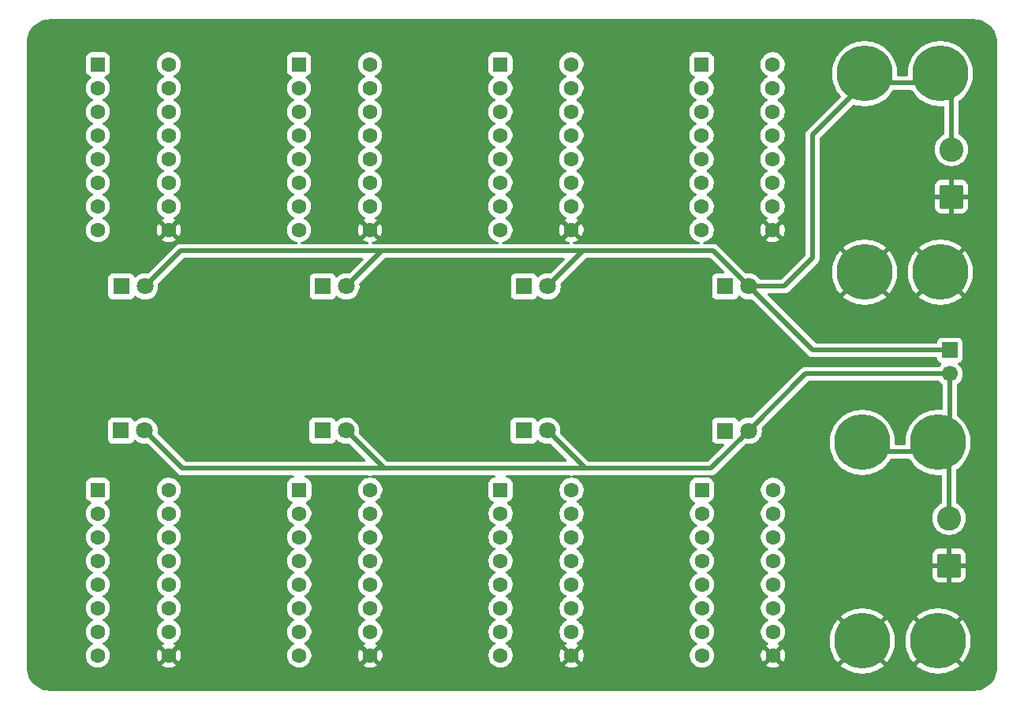
<source format=gbr>
%TF.GenerationSoftware,KiCad,Pcbnew,9.0.5*%
%TF.CreationDate,2025-10-28T22:46:26-07:00*%
%TF.ProjectId,LED_resistance,4c45445f-7265-4736-9973-74616e63652e,rev?*%
%TF.SameCoordinates,Original*%
%TF.FileFunction,Copper,L2,Bot*%
%TF.FilePolarity,Positive*%
%FSLAX46Y46*%
G04 Gerber Fmt 4.6, Leading zero omitted, Abs format (unit mm)*
G04 Created by KiCad (PCBNEW 9.0.5) date 2025-10-28 22:46:26*
%MOMM*%
%LPD*%
G01*
G04 APERTURE LIST*
G04 Aperture macros list*
%AMRoundRect*
0 Rectangle with rounded corners*
0 $1 Rounding radius*
0 $2 $3 $4 $5 $6 $7 $8 $9 X,Y pos of 4 corners*
0 Add a 4 corners polygon primitive as box body*
4,1,4,$2,$3,$4,$5,$6,$7,$8,$9,$2,$3,0*
0 Add four circle primitives for the rounded corners*
1,1,$1+$1,$2,$3*
1,1,$1+$1,$4,$5*
1,1,$1+$1,$6,$7*
1,1,$1+$1,$8,$9*
0 Add four rect primitives between the rounded corners*
20,1,$1+$1,$2,$3,$4,$5,0*
20,1,$1+$1,$4,$5,$6,$7,0*
20,1,$1+$1,$6,$7,$8,$9,0*
20,1,$1+$1,$8,$9,$2,$3,0*%
G04 Aperture macros list end*
%TA.AperFunction,ComponentPad*%
%ADD10RoundRect,0.250000X-0.550000X-0.550000X0.550000X-0.550000X0.550000X0.550000X-0.550000X0.550000X0*%
%TD*%
%TA.AperFunction,ComponentPad*%
%ADD11C,1.600000*%
%TD*%
%TA.AperFunction,ComponentPad*%
%ADD12C,1.800000*%
%TD*%
%TA.AperFunction,ComponentPad*%
%ADD13R,1.800000X1.800000*%
%TD*%
%TA.AperFunction,ComponentPad*%
%ADD14C,1.700000*%
%TD*%
%TA.AperFunction,ComponentPad*%
%ADD15R,1.700000X1.700000*%
%TD*%
%TA.AperFunction,ComponentPad*%
%ADD16C,6.000000*%
%TD*%
%TA.AperFunction,ComponentPad*%
%ADD17C,2.600000*%
%TD*%
%TA.AperFunction,ComponentPad*%
%ADD18RoundRect,0.250000X1.050000X-1.050000X1.050000X1.050000X-1.050000X1.050000X-1.050000X-1.050000X0*%
%TD*%
%TA.AperFunction,Conductor*%
%ADD19C,0.500000*%
%TD*%
G04 APERTURE END LIST*
D10*
%TO.P,SW8,1*%
%TO.N,Net-(JP57-A)*%
X153944333Y-62245250D03*
D11*
%TO.P,SW8,2*%
%TO.N,Net-(JP57-B)*%
X153944333Y-64785250D03*
%TO.P,SW8,3*%
%TO.N,Net-(JP58-B)*%
X153944333Y-67325250D03*
%TO.P,SW8,4*%
%TO.N,Net-(JP59-B)*%
X153944333Y-69865250D03*
%TO.P,SW8,5*%
%TO.N,Net-(JP60-B)*%
X153944333Y-72405250D03*
%TO.P,SW8,6*%
%TO.N,Net-(JP61-B)*%
X153944333Y-74945250D03*
%TO.P,SW8,7*%
%TO.N,Net-(JP62-B)*%
X153944333Y-77485250D03*
%TO.P,SW8,8*%
%TO.N,Net-(JP63-B)*%
X153944333Y-80025250D03*
%TO.P,SW8,9*%
%TO.N,GND*%
X161564333Y-80025250D03*
%TO.P,SW8,10*%
%TO.N,Net-(JP63-B)*%
X161564333Y-77485250D03*
%TO.P,SW8,11*%
%TO.N,Net-(JP62-B)*%
X161564333Y-74945250D03*
%TO.P,SW8,12*%
%TO.N,Net-(JP61-B)*%
X161564333Y-72405250D03*
%TO.P,SW8,13*%
%TO.N,Net-(JP60-B)*%
X161564333Y-69865250D03*
%TO.P,SW8,14*%
%TO.N,Net-(JP59-B)*%
X161564333Y-67325250D03*
%TO.P,SW8,15*%
%TO.N,Net-(JP58-B)*%
X161564333Y-64785250D03*
%TO.P,SW8,16*%
%TO.N,Net-(JP57-B)*%
X161564333Y-62245250D03*
%TD*%
D10*
%TO.P,SW6,1*%
%TO.N,Net-(JP41-A)*%
X110744000Y-62245250D03*
D11*
%TO.P,SW6,2*%
%TO.N,Net-(JP41-B)*%
X110744000Y-64785250D03*
%TO.P,SW6,3*%
%TO.N,Net-(JP42-B)*%
X110744000Y-67325250D03*
%TO.P,SW6,4*%
%TO.N,Net-(JP43-B)*%
X110744000Y-69865250D03*
%TO.P,SW6,5*%
%TO.N,Net-(JP44-B)*%
X110744000Y-72405250D03*
%TO.P,SW6,6*%
%TO.N,Net-(JP45-B)*%
X110744000Y-74945250D03*
%TO.P,SW6,7*%
%TO.N,Net-(JP46-B)*%
X110744000Y-77485250D03*
%TO.P,SW6,8*%
%TO.N,Net-(JP47-B)*%
X110744000Y-80025250D03*
%TO.P,SW6,9*%
%TO.N,GND*%
X118364000Y-80025250D03*
%TO.P,SW6,10*%
%TO.N,Net-(JP47-B)*%
X118364000Y-77485250D03*
%TO.P,SW6,11*%
%TO.N,Net-(JP46-B)*%
X118364000Y-74945250D03*
%TO.P,SW6,12*%
%TO.N,Net-(JP45-B)*%
X118364000Y-72405250D03*
%TO.P,SW6,13*%
%TO.N,Net-(JP44-B)*%
X118364000Y-69865250D03*
%TO.P,SW6,14*%
%TO.N,Net-(JP43-B)*%
X118364000Y-67325250D03*
%TO.P,SW6,15*%
%TO.N,Net-(JP42-B)*%
X118364000Y-64785250D03*
%TO.P,SW6,16*%
%TO.N,Net-(JP41-B)*%
X118364000Y-62245250D03*
%TD*%
D10*
%TO.P,SW7,1*%
%TO.N,Net-(JP49-A)*%
X132344167Y-62245250D03*
D11*
%TO.P,SW7,2*%
%TO.N,Net-(JP49-B)*%
X132344167Y-64785250D03*
%TO.P,SW7,3*%
%TO.N,Net-(JP50-B)*%
X132344167Y-67325250D03*
%TO.P,SW7,4*%
%TO.N,Net-(JP51-B)*%
X132344167Y-69865250D03*
%TO.P,SW7,5*%
%TO.N,Net-(JP52-B)*%
X132344167Y-72405250D03*
%TO.P,SW7,6*%
%TO.N,Net-(JP53-B)*%
X132344167Y-74945250D03*
%TO.P,SW7,7*%
%TO.N,Net-(JP54-B)*%
X132344167Y-77485250D03*
%TO.P,SW7,8*%
%TO.N,Net-(JP55-B)*%
X132344167Y-80025250D03*
%TO.P,SW7,9*%
%TO.N,GND*%
X139964167Y-80025250D03*
%TO.P,SW7,10*%
%TO.N,Net-(JP55-B)*%
X139964167Y-77485250D03*
%TO.P,SW7,11*%
%TO.N,Net-(JP54-B)*%
X139964167Y-74945250D03*
%TO.P,SW7,12*%
%TO.N,Net-(JP53-B)*%
X139964167Y-72405250D03*
%TO.P,SW7,13*%
%TO.N,Net-(JP52-B)*%
X139964167Y-69865250D03*
%TO.P,SW7,14*%
%TO.N,Net-(JP51-B)*%
X139964167Y-67325250D03*
%TO.P,SW7,15*%
%TO.N,Net-(JP50-B)*%
X139964167Y-64785250D03*
%TO.P,SW7,16*%
%TO.N,Net-(JP49-B)*%
X139964167Y-62245250D03*
%TD*%
D10*
%TO.P,SW5,1*%
%TO.N,Net-(JP33-A)*%
X175544500Y-62245250D03*
D11*
%TO.P,SW5,2*%
%TO.N,Net-(JP33-B)*%
X175544500Y-64785250D03*
%TO.P,SW5,3*%
%TO.N,Net-(JP34-B)*%
X175544500Y-67325250D03*
%TO.P,SW5,4*%
%TO.N,Net-(JP35-B)*%
X175544500Y-69865250D03*
%TO.P,SW5,5*%
%TO.N,Net-(JP36-B)*%
X175544500Y-72405250D03*
%TO.P,SW5,6*%
%TO.N,Net-(JP37-B)*%
X175544500Y-74945250D03*
%TO.P,SW5,7*%
%TO.N,Net-(JP38-B)*%
X175544500Y-77485250D03*
%TO.P,SW5,8*%
%TO.N,Net-(JP39-B)*%
X175544500Y-80025250D03*
%TO.P,SW5,9*%
%TO.N,GND*%
X183164500Y-80025250D03*
%TO.P,SW5,10*%
%TO.N,Net-(JP39-B)*%
X183164500Y-77485250D03*
%TO.P,SW5,11*%
%TO.N,Net-(JP38-B)*%
X183164500Y-74945250D03*
%TO.P,SW5,12*%
%TO.N,Net-(JP37-B)*%
X183164500Y-72405250D03*
%TO.P,SW5,13*%
%TO.N,Net-(JP36-B)*%
X183164500Y-69865250D03*
%TO.P,SW5,14*%
%TO.N,Net-(JP35-B)*%
X183164500Y-67325250D03*
%TO.P,SW5,15*%
%TO.N,Net-(JP34-B)*%
X183164500Y-64785250D03*
%TO.P,SW5,16*%
%TO.N,Net-(JP33-B)*%
X183164500Y-62245250D03*
%TD*%
D10*
%TO.P,SW3,1*%
%TO.N,Net-(JP17-A)*%
X153969333Y-107957500D03*
D11*
%TO.P,SW3,2*%
%TO.N,Net-(JP17-B)*%
X153969333Y-110497500D03*
%TO.P,SW3,3*%
%TO.N,Net-(JP18-B)*%
X153969333Y-113037500D03*
%TO.P,SW3,4*%
%TO.N,Net-(JP19-B)*%
X153969333Y-115577500D03*
%TO.P,SW3,5*%
%TO.N,Net-(JP20-B)*%
X153969333Y-118117500D03*
%TO.P,SW3,6*%
%TO.N,Net-(JP21-B)*%
X153969333Y-120657500D03*
%TO.P,SW3,7*%
%TO.N,Net-(JP22-B)*%
X153969333Y-123197500D03*
%TO.P,SW3,8*%
%TO.N,Net-(JP23-B)*%
X153969333Y-125737500D03*
%TO.P,SW3,9*%
%TO.N,GND*%
X161589333Y-125737500D03*
%TO.P,SW3,10*%
%TO.N,Net-(JP23-B)*%
X161589333Y-123197500D03*
%TO.P,SW3,11*%
%TO.N,Net-(JP22-B)*%
X161589333Y-120657500D03*
%TO.P,SW3,12*%
%TO.N,Net-(JP21-B)*%
X161589333Y-118117500D03*
%TO.P,SW3,13*%
%TO.N,Net-(JP20-B)*%
X161589333Y-115577500D03*
%TO.P,SW3,14*%
%TO.N,Net-(JP19-B)*%
X161589333Y-113037500D03*
%TO.P,SW3,15*%
%TO.N,Net-(JP18-B)*%
X161589333Y-110497500D03*
%TO.P,SW3,16*%
%TO.N,Net-(JP17-B)*%
X161589333Y-107957500D03*
%TD*%
D10*
%TO.P,SW4,1*%
%TO.N,Net-(JP25-A)*%
X175582000Y-107964000D03*
D11*
%TO.P,SW4,2*%
%TO.N,Net-(JP25-B)*%
X175582000Y-110504000D03*
%TO.P,SW4,3*%
%TO.N,Net-(JP26-B)*%
X175582000Y-113044000D03*
%TO.P,SW4,4*%
%TO.N,Net-(JP27-B)*%
X175582000Y-115584000D03*
%TO.P,SW4,5*%
%TO.N,Net-(JP28-B)*%
X175582000Y-118124000D03*
%TO.P,SW4,6*%
%TO.N,Net-(JP29-B)*%
X175582000Y-120664000D03*
%TO.P,SW4,7*%
%TO.N,Net-(JP30-B)*%
X175582000Y-123204000D03*
%TO.P,SW4,8*%
%TO.N,Net-(JP31-B)*%
X175582000Y-125744000D03*
%TO.P,SW4,9*%
%TO.N,GND*%
X183202000Y-125744000D03*
%TO.P,SW4,10*%
%TO.N,Net-(JP31-B)*%
X183202000Y-123204000D03*
%TO.P,SW4,11*%
%TO.N,Net-(JP30-B)*%
X183202000Y-120664000D03*
%TO.P,SW4,12*%
%TO.N,Net-(JP29-B)*%
X183202000Y-118124000D03*
%TO.P,SW4,13*%
%TO.N,Net-(JP28-B)*%
X183202000Y-115584000D03*
%TO.P,SW4,14*%
%TO.N,Net-(JP27-B)*%
X183202000Y-113044000D03*
%TO.P,SW4,15*%
%TO.N,Net-(JP26-B)*%
X183202000Y-110504000D03*
%TO.P,SW4,16*%
%TO.N,Net-(JP25-B)*%
X183202000Y-107964000D03*
%TD*%
D10*
%TO.P,SW2,1*%
%TO.N,Net-(JP9-A)*%
X132356667Y-107957500D03*
D11*
%TO.P,SW2,2*%
%TO.N,Net-(JP10-A)*%
X132356667Y-110497500D03*
%TO.P,SW2,3*%
%TO.N,Net-(JP10-B)*%
X132356667Y-113037500D03*
%TO.P,SW2,4*%
%TO.N,Net-(JP11-B)*%
X132356667Y-115577500D03*
%TO.P,SW2,5*%
%TO.N,Net-(JP12-B)*%
X132356667Y-118117500D03*
%TO.P,SW2,6*%
%TO.N,Net-(JP13-B)*%
X132356667Y-120657500D03*
%TO.P,SW2,7*%
%TO.N,Net-(JP14-B)*%
X132356667Y-123197500D03*
%TO.P,SW2,8*%
%TO.N,Net-(JP15-B)*%
X132356667Y-125737500D03*
%TO.P,SW2,9*%
%TO.N,GND*%
X139976667Y-125737500D03*
%TO.P,SW2,10*%
%TO.N,Net-(JP15-B)*%
X139976667Y-123197500D03*
%TO.P,SW2,11*%
%TO.N,Net-(JP14-B)*%
X139976667Y-120657500D03*
%TO.P,SW2,12*%
%TO.N,Net-(JP13-B)*%
X139976667Y-118117500D03*
%TO.P,SW2,13*%
%TO.N,Net-(JP12-B)*%
X139976667Y-115577500D03*
%TO.P,SW2,14*%
%TO.N,Net-(JP11-B)*%
X139976667Y-113037500D03*
%TO.P,SW2,15*%
%TO.N,Net-(JP10-B)*%
X139976667Y-110497500D03*
%TO.P,SW2,16*%
%TO.N,Net-(JP10-A)*%
X139976667Y-107957500D03*
%TD*%
D10*
%TO.P,SW1,1*%
%TO.N,Net-(JP1-A)*%
X110744000Y-107957500D03*
D11*
%TO.P,SW1,2*%
%TO.N,Net-(JP1-B)*%
X110744000Y-110497500D03*
%TO.P,SW1,3*%
%TO.N,Net-(JP2-B)*%
X110744000Y-113037500D03*
%TO.P,SW1,4*%
%TO.N,Net-(JP3-B)*%
X110744000Y-115577500D03*
%TO.P,SW1,5*%
%TO.N,Net-(JP4-B)*%
X110744000Y-118117500D03*
%TO.P,SW1,6*%
%TO.N,Net-(JP5-B)*%
X110744000Y-120657500D03*
%TO.P,SW1,7*%
%TO.N,Net-(JP6-B)*%
X110744000Y-123197500D03*
%TO.P,SW1,8*%
%TO.N,Net-(JP7-B)*%
X110744000Y-125737500D03*
%TO.P,SW1,9*%
%TO.N,GND*%
X118364000Y-125737500D03*
%TO.P,SW1,10*%
%TO.N,Net-(JP7-B)*%
X118364000Y-123197500D03*
%TO.P,SW1,11*%
%TO.N,Net-(JP6-B)*%
X118364000Y-120657500D03*
%TO.P,SW1,12*%
%TO.N,Net-(JP5-B)*%
X118364000Y-118117500D03*
%TO.P,SW1,13*%
%TO.N,Net-(JP4-B)*%
X118364000Y-115577500D03*
%TO.P,SW1,14*%
%TO.N,Net-(JP3-B)*%
X118364000Y-113037500D03*
%TO.P,SW1,15*%
%TO.N,Net-(JP2-B)*%
X118364000Y-110497500D03*
%TO.P,SW1,16*%
%TO.N,Net-(JP1-B)*%
X118364000Y-107957500D03*
%TD*%
D12*
%TO.P,D16,2,A*%
%TO.N,/led_subset2/Vin*%
X115824000Y-86106000D03*
D13*
%TO.P,D16,1,K*%
%TO.N,Net-(D16-K)*%
X113284000Y-86106000D03*
%TD*%
D12*
%TO.P,D19,2,A*%
%TO.N,/led_subset2/Vin*%
X137424167Y-86106000D03*
D13*
%TO.P,D19,1,K*%
%TO.N,Net-(D19-K)*%
X134884167Y-86106000D03*
%TD*%
D12*
%TO.P,D22,2,A*%
%TO.N,/led_subset2/Vin*%
X159024333Y-86106000D03*
D13*
%TO.P,D22,1,K*%
%TO.N,Net-(D22-K)*%
X156484333Y-86106000D03*
%TD*%
D12*
%TO.P,D13,2,A*%
%TO.N,/led_subset2/Vin*%
X180624500Y-86106000D03*
D13*
%TO.P,D13,1,K*%
%TO.N,Net-(D13-K)*%
X178084500Y-86106000D03*
%TD*%
D14*
%TO.P,JP66,2,B*%
%TO.N,/led_subset/Vin*%
X202184000Y-95504000D03*
D15*
%TO.P,JP66,1,A*%
%TO.N,/led_subset2/Vin*%
X202184000Y-92964000D03*
%TD*%
D16*
%TO.P,TP9,1,1*%
%TO.N,/led_subset2/Vin*%
X193040000Y-63246000D03*
%TD*%
%TO.P,TP10,1,1*%
%TO.N,GND*%
X193040000Y-84582000D03*
%TD*%
%TO.P,TP11,1,1*%
%TO.N,/led_subset2/Vin*%
X201168000Y-63246000D03*
%TD*%
%TO.P,TP12,1,1*%
%TO.N,GND*%
X201168000Y-84582000D03*
%TD*%
D17*
%TO.P,J2,2,Pin_2*%
%TO.N,/led_subset2/Vin*%
X202356500Y-71379000D03*
D18*
%TO.P,J2,1,Pin_1*%
%TO.N,GND*%
X202356500Y-76459000D03*
%TD*%
D12*
%TO.P,D7,2,A*%
%TO.N,/led_subset/Vin*%
X159001833Y-101600000D03*
D13*
%TO.P,D7,1,K*%
%TO.N,Net-(D7-K)*%
X156461833Y-101600000D03*
%TD*%
D12*
%TO.P,D10,2,A*%
%TO.N,/led_subset/Vin*%
X180614500Y-101606500D03*
D13*
%TO.P,D10,1,K*%
%TO.N,Net-(D10-K)*%
X178074500Y-101606500D03*
%TD*%
D16*
%TO.P,TP4,1,1*%
%TO.N,GND*%
X200914000Y-124206000D03*
%TD*%
%TO.P,TP3,1,1*%
%TO.N,/led_subset/Vin*%
X200914000Y-102870000D03*
%TD*%
%TO.P,TP1,1,1*%
%TO.N,/led_subset/Vin*%
X192786000Y-102870000D03*
%TD*%
%TO.P,TP2,1,1*%
%TO.N,GND*%
X192786000Y-124206000D03*
%TD*%
D18*
%TO.P,J1,1,Pin_1*%
%TO.N,GND*%
X202102500Y-116083000D03*
D17*
%TO.P,J1,2,Pin_2*%
%TO.N,/led_subset/Vin*%
X202102500Y-111003000D03*
%TD*%
D12*
%TO.P,D4,2,A*%
%TO.N,/led_subset/Vin*%
X137389167Y-101600000D03*
D13*
%TO.P,D4,1,K*%
%TO.N,Net-(D4-K)*%
X134849167Y-101600000D03*
%TD*%
D12*
%TO.P,D1,2,A*%
%TO.N,/led_subset/Vin*%
X115776500Y-101600000D03*
D13*
%TO.P,D1,1,K*%
%TO.N,Net-(D1-K)*%
X113236500Y-101600000D03*
%TD*%
D19*
%TO.N,/led_subset2/Vin*%
X187467250Y-92948750D02*
X187482500Y-92964000D01*
X187482500Y-92964000D02*
X202184000Y-92964000D01*
X202356500Y-72395000D02*
X202356500Y-65450500D01*
X202356500Y-65450500D02*
X201168000Y-64262000D01*
%TO.N,/led_subset/Vin*%
X202102500Y-112019000D02*
X202102500Y-105074500D01*
X202102500Y-105074500D02*
X200914000Y-103886000D01*
X202184000Y-96266000D02*
X202184000Y-102616000D01*
X202184000Y-102616000D02*
X200914000Y-103886000D01*
X200914000Y-103886000D02*
X192786000Y-103886000D01*
%TO.N,/led_subset2/Vin*%
X119634000Y-82296000D02*
X176814500Y-82296000D01*
X180624500Y-86106000D02*
X176814500Y-82296000D01*
X176814500Y-82296000D02*
X162834333Y-82296000D01*
%TO.N,/led_subset/Vin*%
X176557000Y-105664000D02*
X163065833Y-105664000D01*
X159001833Y-101600000D02*
X163065833Y-105664000D01*
X163065833Y-105664000D02*
X141453167Y-105664000D01*
X137389167Y-101600000D02*
X141453167Y-105664000D01*
X180614500Y-101606500D02*
X176557000Y-105664000D01*
X119840500Y-105664000D02*
X115776500Y-101600000D01*
X141453167Y-105664000D02*
X119840500Y-105664000D01*
%TO.N,/led_subset2/Vin*%
X187467250Y-92948750D02*
X180624500Y-86106000D01*
X159024333Y-86106000D02*
X162834333Y-82296000D01*
X137424167Y-86106000D02*
X141234167Y-82296000D01*
X193040000Y-64262000D02*
X187452000Y-69850000D01*
X187452000Y-69850000D02*
X187452000Y-83058000D01*
X187452000Y-83058000D02*
X184404000Y-86106000D01*
X184404000Y-86106000D02*
X180624500Y-86106000D01*
X201168000Y-64262000D02*
X193040000Y-64262000D01*
X119634000Y-82296000D02*
X115824000Y-86106000D01*
%TO.N,/led_subset/Vin*%
X186717000Y-95504000D02*
X180614500Y-101606500D01*
X202184000Y-95504000D02*
X186717000Y-95504000D01*
%TD*%
%TA.AperFunction,Conductor*%
%TO.N,GND*%
G36*
X204775736Y-57396726D02*
G01*
X205065796Y-57414271D01*
X205080659Y-57416076D01*
X205362798Y-57467780D01*
X205377335Y-57471363D01*
X205651172Y-57556695D01*
X205665163Y-57562000D01*
X205926743Y-57679727D01*
X205939989Y-57686680D01*
X206185465Y-57835075D01*
X206197776Y-57843573D01*
X206423573Y-58020473D01*
X206434781Y-58030403D01*
X206637596Y-58233218D01*
X206647526Y-58244426D01*
X206767481Y-58397538D01*
X206824422Y-58470217D01*
X206832928Y-58482540D01*
X206981316Y-58728004D01*
X206988275Y-58741263D01*
X207105997Y-59002831D01*
X207111306Y-59016832D01*
X207196635Y-59290663D01*
X207200219Y-59305201D01*
X207251923Y-59587340D01*
X207253728Y-59602205D01*
X207271274Y-59892263D01*
X207271500Y-59899750D01*
X207271500Y-127044249D01*
X207271274Y-127051736D01*
X207253728Y-127341794D01*
X207251923Y-127356659D01*
X207200219Y-127638798D01*
X207196635Y-127653336D01*
X207111306Y-127927167D01*
X207105997Y-127941168D01*
X206988275Y-128202736D01*
X206981316Y-128215995D01*
X206832928Y-128461459D01*
X206824422Y-128473782D01*
X206647526Y-128699573D01*
X206637596Y-128710781D01*
X206434781Y-128913596D01*
X206423573Y-128923526D01*
X206197782Y-129100422D01*
X206185459Y-129108928D01*
X205939995Y-129257316D01*
X205926736Y-129264275D01*
X205665168Y-129381997D01*
X205651167Y-129387306D01*
X205377336Y-129472635D01*
X205362798Y-129476219D01*
X205080659Y-129527923D01*
X205065794Y-129529728D01*
X204775736Y-129547274D01*
X204768249Y-129547500D01*
X105619751Y-129547500D01*
X105612264Y-129547274D01*
X105322205Y-129529728D01*
X105307340Y-129527923D01*
X105025201Y-129476219D01*
X105010663Y-129472635D01*
X104736832Y-129387306D01*
X104722831Y-129381997D01*
X104461263Y-129264275D01*
X104448004Y-129257316D01*
X104202540Y-129108928D01*
X104190217Y-129100422D01*
X103964426Y-128923526D01*
X103953218Y-128913596D01*
X103750403Y-128710781D01*
X103740473Y-128699573D01*
X103563573Y-128473776D01*
X103555075Y-128461465D01*
X103406680Y-128215989D01*
X103399727Y-128202743D01*
X103282000Y-127941163D01*
X103276693Y-127927167D01*
X103191364Y-127653336D01*
X103187780Y-127638798D01*
X103173752Y-127562250D01*
X103136075Y-127356657D01*
X103134271Y-127341794D01*
X103126400Y-127211677D01*
X103116726Y-127051736D01*
X103116500Y-127044249D01*
X103116500Y-107357483D01*
X109443500Y-107357483D01*
X109443500Y-108557501D01*
X109443501Y-108557518D01*
X109454000Y-108660296D01*
X109454001Y-108660299D01*
X109501856Y-108804713D01*
X109509186Y-108826834D01*
X109601288Y-108976156D01*
X109725344Y-109100212D01*
X109874666Y-109192314D01*
X109956570Y-109219454D01*
X110014015Y-109259227D01*
X110040838Y-109323743D01*
X110028523Y-109392518D01*
X109990451Y-109437478D01*
X109896787Y-109505528D01*
X109896782Y-109505532D01*
X109752028Y-109650286D01*
X109631715Y-109815886D01*
X109538781Y-109998276D01*
X109475522Y-110192965D01*
X109443500Y-110395148D01*
X109443500Y-110599851D01*
X109475522Y-110802034D01*
X109538781Y-110996723D01*
X109631715Y-111179113D01*
X109752028Y-111344713D01*
X109896786Y-111489471D01*
X110025511Y-111582993D01*
X110062390Y-111609787D01*
X110153840Y-111656383D01*
X110155080Y-111657015D01*
X110205876Y-111704990D01*
X110222671Y-111772811D01*
X110200134Y-111838946D01*
X110155080Y-111877985D01*
X110062386Y-111925215D01*
X109896786Y-112045528D01*
X109752028Y-112190286D01*
X109631715Y-112355886D01*
X109538781Y-112538276D01*
X109475522Y-112732965D01*
X109443500Y-112935148D01*
X109443500Y-113139851D01*
X109475522Y-113342034D01*
X109538781Y-113536723D01*
X109631715Y-113719113D01*
X109752028Y-113884713D01*
X109896786Y-114029471D01*
X110051749Y-114142056D01*
X110062390Y-114149787D01*
X110153840Y-114196383D01*
X110155080Y-114197015D01*
X110205876Y-114244990D01*
X110222671Y-114312811D01*
X110200134Y-114378946D01*
X110155080Y-114417985D01*
X110062386Y-114465215D01*
X109896786Y-114585528D01*
X109752028Y-114730286D01*
X109631715Y-114895886D01*
X109538781Y-115078276D01*
X109475522Y-115272965D01*
X109443500Y-115475148D01*
X109443500Y-115679851D01*
X109475522Y-115882034D01*
X109538781Y-116076723D01*
X109631715Y-116259113D01*
X109752028Y-116424713D01*
X109896786Y-116569471D01*
X110020045Y-116659022D01*
X110062390Y-116689787D01*
X110147200Y-116733000D01*
X110155080Y-116737015D01*
X110205876Y-116784990D01*
X110222671Y-116852811D01*
X110200134Y-116918946D01*
X110155080Y-116957985D01*
X110062386Y-117005215D01*
X109896786Y-117125528D01*
X109752028Y-117270286D01*
X109631715Y-117435886D01*
X109538781Y-117618276D01*
X109475522Y-117812965D01*
X109443500Y-118015148D01*
X109443500Y-118219851D01*
X109475522Y-118422034D01*
X109538781Y-118616723D01*
X109631715Y-118799113D01*
X109752028Y-118964713D01*
X109896786Y-119109471D01*
X110051749Y-119222056D01*
X110062390Y-119229787D01*
X110153840Y-119276383D01*
X110155080Y-119277015D01*
X110205876Y-119324990D01*
X110222671Y-119392811D01*
X110200134Y-119458946D01*
X110155080Y-119497985D01*
X110062386Y-119545215D01*
X109896786Y-119665528D01*
X109752028Y-119810286D01*
X109631715Y-119975886D01*
X109538781Y-120158276D01*
X109475522Y-120352965D01*
X109443500Y-120555148D01*
X109443500Y-120759851D01*
X109475522Y-120962034D01*
X109538781Y-121156723D01*
X109631715Y-121339113D01*
X109752028Y-121504713D01*
X109896786Y-121649471D01*
X110017866Y-121737439D01*
X110062390Y-121769787D01*
X110153840Y-121816383D01*
X110155080Y-121817015D01*
X110205876Y-121864990D01*
X110222671Y-121932811D01*
X110200134Y-121998946D01*
X110155080Y-122037985D01*
X110062386Y-122085215D01*
X109896786Y-122205528D01*
X109752028Y-122350286D01*
X109631715Y-122515886D01*
X109538781Y-122698276D01*
X109475522Y-122892965D01*
X109443500Y-123095148D01*
X109443500Y-123299851D01*
X109475522Y-123502034D01*
X109538781Y-123696723D01*
X109631715Y-123879113D01*
X109752028Y-124044713D01*
X109896786Y-124189471D01*
X110051749Y-124302056D01*
X110062390Y-124309787D01*
X110134241Y-124346397D01*
X110155080Y-124357015D01*
X110205876Y-124404990D01*
X110222671Y-124472811D01*
X110200134Y-124538946D01*
X110155080Y-124577985D01*
X110062386Y-124625215D01*
X109896786Y-124745528D01*
X109752028Y-124890286D01*
X109631715Y-125055886D01*
X109538781Y-125238276D01*
X109475522Y-125432965D01*
X109443500Y-125635148D01*
X109443500Y-125839851D01*
X109475522Y-126042034D01*
X109538781Y-126236723D01*
X109602691Y-126362153D01*
X109631585Y-126418859D01*
X109631715Y-126419113D01*
X109752028Y-126584713D01*
X109896786Y-126729471D01*
X110017226Y-126816974D01*
X110062390Y-126849787D01*
X110178607Y-126909003D01*
X110244776Y-126942718D01*
X110244778Y-126942718D01*
X110244781Y-126942720D01*
X110349137Y-126976627D01*
X110439465Y-127005977D01*
X110531866Y-127020612D01*
X110641648Y-127038000D01*
X110641649Y-127038000D01*
X110846351Y-127038000D01*
X110846352Y-127038000D01*
X111048534Y-127005977D01*
X111243219Y-126942720D01*
X111425610Y-126849787D01*
X111582266Y-126735971D01*
X111591213Y-126729471D01*
X111591215Y-126729468D01*
X111591219Y-126729466D01*
X111735966Y-126584719D01*
X111735968Y-126584715D01*
X111735971Y-126584713D01*
X111819371Y-126469921D01*
X111856287Y-126419110D01*
X111949220Y-126236719D01*
X112012477Y-126042034D01*
X112044500Y-125839852D01*
X112044500Y-125635148D01*
X112022840Y-125498394D01*
X112012477Y-125432965D01*
X111981458Y-125337500D01*
X111949220Y-125238281D01*
X111949218Y-125238278D01*
X111949218Y-125238276D01*
X111911482Y-125164216D01*
X111856287Y-125055890D01*
X111848556Y-125045249D01*
X111735971Y-124890286D01*
X111591213Y-124745528D01*
X111425614Y-124625215D01*
X111346226Y-124584765D01*
X111332917Y-124577983D01*
X111282123Y-124530011D01*
X111265328Y-124462190D01*
X111287865Y-124396055D01*
X111332917Y-124357016D01*
X111425610Y-124309787D01*
X111568462Y-124206000D01*
X111591213Y-124189471D01*
X111591215Y-124189468D01*
X111591219Y-124189466D01*
X111735966Y-124044719D01*
X111735968Y-124044715D01*
X111735971Y-124044713D01*
X111851562Y-123885613D01*
X111856287Y-123879110D01*
X111949220Y-123696719D01*
X112012477Y-123502034D01*
X112044500Y-123299852D01*
X112044500Y-123095148D01*
X112013507Y-122899466D01*
X112012477Y-122892965D01*
X111983127Y-122802637D01*
X111949220Y-122698281D01*
X111949218Y-122698278D01*
X111949218Y-122698276D01*
X111867302Y-122537509D01*
X111856287Y-122515890D01*
X111848556Y-122505249D01*
X111735971Y-122350286D01*
X111591213Y-122205528D01*
X111425614Y-122085215D01*
X111419006Y-122081848D01*
X111332917Y-122037983D01*
X111282123Y-121990011D01*
X111265328Y-121922190D01*
X111287865Y-121856055D01*
X111332917Y-121817016D01*
X111425610Y-121769787D01*
X111582266Y-121655971D01*
X111591213Y-121649471D01*
X111591215Y-121649468D01*
X111591219Y-121649466D01*
X111735966Y-121504719D01*
X111735968Y-121504715D01*
X111735971Y-121504713D01*
X111788732Y-121432090D01*
X111856287Y-121339110D01*
X111949220Y-121156719D01*
X112012477Y-120962034D01*
X112044500Y-120759852D01*
X112044500Y-120555148D01*
X112013507Y-120359466D01*
X112012477Y-120352965D01*
X111949218Y-120158276D01*
X111915503Y-120092107D01*
X111856287Y-119975890D01*
X111848556Y-119965249D01*
X111735971Y-119810286D01*
X111591213Y-119665528D01*
X111425614Y-119545215D01*
X111419006Y-119541848D01*
X111332917Y-119497983D01*
X111282123Y-119450011D01*
X111265328Y-119382190D01*
X111287865Y-119316055D01*
X111332917Y-119277016D01*
X111425610Y-119229787D01*
X111582266Y-119115971D01*
X111591213Y-119109471D01*
X111591215Y-119109468D01*
X111591219Y-119109466D01*
X111735966Y-118964719D01*
X111735968Y-118964715D01*
X111735971Y-118964713D01*
X111851562Y-118805613D01*
X111856287Y-118799110D01*
X111949220Y-118616719D01*
X112012477Y-118422034D01*
X112044500Y-118219852D01*
X112044500Y-118015148D01*
X112013507Y-117819466D01*
X112012477Y-117812965D01*
X111949218Y-117618276D01*
X111915503Y-117552107D01*
X111856287Y-117435890D01*
X111848556Y-117425249D01*
X111735971Y-117270286D01*
X111591213Y-117125528D01*
X111425614Y-117005215D01*
X111419006Y-117001848D01*
X111332917Y-116957983D01*
X111282123Y-116910011D01*
X111265328Y-116842190D01*
X111287865Y-116776055D01*
X111332917Y-116737016D01*
X111425610Y-116689787D01*
X111467955Y-116659022D01*
X111591213Y-116569471D01*
X111591215Y-116569468D01*
X111591219Y-116569466D01*
X111735966Y-116424719D01*
X111735968Y-116424715D01*
X111735971Y-116424713D01*
X111851562Y-116265613D01*
X111856287Y-116259110D01*
X111949220Y-116076719D01*
X112012477Y-115882034D01*
X112044500Y-115679852D01*
X112044500Y-115475148D01*
X112013507Y-115279466D01*
X112012477Y-115272965D01*
X111949218Y-115078276D01*
X111900678Y-114983013D01*
X111856287Y-114895890D01*
X111844962Y-114880302D01*
X111735971Y-114730286D01*
X111591213Y-114585528D01*
X111425614Y-114465215D01*
X111377469Y-114440684D01*
X111332917Y-114417983D01*
X111282123Y-114370011D01*
X111265328Y-114302190D01*
X111287865Y-114236055D01*
X111332917Y-114197016D01*
X111425610Y-114149787D01*
X111582266Y-114035971D01*
X111591213Y-114029471D01*
X111591215Y-114029468D01*
X111591219Y-114029466D01*
X111735966Y-113884719D01*
X111735968Y-113884715D01*
X111735971Y-113884713D01*
X111851562Y-113725613D01*
X111856287Y-113719110D01*
X111949220Y-113536719D01*
X112012477Y-113342034D01*
X112044500Y-113139852D01*
X112044500Y-112935148D01*
X112013507Y-112739466D01*
X112012477Y-112732965D01*
X111949218Y-112538276D01*
X111915503Y-112472107D01*
X111856287Y-112355890D01*
X111848556Y-112345249D01*
X111735971Y-112190286D01*
X111591213Y-112045528D01*
X111425614Y-111925215D01*
X111419006Y-111921848D01*
X111332917Y-111877983D01*
X111282123Y-111830011D01*
X111265328Y-111762190D01*
X111287865Y-111696055D01*
X111332917Y-111657016D01*
X111425610Y-111609787D01*
X111582266Y-111495971D01*
X111591213Y-111489471D01*
X111591215Y-111489468D01*
X111591219Y-111489466D01*
X111735966Y-111344719D01*
X111735968Y-111344715D01*
X111735971Y-111344713D01*
X111851562Y-111185613D01*
X111856287Y-111179110D01*
X111949220Y-110996719D01*
X112012477Y-110802034D01*
X112044500Y-110599852D01*
X112044500Y-110395148D01*
X112013507Y-110199466D01*
X112012477Y-110192965D01*
X111949957Y-110000550D01*
X111949220Y-109998281D01*
X111949218Y-109998278D01*
X111949218Y-109998276D01*
X111915503Y-109932107D01*
X111856287Y-109815890D01*
X111848556Y-109805249D01*
X111735971Y-109650286D01*
X111591219Y-109505534D01*
X111506495Y-109443979D01*
X111497547Y-109437478D01*
X111454882Y-109382149D01*
X111448903Y-109312536D01*
X111481508Y-109250740D01*
X111531426Y-109219455D01*
X111613334Y-109192314D01*
X111762656Y-109100212D01*
X111886712Y-108976156D01*
X111978814Y-108826834D01*
X112033999Y-108660297D01*
X112044500Y-108557509D01*
X112044499Y-107855148D01*
X117063500Y-107855148D01*
X117063500Y-108059851D01*
X117095522Y-108262034D01*
X117158781Y-108456723D01*
X117251715Y-108639113D01*
X117372028Y-108804713D01*
X117516786Y-108949471D01*
X117671749Y-109062056D01*
X117682390Y-109069787D01*
X117773840Y-109116383D01*
X117775080Y-109117015D01*
X117825876Y-109164990D01*
X117842671Y-109232811D01*
X117820134Y-109298946D01*
X117775080Y-109337985D01*
X117682386Y-109385215D01*
X117516786Y-109505528D01*
X117372028Y-109650286D01*
X117251715Y-109815886D01*
X117158781Y-109998276D01*
X117095522Y-110192965D01*
X117063500Y-110395148D01*
X117063500Y-110599851D01*
X117095522Y-110802034D01*
X117158781Y-110996723D01*
X117251715Y-111179113D01*
X117372028Y-111344713D01*
X117516786Y-111489471D01*
X117645511Y-111582993D01*
X117682390Y-111609787D01*
X117773840Y-111656383D01*
X117775080Y-111657015D01*
X117825876Y-111704990D01*
X117842671Y-111772811D01*
X117820134Y-111838946D01*
X117775080Y-111877985D01*
X117682386Y-111925215D01*
X117516786Y-112045528D01*
X117372028Y-112190286D01*
X117251715Y-112355886D01*
X117158781Y-112538276D01*
X117095522Y-112732965D01*
X117063500Y-112935148D01*
X117063500Y-113139851D01*
X117095522Y-113342034D01*
X117158781Y-113536723D01*
X117251715Y-113719113D01*
X117372028Y-113884713D01*
X117516786Y-114029471D01*
X117671749Y-114142056D01*
X117682390Y-114149787D01*
X117773840Y-114196383D01*
X117775080Y-114197015D01*
X117825876Y-114244990D01*
X117842671Y-114312811D01*
X117820134Y-114378946D01*
X117775080Y-114417985D01*
X117682386Y-114465215D01*
X117516786Y-114585528D01*
X117372028Y-114730286D01*
X117251715Y-114895886D01*
X117158781Y-115078276D01*
X117095522Y-115272965D01*
X117063500Y-115475148D01*
X117063500Y-115679851D01*
X117095522Y-115882034D01*
X117158781Y-116076723D01*
X117251715Y-116259113D01*
X117372028Y-116424713D01*
X117516786Y-116569471D01*
X117640045Y-116659022D01*
X117682390Y-116689787D01*
X117767200Y-116733000D01*
X117775080Y-116737015D01*
X117825876Y-116784990D01*
X117842671Y-116852811D01*
X117820134Y-116918946D01*
X117775080Y-116957985D01*
X117682386Y-117005215D01*
X117516786Y-117125528D01*
X117372028Y-117270286D01*
X117251715Y-117435886D01*
X117158781Y-117618276D01*
X117095522Y-117812965D01*
X117063500Y-118015148D01*
X117063500Y-118219851D01*
X117095522Y-118422034D01*
X117158781Y-118616723D01*
X117251715Y-118799113D01*
X117372028Y-118964713D01*
X117516786Y-119109471D01*
X117671749Y-119222056D01*
X117682390Y-119229787D01*
X117773840Y-119276383D01*
X117775080Y-119277015D01*
X117825876Y-119324990D01*
X117842671Y-119392811D01*
X117820134Y-119458946D01*
X117775080Y-119497985D01*
X117682386Y-119545215D01*
X117516786Y-119665528D01*
X117372028Y-119810286D01*
X117251715Y-119975886D01*
X117158781Y-120158276D01*
X117095522Y-120352965D01*
X117063500Y-120555148D01*
X117063500Y-120759851D01*
X117095522Y-120962034D01*
X117158781Y-121156723D01*
X117251715Y-121339113D01*
X117372028Y-121504713D01*
X117516786Y-121649471D01*
X117637866Y-121737439D01*
X117682390Y-121769787D01*
X117773840Y-121816383D01*
X117775080Y-121817015D01*
X117825876Y-121864990D01*
X117842671Y-121932811D01*
X117820134Y-121998946D01*
X117775080Y-122037985D01*
X117682386Y-122085215D01*
X117516786Y-122205528D01*
X117372028Y-122350286D01*
X117251715Y-122515886D01*
X117158781Y-122698276D01*
X117095522Y-122892965D01*
X117063500Y-123095148D01*
X117063500Y-123299851D01*
X117095522Y-123502034D01*
X117158781Y-123696723D01*
X117251715Y-123879113D01*
X117372028Y-124044713D01*
X117516786Y-124189471D01*
X117682385Y-124309784D01*
X117682387Y-124309785D01*
X117682390Y-124309787D01*
X117775080Y-124357015D01*
X117775630Y-124357295D01*
X117826426Y-124405270D01*
X117843221Y-124473091D01*
X117820684Y-124539225D01*
X117775630Y-124578265D01*
X117682644Y-124625643D01*
X117638077Y-124658023D01*
X117638077Y-124658024D01*
X118317554Y-125337500D01*
X118311339Y-125337500D01*
X118209606Y-125364759D01*
X118118394Y-125417420D01*
X118043920Y-125491894D01*
X117991259Y-125583106D01*
X117964000Y-125684839D01*
X117964000Y-125691053D01*
X117284524Y-125011577D01*
X117284523Y-125011577D01*
X117252143Y-125056144D01*
X117159244Y-125238468D01*
X117096009Y-125433082D01*
X117064000Y-125635182D01*
X117064000Y-125839817D01*
X117096009Y-126041917D01*
X117159244Y-126236531D01*
X117252141Y-126418850D01*
X117252147Y-126418859D01*
X117284523Y-126463421D01*
X117284524Y-126463422D01*
X117964000Y-125783946D01*
X117964000Y-125790161D01*
X117991259Y-125891894D01*
X118043920Y-125983106D01*
X118118394Y-126057580D01*
X118209606Y-126110241D01*
X118311339Y-126137500D01*
X118317553Y-126137500D01*
X117638076Y-126816974D01*
X117682650Y-126849359D01*
X117864968Y-126942255D01*
X118059582Y-127005490D01*
X118261683Y-127037500D01*
X118466317Y-127037500D01*
X118668417Y-127005490D01*
X118863031Y-126942255D01*
X119045349Y-126849359D01*
X119089921Y-126816974D01*
X118410447Y-126137500D01*
X118416661Y-126137500D01*
X118518394Y-126110241D01*
X118609606Y-126057580D01*
X118684080Y-125983106D01*
X118736741Y-125891894D01*
X118764000Y-125790161D01*
X118764000Y-125783947D01*
X119443474Y-126463421D01*
X119475859Y-126418849D01*
X119568755Y-126236531D01*
X119631990Y-126041917D01*
X119664000Y-125839817D01*
X119664000Y-125635182D01*
X119631990Y-125433082D01*
X119568755Y-125238468D01*
X119475859Y-125056150D01*
X119443474Y-125011577D01*
X119443474Y-125011576D01*
X118764000Y-125691051D01*
X118764000Y-125684839D01*
X118736741Y-125583106D01*
X118684080Y-125491894D01*
X118609606Y-125417420D01*
X118518394Y-125364759D01*
X118416661Y-125337500D01*
X118410446Y-125337500D01*
X119089922Y-124658024D01*
X119089921Y-124658023D01*
X119045359Y-124625647D01*
X119045350Y-124625641D01*
X118952369Y-124578265D01*
X118901573Y-124530290D01*
X118884778Y-124462469D01*
X118907315Y-124396335D01*
X118952370Y-124357295D01*
X118952920Y-124357015D01*
X119045610Y-124309787D01*
X119188462Y-124206000D01*
X119211213Y-124189471D01*
X119211215Y-124189468D01*
X119211219Y-124189466D01*
X119355966Y-124044719D01*
X119355968Y-124044715D01*
X119355971Y-124044713D01*
X119471562Y-123885613D01*
X119476287Y-123879110D01*
X119569220Y-123696719D01*
X119632477Y-123502034D01*
X119664500Y-123299852D01*
X119664500Y-123095148D01*
X119633507Y-122899466D01*
X119632477Y-122892965D01*
X119603127Y-122802637D01*
X119569220Y-122698281D01*
X119569218Y-122698278D01*
X119569218Y-122698276D01*
X119487302Y-122537509D01*
X119476287Y-122515890D01*
X119468556Y-122505249D01*
X119355971Y-122350286D01*
X119211213Y-122205528D01*
X119045614Y-122085215D01*
X119039006Y-122081848D01*
X118952917Y-122037983D01*
X118902123Y-121990011D01*
X118885328Y-121922190D01*
X118907865Y-121856055D01*
X118952917Y-121817016D01*
X119045610Y-121769787D01*
X119202266Y-121655971D01*
X119211213Y-121649471D01*
X119211215Y-121649468D01*
X119211219Y-121649466D01*
X119355966Y-121504719D01*
X119355968Y-121504715D01*
X119355971Y-121504713D01*
X119408732Y-121432090D01*
X119476287Y-121339110D01*
X119569220Y-121156719D01*
X119632477Y-120962034D01*
X119664500Y-120759852D01*
X119664500Y-120555148D01*
X119633507Y-120359466D01*
X119632477Y-120352965D01*
X119569218Y-120158276D01*
X119535503Y-120092107D01*
X119476287Y-119975890D01*
X119468556Y-119965249D01*
X119355971Y-119810286D01*
X119211213Y-119665528D01*
X119045614Y-119545215D01*
X119039006Y-119541848D01*
X118952917Y-119497983D01*
X118902123Y-119450011D01*
X118885328Y-119382190D01*
X118907865Y-119316055D01*
X118952917Y-119277016D01*
X119045610Y-119229787D01*
X119202266Y-119115971D01*
X119211213Y-119109471D01*
X119211215Y-119109468D01*
X119211219Y-119109466D01*
X119355966Y-118964719D01*
X119355968Y-118964715D01*
X119355971Y-118964713D01*
X119471562Y-118805613D01*
X119476287Y-118799110D01*
X119569220Y-118616719D01*
X119632477Y-118422034D01*
X119664500Y-118219852D01*
X119664500Y-118015148D01*
X119633507Y-117819466D01*
X119632477Y-117812965D01*
X119569218Y-117618276D01*
X119535503Y-117552107D01*
X119476287Y-117435890D01*
X119468556Y-117425249D01*
X119355971Y-117270286D01*
X119211213Y-117125528D01*
X119045614Y-117005215D01*
X119039006Y-117001848D01*
X118952917Y-116957983D01*
X118902123Y-116910011D01*
X118885328Y-116842190D01*
X118907865Y-116776055D01*
X118952917Y-116737016D01*
X119045610Y-116689787D01*
X119087955Y-116659022D01*
X119211213Y-116569471D01*
X119211215Y-116569468D01*
X119211219Y-116569466D01*
X119355966Y-116424719D01*
X119355968Y-116424715D01*
X119355971Y-116424713D01*
X119471562Y-116265613D01*
X119476287Y-116259110D01*
X119569220Y-116076719D01*
X119632477Y-115882034D01*
X119664500Y-115679852D01*
X119664500Y-115475148D01*
X119633507Y-115279466D01*
X119632477Y-115272965D01*
X119569218Y-115078276D01*
X119520678Y-114983013D01*
X119476287Y-114895890D01*
X119464962Y-114880302D01*
X119355971Y-114730286D01*
X119211213Y-114585528D01*
X119045614Y-114465215D01*
X118997469Y-114440684D01*
X118952917Y-114417983D01*
X118902123Y-114370011D01*
X118885328Y-114302190D01*
X118907865Y-114236055D01*
X118952917Y-114197016D01*
X119045610Y-114149787D01*
X119202266Y-114035971D01*
X119211213Y-114029471D01*
X119211215Y-114029468D01*
X119211219Y-114029466D01*
X119355966Y-113884719D01*
X119355968Y-113884715D01*
X119355971Y-113884713D01*
X119471562Y-113725613D01*
X119476287Y-113719110D01*
X119569220Y-113536719D01*
X119632477Y-113342034D01*
X119664500Y-113139852D01*
X119664500Y-112935148D01*
X119633507Y-112739466D01*
X119632477Y-112732965D01*
X119569218Y-112538276D01*
X119535503Y-112472107D01*
X119476287Y-112355890D01*
X119468556Y-112345249D01*
X119355971Y-112190286D01*
X119211213Y-112045528D01*
X119045614Y-111925215D01*
X119039006Y-111921848D01*
X118952917Y-111877983D01*
X118902123Y-111830011D01*
X118885328Y-111762190D01*
X118907865Y-111696055D01*
X118952917Y-111657016D01*
X119045610Y-111609787D01*
X119202266Y-111495971D01*
X119211213Y-111489471D01*
X119211215Y-111489468D01*
X119211219Y-111489466D01*
X119355966Y-111344719D01*
X119355968Y-111344715D01*
X119355971Y-111344713D01*
X119471562Y-111185613D01*
X119476287Y-111179110D01*
X119569220Y-110996719D01*
X119632477Y-110802034D01*
X119664500Y-110599852D01*
X119664500Y-110395148D01*
X119633507Y-110199466D01*
X119632477Y-110192965D01*
X119569957Y-110000550D01*
X119569220Y-109998281D01*
X119569218Y-109998278D01*
X119569218Y-109998276D01*
X119535503Y-109932107D01*
X119476287Y-109815890D01*
X119468556Y-109805249D01*
X119355971Y-109650286D01*
X119211213Y-109505528D01*
X119045614Y-109385215D01*
X118981819Y-109352710D01*
X118952917Y-109337983D01*
X118902123Y-109290011D01*
X118885328Y-109222190D01*
X118907865Y-109156055D01*
X118952917Y-109117016D01*
X119045610Y-109069787D01*
X119066770Y-109054413D01*
X119211213Y-108949471D01*
X119211215Y-108949468D01*
X119211219Y-108949466D01*
X119355966Y-108804719D01*
X119355968Y-108804715D01*
X119355971Y-108804713D01*
X119408732Y-108732090D01*
X119476287Y-108639110D01*
X119569220Y-108456719D01*
X119632477Y-108262034D01*
X119664500Y-108059852D01*
X119664500Y-107855148D01*
X119633507Y-107659466D01*
X119632477Y-107652965D01*
X119569218Y-107458276D01*
X119521177Y-107363991D01*
X119476287Y-107275890D01*
X119460892Y-107254700D01*
X119355971Y-107110286D01*
X119211213Y-106965528D01*
X119045613Y-106845215D01*
X119045612Y-106845214D01*
X119045610Y-106845213D01*
X118985898Y-106814788D01*
X118863223Y-106752281D01*
X118668534Y-106689022D01*
X118491436Y-106660973D01*
X118466352Y-106657000D01*
X118261648Y-106657000D01*
X118237329Y-106660851D01*
X118059465Y-106689022D01*
X117864776Y-106752281D01*
X117682386Y-106845215D01*
X117516786Y-106965528D01*
X117372028Y-107110286D01*
X117251715Y-107275886D01*
X117158781Y-107458276D01*
X117095522Y-107652965D01*
X117063500Y-107855148D01*
X112044499Y-107855148D01*
X112044499Y-107357492D01*
X112033999Y-107254703D01*
X111978814Y-107088166D01*
X111886712Y-106938844D01*
X111762656Y-106814788D01*
X111623874Y-106729187D01*
X111613336Y-106722687D01*
X111613331Y-106722685D01*
X111611862Y-106722198D01*
X111446797Y-106667501D01*
X111446795Y-106667500D01*
X111344010Y-106657000D01*
X110143998Y-106657000D01*
X110143981Y-106657001D01*
X110041203Y-106667500D01*
X110041200Y-106667501D01*
X109874668Y-106722685D01*
X109874663Y-106722687D01*
X109725342Y-106814789D01*
X109601289Y-106938842D01*
X109509187Y-107088163D01*
X109509186Y-107088166D01*
X109454001Y-107254703D01*
X109454001Y-107254704D01*
X109454000Y-107254704D01*
X109443500Y-107357483D01*
X103116500Y-107357483D01*
X103116500Y-100652135D01*
X111836000Y-100652135D01*
X111836000Y-102547870D01*
X111836001Y-102547876D01*
X111842408Y-102607483D01*
X111892702Y-102742328D01*
X111892706Y-102742335D01*
X111978952Y-102857544D01*
X111978955Y-102857547D01*
X112094164Y-102943793D01*
X112094171Y-102943797D01*
X112229017Y-102994091D01*
X112229016Y-102994091D01*
X112235944Y-102994835D01*
X112288627Y-103000500D01*
X114184372Y-103000499D01*
X114243983Y-102994091D01*
X114378831Y-102943796D01*
X114494046Y-102857546D01*
X114580296Y-102742331D01*
X114607929Y-102668243D01*
X114610101Y-102662420D01*
X114651971Y-102606486D01*
X114717436Y-102582068D01*
X114785709Y-102596919D01*
X114813964Y-102618071D01*
X114864136Y-102668243D01*
X114864141Y-102668247D01*
X114873088Y-102674747D01*
X115042478Y-102797815D01*
X115170875Y-102863237D01*
X115238893Y-102897895D01*
X115238896Y-102897896D01*
X115343721Y-102931955D01*
X115448549Y-102966015D01*
X115666278Y-103000500D01*
X115666279Y-103000500D01*
X115886720Y-103000500D01*
X115886722Y-103000500D01*
X116021931Y-102979084D01*
X116091222Y-102988038D01*
X116129008Y-103013876D01*
X119362084Y-106246952D01*
X119362090Y-106246957D01*
X119396113Y-106269689D01*
X119396115Y-106269690D01*
X119485005Y-106329084D01*
X119485006Y-106329084D01*
X119485007Y-106329085D01*
X119521735Y-106344298D01*
X119621587Y-106385658D01*
X119621591Y-106385658D01*
X119621592Y-106385659D01*
X119766579Y-106414500D01*
X131696509Y-106414500D01*
X131763548Y-106434185D01*
X131809303Y-106486989D01*
X131819247Y-106556147D01*
X131790222Y-106619703D01*
X131731444Y-106657477D01*
X131709111Y-106661858D01*
X131653869Y-106667501D01*
X131653867Y-106667501D01*
X131487335Y-106722685D01*
X131487330Y-106722687D01*
X131338009Y-106814789D01*
X131213956Y-106938842D01*
X131121854Y-107088163D01*
X131121853Y-107088166D01*
X131066668Y-107254703D01*
X131066668Y-107254704D01*
X131066667Y-107254704D01*
X131056167Y-107357483D01*
X131056167Y-108557501D01*
X131056168Y-108557518D01*
X131066667Y-108660296D01*
X131066668Y-108660299D01*
X131114523Y-108804713D01*
X131121853Y-108826834D01*
X131213955Y-108976156D01*
X131338011Y-109100212D01*
X131487333Y-109192314D01*
X131569237Y-109219454D01*
X131626682Y-109259227D01*
X131653505Y-109323743D01*
X131641190Y-109392518D01*
X131603118Y-109437478D01*
X131509454Y-109505528D01*
X131509449Y-109505532D01*
X131364695Y-109650286D01*
X131244382Y-109815886D01*
X131151448Y-109998276D01*
X131088189Y-110192965D01*
X131056167Y-110395148D01*
X131056167Y-110599851D01*
X131088189Y-110802034D01*
X131151448Y-110996723D01*
X131244382Y-111179113D01*
X131364695Y-111344713D01*
X131509453Y-111489471D01*
X131638178Y-111582993D01*
X131675057Y-111609787D01*
X131766507Y-111656383D01*
X131767747Y-111657015D01*
X131818543Y-111704990D01*
X131835338Y-111772811D01*
X131812801Y-111838946D01*
X131767747Y-111877985D01*
X131675053Y-111925215D01*
X131509453Y-112045528D01*
X131364695Y-112190286D01*
X131244382Y-112355886D01*
X131151448Y-112538276D01*
X131088189Y-112732965D01*
X131056167Y-112935148D01*
X131056167Y-113139851D01*
X131088189Y-113342034D01*
X131151448Y-113536723D01*
X131244382Y-113719113D01*
X131364695Y-113884713D01*
X131509453Y-114029471D01*
X131664416Y-114142056D01*
X131675057Y-114149787D01*
X131766507Y-114196383D01*
X131767747Y-114197015D01*
X131818543Y-114244990D01*
X131835338Y-114312811D01*
X131812801Y-114378946D01*
X131767747Y-114417985D01*
X131675053Y-114465215D01*
X131509453Y-114585528D01*
X131364695Y-114730286D01*
X131244382Y-114895886D01*
X131151448Y-115078276D01*
X131088189Y-115272965D01*
X131056167Y-115475148D01*
X131056167Y-115679851D01*
X131088189Y-115882034D01*
X131151448Y-116076723D01*
X131244382Y-116259113D01*
X131364695Y-116424713D01*
X131509453Y-116569471D01*
X131632712Y-116659022D01*
X131675057Y-116689787D01*
X131759867Y-116733000D01*
X131767747Y-116737015D01*
X131818543Y-116784990D01*
X131835338Y-116852811D01*
X131812801Y-116918946D01*
X131767747Y-116957985D01*
X131675053Y-117005215D01*
X131509453Y-117125528D01*
X131364695Y-117270286D01*
X131244382Y-117435886D01*
X131151448Y-117618276D01*
X131088189Y-117812965D01*
X131056167Y-118015148D01*
X131056167Y-118219851D01*
X131088189Y-118422034D01*
X131151448Y-118616723D01*
X131244382Y-118799113D01*
X131364695Y-118964713D01*
X131509453Y-119109471D01*
X131664416Y-119222056D01*
X131675057Y-119229787D01*
X131766507Y-119276383D01*
X131767747Y-119277015D01*
X131818543Y-119324990D01*
X131835338Y-119392811D01*
X131812801Y-119458946D01*
X131767747Y-119497985D01*
X131675053Y-119545215D01*
X131509453Y-119665528D01*
X131364695Y-119810286D01*
X131244382Y-119975886D01*
X131151448Y-120158276D01*
X131088189Y-120352965D01*
X131056167Y-120555148D01*
X131056167Y-120759851D01*
X131088189Y-120962034D01*
X131151448Y-121156723D01*
X131244382Y-121339113D01*
X131364695Y-121504713D01*
X131509453Y-121649471D01*
X131630533Y-121737439D01*
X131675057Y-121769787D01*
X131766507Y-121816383D01*
X131767747Y-121817015D01*
X131818543Y-121864990D01*
X131835338Y-121932811D01*
X131812801Y-121998946D01*
X131767747Y-122037985D01*
X131675053Y-122085215D01*
X131509453Y-122205528D01*
X131364695Y-122350286D01*
X131244382Y-122515886D01*
X131151448Y-122698276D01*
X131088189Y-122892965D01*
X131056167Y-123095148D01*
X131056167Y-123299851D01*
X131088189Y-123502034D01*
X131151448Y-123696723D01*
X131244382Y-123879113D01*
X131364695Y-124044713D01*
X131509453Y-124189471D01*
X131664416Y-124302056D01*
X131675057Y-124309787D01*
X131746908Y-124346397D01*
X131767747Y-124357015D01*
X131818543Y-124404990D01*
X131835338Y-124472811D01*
X131812801Y-124538946D01*
X131767747Y-124577985D01*
X131675053Y-124625215D01*
X131509453Y-124745528D01*
X131364695Y-124890286D01*
X131244382Y-125055886D01*
X131151448Y-125238276D01*
X131088189Y-125432965D01*
X131056167Y-125635148D01*
X131056167Y-125839851D01*
X131088189Y-126042034D01*
X131151448Y-126236723D01*
X131215358Y-126362153D01*
X131244252Y-126418859D01*
X131244382Y-126419113D01*
X131364695Y-126584713D01*
X131509453Y-126729471D01*
X131629893Y-126816974D01*
X131675057Y-126849787D01*
X131791274Y-126909003D01*
X131857443Y-126942718D01*
X131857445Y-126942718D01*
X131857448Y-126942720D01*
X131961804Y-126976627D01*
X132052132Y-127005977D01*
X132144533Y-127020612D01*
X132254315Y-127038000D01*
X132254316Y-127038000D01*
X132459018Y-127038000D01*
X132459019Y-127038000D01*
X132661201Y-127005977D01*
X132855886Y-126942720D01*
X133038277Y-126849787D01*
X133194933Y-126735971D01*
X133203880Y-126729471D01*
X133203882Y-126729468D01*
X133203886Y-126729466D01*
X133348633Y-126584719D01*
X133348635Y-126584715D01*
X133348638Y-126584713D01*
X133432038Y-126469921D01*
X133468954Y-126419110D01*
X133561887Y-126236719D01*
X133625144Y-126042034D01*
X133657167Y-125839852D01*
X133657167Y-125635148D01*
X133635507Y-125498394D01*
X133625144Y-125432965D01*
X133594125Y-125337500D01*
X133561887Y-125238281D01*
X133561885Y-125238278D01*
X133561885Y-125238276D01*
X133524149Y-125164216D01*
X133468954Y-125055890D01*
X133461223Y-125045249D01*
X133348638Y-124890286D01*
X133203880Y-124745528D01*
X133038281Y-124625215D01*
X132958893Y-124584765D01*
X132945584Y-124577983D01*
X132894790Y-124530011D01*
X132877995Y-124462190D01*
X132900532Y-124396055D01*
X132945584Y-124357016D01*
X133038277Y-124309787D01*
X133181129Y-124206000D01*
X133203880Y-124189471D01*
X133203882Y-124189468D01*
X133203886Y-124189466D01*
X133348633Y-124044719D01*
X133348635Y-124044715D01*
X133348638Y-124044713D01*
X133464229Y-123885613D01*
X133468954Y-123879110D01*
X133561887Y-123696719D01*
X133625144Y-123502034D01*
X133657167Y-123299852D01*
X133657167Y-123095148D01*
X133626174Y-122899466D01*
X133625144Y-122892965D01*
X133595794Y-122802637D01*
X133561887Y-122698281D01*
X133561885Y-122698278D01*
X133561885Y-122698276D01*
X133479969Y-122537509D01*
X133468954Y-122515890D01*
X133461223Y-122505249D01*
X133348638Y-122350286D01*
X133203880Y-122205528D01*
X133038281Y-122085215D01*
X133031673Y-122081848D01*
X132945584Y-122037983D01*
X132894790Y-121990011D01*
X132877995Y-121922190D01*
X132900532Y-121856055D01*
X132945584Y-121817016D01*
X133038277Y-121769787D01*
X133194933Y-121655971D01*
X133203880Y-121649471D01*
X133203882Y-121649468D01*
X133203886Y-121649466D01*
X133348633Y-121504719D01*
X133348635Y-121504715D01*
X133348638Y-121504713D01*
X133401399Y-121432090D01*
X133468954Y-121339110D01*
X133561887Y-121156719D01*
X133625144Y-120962034D01*
X133657167Y-120759852D01*
X133657167Y-120555148D01*
X133626174Y-120359466D01*
X133625144Y-120352965D01*
X133561885Y-120158276D01*
X133528170Y-120092107D01*
X133468954Y-119975890D01*
X133461223Y-119965249D01*
X133348638Y-119810286D01*
X133203880Y-119665528D01*
X133038281Y-119545215D01*
X133031673Y-119541848D01*
X132945584Y-119497983D01*
X132894790Y-119450011D01*
X132877995Y-119382190D01*
X132900532Y-119316055D01*
X132945584Y-119277016D01*
X133038277Y-119229787D01*
X133194933Y-119115971D01*
X133203880Y-119109471D01*
X133203882Y-119109468D01*
X133203886Y-119109466D01*
X133348633Y-118964719D01*
X133348635Y-118964715D01*
X133348638Y-118964713D01*
X133464229Y-118805613D01*
X133468954Y-118799110D01*
X133561887Y-118616719D01*
X133625144Y-118422034D01*
X133657167Y-118219852D01*
X133657167Y-118015148D01*
X133626174Y-117819466D01*
X133625144Y-117812965D01*
X133561885Y-117618276D01*
X133528170Y-117552107D01*
X133468954Y-117435890D01*
X133461223Y-117425249D01*
X133348638Y-117270286D01*
X133203880Y-117125528D01*
X133038281Y-117005215D01*
X133031673Y-117001848D01*
X132945584Y-116957983D01*
X132894790Y-116910011D01*
X132877995Y-116842190D01*
X132900532Y-116776055D01*
X132945584Y-116737016D01*
X133038277Y-116689787D01*
X133080622Y-116659022D01*
X133203880Y-116569471D01*
X133203882Y-116569468D01*
X133203886Y-116569466D01*
X133348633Y-116424719D01*
X133348635Y-116424715D01*
X133348638Y-116424713D01*
X133464229Y-116265613D01*
X133468954Y-116259110D01*
X133561887Y-116076719D01*
X133625144Y-115882034D01*
X133657167Y-115679852D01*
X133657167Y-115475148D01*
X133626174Y-115279466D01*
X133625144Y-115272965D01*
X133561885Y-115078276D01*
X133513345Y-114983013D01*
X133468954Y-114895890D01*
X133457629Y-114880302D01*
X133348638Y-114730286D01*
X133203880Y-114585528D01*
X133038281Y-114465215D01*
X132990136Y-114440684D01*
X132945584Y-114417983D01*
X132894790Y-114370011D01*
X132877995Y-114302190D01*
X132900532Y-114236055D01*
X132945584Y-114197016D01*
X133038277Y-114149787D01*
X133194933Y-114035971D01*
X133203880Y-114029471D01*
X133203882Y-114029468D01*
X133203886Y-114029466D01*
X133348633Y-113884719D01*
X133348635Y-113884715D01*
X133348638Y-113884713D01*
X133464229Y-113725613D01*
X133468954Y-113719110D01*
X133561887Y-113536719D01*
X133625144Y-113342034D01*
X133657167Y-113139852D01*
X133657167Y-112935148D01*
X133626174Y-112739466D01*
X133625144Y-112732965D01*
X133561885Y-112538276D01*
X133528170Y-112472107D01*
X133468954Y-112355890D01*
X133461223Y-112345249D01*
X133348638Y-112190286D01*
X133203880Y-112045528D01*
X133038281Y-111925215D01*
X133031673Y-111921848D01*
X132945584Y-111877983D01*
X132894790Y-111830011D01*
X132877995Y-111762190D01*
X132900532Y-111696055D01*
X132945584Y-111657016D01*
X133038277Y-111609787D01*
X133194933Y-111495971D01*
X133203880Y-111489471D01*
X133203882Y-111489468D01*
X133203886Y-111489466D01*
X133348633Y-111344719D01*
X133348635Y-111344715D01*
X133348638Y-111344713D01*
X133464229Y-111185613D01*
X133468954Y-111179110D01*
X133561887Y-110996719D01*
X133625144Y-110802034D01*
X133657167Y-110599852D01*
X133657167Y-110395148D01*
X133626174Y-110199466D01*
X133625144Y-110192965D01*
X133562624Y-110000550D01*
X133561887Y-109998281D01*
X133561885Y-109998278D01*
X133561885Y-109998276D01*
X133528170Y-109932107D01*
X133468954Y-109815890D01*
X133461223Y-109805249D01*
X133348638Y-109650286D01*
X133203886Y-109505534D01*
X133119162Y-109443979D01*
X133110214Y-109437478D01*
X133067549Y-109382149D01*
X133061570Y-109312536D01*
X133094175Y-109250740D01*
X133144093Y-109219455D01*
X133226001Y-109192314D01*
X133375323Y-109100212D01*
X133499379Y-108976156D01*
X133591481Y-108826834D01*
X133646666Y-108660297D01*
X133657167Y-108557509D01*
X133657166Y-107357492D01*
X133646666Y-107254703D01*
X133591481Y-107088166D01*
X133499379Y-106938844D01*
X133375323Y-106814788D01*
X133236541Y-106729187D01*
X133226003Y-106722687D01*
X133225998Y-106722685D01*
X133224529Y-106722198D01*
X133059464Y-106667501D01*
X133059462Y-106667500D01*
X133004228Y-106661858D01*
X132939537Y-106635462D01*
X132899385Y-106578281D01*
X132896522Y-106508470D01*
X132931856Y-106448193D01*
X132994169Y-106416588D01*
X133016831Y-106414500D01*
X139829834Y-106414500D01*
X139896873Y-106434185D01*
X139942628Y-106486989D01*
X139952572Y-106556147D01*
X139923547Y-106619703D01*
X139864769Y-106657477D01*
X139849234Y-106660972D01*
X139833270Y-106663501D01*
X139672132Y-106689022D01*
X139477443Y-106752281D01*
X139295053Y-106845215D01*
X139129453Y-106965528D01*
X138984695Y-107110286D01*
X138864382Y-107275886D01*
X138771448Y-107458276D01*
X138708189Y-107652965D01*
X138676167Y-107855148D01*
X138676167Y-108059851D01*
X138708189Y-108262034D01*
X138771448Y-108456723D01*
X138864382Y-108639113D01*
X138984695Y-108804713D01*
X139129453Y-108949471D01*
X139284416Y-109062056D01*
X139295057Y-109069787D01*
X139386507Y-109116383D01*
X139387747Y-109117015D01*
X139438543Y-109164990D01*
X139455338Y-109232811D01*
X139432801Y-109298946D01*
X139387747Y-109337985D01*
X139295053Y-109385215D01*
X139129453Y-109505528D01*
X138984695Y-109650286D01*
X138864382Y-109815886D01*
X138771448Y-109998276D01*
X138708189Y-110192965D01*
X138676167Y-110395148D01*
X138676167Y-110599851D01*
X138708189Y-110802034D01*
X138771448Y-110996723D01*
X138864382Y-111179113D01*
X138984695Y-111344713D01*
X139129453Y-111489471D01*
X139258178Y-111582993D01*
X139295057Y-111609787D01*
X139386507Y-111656383D01*
X139387747Y-111657015D01*
X139438543Y-111704990D01*
X139455338Y-111772811D01*
X139432801Y-111838946D01*
X139387747Y-111877985D01*
X139295053Y-111925215D01*
X139129453Y-112045528D01*
X138984695Y-112190286D01*
X138864382Y-112355886D01*
X138771448Y-112538276D01*
X138708189Y-112732965D01*
X138676167Y-112935148D01*
X138676167Y-113139851D01*
X138708189Y-113342034D01*
X138771448Y-113536723D01*
X138864382Y-113719113D01*
X138984695Y-113884713D01*
X139129453Y-114029471D01*
X139284416Y-114142056D01*
X139295057Y-114149787D01*
X139386507Y-114196383D01*
X139387747Y-114197015D01*
X139438543Y-114244990D01*
X139455338Y-114312811D01*
X139432801Y-114378946D01*
X139387747Y-114417985D01*
X139295053Y-114465215D01*
X139129453Y-114585528D01*
X138984695Y-114730286D01*
X138864382Y-114895886D01*
X138771448Y-115078276D01*
X138708189Y-115272965D01*
X138676167Y-115475148D01*
X138676167Y-115679851D01*
X138708189Y-115882034D01*
X138771448Y-116076723D01*
X138864382Y-116259113D01*
X138984695Y-116424713D01*
X139129453Y-116569471D01*
X139252712Y-116659022D01*
X139295057Y-116689787D01*
X139379867Y-116733000D01*
X139387747Y-116737015D01*
X139438543Y-116784990D01*
X139455338Y-116852811D01*
X139432801Y-116918946D01*
X139387747Y-116957985D01*
X139295053Y-117005215D01*
X139129453Y-117125528D01*
X138984695Y-117270286D01*
X138864382Y-117435886D01*
X138771448Y-117618276D01*
X138708189Y-117812965D01*
X138676167Y-118015148D01*
X138676167Y-118219851D01*
X138708189Y-118422034D01*
X138771448Y-118616723D01*
X138864382Y-118799113D01*
X138984695Y-118964713D01*
X139129453Y-119109471D01*
X139284416Y-119222056D01*
X139295057Y-119229787D01*
X139386507Y-119276383D01*
X139387747Y-119277015D01*
X139438543Y-119324990D01*
X139455338Y-119392811D01*
X139432801Y-119458946D01*
X139387747Y-119497985D01*
X139295053Y-119545215D01*
X139129453Y-119665528D01*
X138984695Y-119810286D01*
X138864382Y-119975886D01*
X138771448Y-120158276D01*
X138708189Y-120352965D01*
X138676167Y-120555148D01*
X138676167Y-120759851D01*
X138708189Y-120962034D01*
X138771448Y-121156723D01*
X138864382Y-121339113D01*
X138984695Y-121504713D01*
X139129453Y-121649471D01*
X139250533Y-121737439D01*
X139295057Y-121769787D01*
X139386507Y-121816383D01*
X139387747Y-121817015D01*
X139438543Y-121864990D01*
X139455338Y-121932811D01*
X139432801Y-121998946D01*
X139387747Y-122037985D01*
X139295053Y-122085215D01*
X139129453Y-122205528D01*
X138984695Y-122350286D01*
X138864382Y-122515886D01*
X138771448Y-122698276D01*
X138708189Y-122892965D01*
X138676167Y-123095148D01*
X138676167Y-123299851D01*
X138708189Y-123502034D01*
X138771448Y-123696723D01*
X138864382Y-123879113D01*
X138984695Y-124044713D01*
X139129453Y-124189471D01*
X139295052Y-124309784D01*
X139295054Y-124309785D01*
X139295057Y-124309787D01*
X139387747Y-124357015D01*
X139388297Y-124357295D01*
X139439093Y-124405270D01*
X139455888Y-124473091D01*
X139433351Y-124539225D01*
X139388297Y-124578265D01*
X139295311Y-124625643D01*
X139250744Y-124658023D01*
X139250744Y-124658024D01*
X139930221Y-125337500D01*
X139924006Y-125337500D01*
X139822273Y-125364759D01*
X139731061Y-125417420D01*
X139656587Y-125491894D01*
X139603926Y-125583106D01*
X139576667Y-125684839D01*
X139576667Y-125691053D01*
X138897191Y-125011577D01*
X138897190Y-125011577D01*
X138864810Y-125056144D01*
X138771911Y-125238468D01*
X138708676Y-125433082D01*
X138676667Y-125635182D01*
X138676667Y-125839817D01*
X138708676Y-126041917D01*
X138771911Y-126236531D01*
X138864808Y-126418850D01*
X138864814Y-126418859D01*
X138897190Y-126463421D01*
X138897191Y-126463422D01*
X139576667Y-125783946D01*
X139576667Y-125790161D01*
X139603926Y-125891894D01*
X139656587Y-125983106D01*
X139731061Y-126057580D01*
X139822273Y-126110241D01*
X139924006Y-126137500D01*
X139930220Y-126137500D01*
X139250743Y-126816974D01*
X139295317Y-126849359D01*
X139477635Y-126942255D01*
X139672249Y-127005490D01*
X139874350Y-127037500D01*
X140078984Y-127037500D01*
X140281084Y-127005490D01*
X140475698Y-126942255D01*
X140658016Y-126849359D01*
X140702588Y-126816974D01*
X140023114Y-126137500D01*
X140029328Y-126137500D01*
X140131061Y-126110241D01*
X140222273Y-126057580D01*
X140296747Y-125983106D01*
X140349408Y-125891894D01*
X140376667Y-125790161D01*
X140376667Y-125783948D01*
X141056141Y-126463422D01*
X141056141Y-126463421D01*
X141088526Y-126418849D01*
X141181422Y-126236531D01*
X141244657Y-126041917D01*
X141276667Y-125839817D01*
X141276667Y-125635182D01*
X141244657Y-125433082D01*
X141181422Y-125238468D01*
X141088526Y-125056150D01*
X141056141Y-125011577D01*
X141056141Y-125011576D01*
X140376667Y-125691051D01*
X140376667Y-125684839D01*
X140349408Y-125583106D01*
X140296747Y-125491894D01*
X140222273Y-125417420D01*
X140131061Y-125364759D01*
X140029328Y-125337500D01*
X140023113Y-125337500D01*
X140702589Y-124658024D01*
X140702588Y-124658023D01*
X140658026Y-124625647D01*
X140658017Y-124625641D01*
X140565036Y-124578265D01*
X140514240Y-124530290D01*
X140497445Y-124462469D01*
X140519982Y-124396335D01*
X140565037Y-124357295D01*
X140565587Y-124357015D01*
X140658277Y-124309787D01*
X140801129Y-124206000D01*
X140823880Y-124189471D01*
X140823882Y-124189468D01*
X140823886Y-124189466D01*
X140968633Y-124044719D01*
X140968635Y-124044715D01*
X140968638Y-124044713D01*
X141084229Y-123885613D01*
X141088954Y-123879110D01*
X141181887Y-123696719D01*
X141245144Y-123502034D01*
X141277167Y-123299852D01*
X141277167Y-123095148D01*
X141246174Y-122899466D01*
X141245144Y-122892965D01*
X141215794Y-122802637D01*
X141181887Y-122698281D01*
X141181885Y-122698278D01*
X141181885Y-122698276D01*
X141099969Y-122537509D01*
X141088954Y-122515890D01*
X141081223Y-122505249D01*
X140968638Y-122350286D01*
X140823880Y-122205528D01*
X140658281Y-122085215D01*
X140651673Y-122081848D01*
X140565584Y-122037983D01*
X140514790Y-121990011D01*
X140497995Y-121922190D01*
X140520532Y-121856055D01*
X140565584Y-121817016D01*
X140658277Y-121769787D01*
X140814933Y-121655971D01*
X140823880Y-121649471D01*
X140823882Y-121649468D01*
X140823886Y-121649466D01*
X140968633Y-121504719D01*
X140968635Y-121504715D01*
X140968638Y-121504713D01*
X141021399Y-121432090D01*
X141088954Y-121339110D01*
X141181887Y-121156719D01*
X141245144Y-120962034D01*
X141277167Y-120759852D01*
X141277167Y-120555148D01*
X141246174Y-120359466D01*
X141245144Y-120352965D01*
X141181885Y-120158276D01*
X141148170Y-120092107D01*
X141088954Y-119975890D01*
X141081223Y-119965249D01*
X140968638Y-119810286D01*
X140823880Y-119665528D01*
X140658281Y-119545215D01*
X140651673Y-119541848D01*
X140565584Y-119497983D01*
X140514790Y-119450011D01*
X140497995Y-119382190D01*
X140520532Y-119316055D01*
X140565584Y-119277016D01*
X140658277Y-119229787D01*
X140814933Y-119115971D01*
X140823880Y-119109471D01*
X140823882Y-119109468D01*
X140823886Y-119109466D01*
X140968633Y-118964719D01*
X140968635Y-118964715D01*
X140968638Y-118964713D01*
X141084229Y-118805613D01*
X141088954Y-118799110D01*
X141181887Y-118616719D01*
X141245144Y-118422034D01*
X141277167Y-118219852D01*
X141277167Y-118015148D01*
X141246174Y-117819466D01*
X141245144Y-117812965D01*
X141181885Y-117618276D01*
X141148170Y-117552107D01*
X141088954Y-117435890D01*
X141081223Y-117425249D01*
X140968638Y-117270286D01*
X140823880Y-117125528D01*
X140658281Y-117005215D01*
X140651673Y-117001848D01*
X140565584Y-116957983D01*
X140514790Y-116910011D01*
X140497995Y-116842190D01*
X140520532Y-116776055D01*
X140565584Y-116737016D01*
X140658277Y-116689787D01*
X140700622Y-116659022D01*
X140823880Y-116569471D01*
X140823882Y-116569468D01*
X140823886Y-116569466D01*
X140968633Y-116424719D01*
X140968635Y-116424715D01*
X140968638Y-116424713D01*
X141084229Y-116265613D01*
X141088954Y-116259110D01*
X141181887Y-116076719D01*
X141245144Y-115882034D01*
X141277167Y-115679852D01*
X141277167Y-115475148D01*
X141246174Y-115279466D01*
X141245144Y-115272965D01*
X141181885Y-115078276D01*
X141133345Y-114983013D01*
X141088954Y-114895890D01*
X141077629Y-114880302D01*
X140968638Y-114730286D01*
X140823880Y-114585528D01*
X140658281Y-114465215D01*
X140610136Y-114440684D01*
X140565584Y-114417983D01*
X140514790Y-114370011D01*
X140497995Y-114302190D01*
X140520532Y-114236055D01*
X140565584Y-114197016D01*
X140658277Y-114149787D01*
X140814933Y-114035971D01*
X140823880Y-114029471D01*
X140823882Y-114029468D01*
X140823886Y-114029466D01*
X140968633Y-113884719D01*
X140968635Y-113884715D01*
X140968638Y-113884713D01*
X141084229Y-113725613D01*
X141088954Y-113719110D01*
X141181887Y-113536719D01*
X141245144Y-113342034D01*
X141277167Y-113139852D01*
X141277167Y-112935148D01*
X141246174Y-112739466D01*
X141245144Y-112732965D01*
X141181885Y-112538276D01*
X141148170Y-112472107D01*
X141088954Y-112355890D01*
X141081223Y-112345249D01*
X140968638Y-112190286D01*
X140823880Y-112045528D01*
X140658281Y-111925215D01*
X140651673Y-111921848D01*
X140565584Y-111877983D01*
X140514790Y-111830011D01*
X140497995Y-111762190D01*
X140520532Y-111696055D01*
X140565584Y-111657016D01*
X140658277Y-111609787D01*
X140814933Y-111495971D01*
X140823880Y-111489471D01*
X140823882Y-111489468D01*
X140823886Y-111489466D01*
X140968633Y-111344719D01*
X140968635Y-111344715D01*
X140968638Y-111344713D01*
X141084229Y-111185613D01*
X141088954Y-111179110D01*
X141181887Y-110996719D01*
X141245144Y-110802034D01*
X141277167Y-110599852D01*
X141277167Y-110395148D01*
X141246174Y-110199466D01*
X141245144Y-110192965D01*
X141182624Y-110000550D01*
X141181887Y-109998281D01*
X141181885Y-109998278D01*
X141181885Y-109998276D01*
X141148170Y-109932107D01*
X141088954Y-109815890D01*
X141081223Y-109805249D01*
X140968638Y-109650286D01*
X140823880Y-109505528D01*
X140658281Y-109385215D01*
X140594486Y-109352710D01*
X140565584Y-109337983D01*
X140514790Y-109290011D01*
X140497995Y-109222190D01*
X140520532Y-109156055D01*
X140565584Y-109117016D01*
X140658277Y-109069787D01*
X140679437Y-109054413D01*
X140823880Y-108949471D01*
X140823882Y-108949468D01*
X140823886Y-108949466D01*
X140968633Y-108804719D01*
X140968635Y-108804715D01*
X140968638Y-108804713D01*
X141021399Y-108732090D01*
X141088954Y-108639110D01*
X141181887Y-108456719D01*
X141245144Y-108262034D01*
X141277167Y-108059852D01*
X141277167Y-107855148D01*
X141246174Y-107659466D01*
X141245144Y-107652965D01*
X141181885Y-107458276D01*
X141133844Y-107363991D01*
X141088954Y-107275890D01*
X141073559Y-107254700D01*
X140968638Y-107110286D01*
X140823880Y-106965528D01*
X140658280Y-106845215D01*
X140658279Y-106845214D01*
X140658277Y-106845213D01*
X140598565Y-106814788D01*
X140475890Y-106752281D01*
X140281201Y-106689022D01*
X140120064Y-106663501D01*
X140104101Y-106660972D01*
X140040967Y-106631044D01*
X140004036Y-106571732D01*
X140005034Y-106501870D01*
X140043644Y-106443637D01*
X140107607Y-106415523D01*
X140123500Y-106414500D01*
X153309175Y-106414500D01*
X153376214Y-106434185D01*
X153421969Y-106486989D01*
X153431913Y-106556147D01*
X153402888Y-106619703D01*
X153344110Y-106657477D01*
X153321777Y-106661858D01*
X153266535Y-106667501D01*
X153266533Y-106667501D01*
X153100001Y-106722685D01*
X153099996Y-106722687D01*
X152950675Y-106814789D01*
X152826622Y-106938842D01*
X152734520Y-107088163D01*
X152734519Y-107088166D01*
X152679334Y-107254703D01*
X152679334Y-107254704D01*
X152679333Y-107254704D01*
X152668833Y-107357483D01*
X152668833Y-108557501D01*
X152668834Y-108557518D01*
X152679333Y-108660296D01*
X152679334Y-108660299D01*
X152727189Y-108804713D01*
X152734519Y-108826834D01*
X152826621Y-108976156D01*
X152950677Y-109100212D01*
X153099999Y-109192314D01*
X153181903Y-109219454D01*
X153239348Y-109259227D01*
X153266171Y-109323743D01*
X153253856Y-109392518D01*
X153215784Y-109437478D01*
X153122120Y-109505528D01*
X153122115Y-109505532D01*
X152977361Y-109650286D01*
X152857048Y-109815886D01*
X152764114Y-109998276D01*
X152700855Y-110192965D01*
X152668833Y-110395148D01*
X152668833Y-110599851D01*
X152700855Y-110802034D01*
X152764114Y-110996723D01*
X152857048Y-111179113D01*
X152977361Y-111344713D01*
X153122119Y-111489471D01*
X153250844Y-111582993D01*
X153287723Y-111609787D01*
X153379173Y-111656383D01*
X153380413Y-111657015D01*
X153431209Y-111704990D01*
X153448004Y-111772811D01*
X153425467Y-111838946D01*
X153380413Y-111877985D01*
X153287719Y-111925215D01*
X153122119Y-112045528D01*
X152977361Y-112190286D01*
X152857048Y-112355886D01*
X152764114Y-112538276D01*
X152700855Y-112732965D01*
X152668833Y-112935148D01*
X152668833Y-113139851D01*
X152700855Y-113342034D01*
X152764114Y-113536723D01*
X152857048Y-113719113D01*
X152977361Y-113884713D01*
X153122119Y-114029471D01*
X153277082Y-114142056D01*
X153287723Y-114149787D01*
X153379173Y-114196383D01*
X153380413Y-114197015D01*
X153431209Y-114244990D01*
X153448004Y-114312811D01*
X153425467Y-114378946D01*
X153380413Y-114417985D01*
X153287719Y-114465215D01*
X153122119Y-114585528D01*
X152977361Y-114730286D01*
X152857048Y-114895886D01*
X152764114Y-115078276D01*
X152700855Y-115272965D01*
X152668833Y-115475148D01*
X152668833Y-115679851D01*
X152700855Y-115882034D01*
X152764114Y-116076723D01*
X152857048Y-116259113D01*
X152977361Y-116424713D01*
X153122119Y-116569471D01*
X153245378Y-116659022D01*
X153287723Y-116689787D01*
X153372533Y-116733000D01*
X153380413Y-116737015D01*
X153431209Y-116784990D01*
X153448004Y-116852811D01*
X153425467Y-116918946D01*
X153380413Y-116957985D01*
X153287719Y-117005215D01*
X153122119Y-117125528D01*
X152977361Y-117270286D01*
X152857048Y-117435886D01*
X152764114Y-117618276D01*
X152700855Y-117812965D01*
X152668833Y-118015148D01*
X152668833Y-118219851D01*
X152700855Y-118422034D01*
X152764114Y-118616723D01*
X152857048Y-118799113D01*
X152977361Y-118964713D01*
X153122119Y-119109471D01*
X153277082Y-119222056D01*
X153287723Y-119229787D01*
X153379173Y-119276383D01*
X153380413Y-119277015D01*
X153431209Y-119324990D01*
X153448004Y-119392811D01*
X153425467Y-119458946D01*
X153380413Y-119497985D01*
X153287719Y-119545215D01*
X153122119Y-119665528D01*
X152977361Y-119810286D01*
X152857048Y-119975886D01*
X152764114Y-120158276D01*
X152700855Y-120352965D01*
X152668833Y-120555148D01*
X152668833Y-120759851D01*
X152700855Y-120962034D01*
X152764114Y-121156723D01*
X152857048Y-121339113D01*
X152977361Y-121504713D01*
X153122119Y-121649471D01*
X153243199Y-121737439D01*
X153287723Y-121769787D01*
X153379173Y-121816383D01*
X153380413Y-121817015D01*
X153431209Y-121864990D01*
X153448004Y-121932811D01*
X153425467Y-121998946D01*
X153380413Y-122037985D01*
X153287719Y-122085215D01*
X153122119Y-122205528D01*
X152977361Y-122350286D01*
X152857048Y-122515886D01*
X152764114Y-122698276D01*
X152700855Y-122892965D01*
X152668833Y-123095148D01*
X152668833Y-123299851D01*
X152700855Y-123502034D01*
X152764114Y-123696723D01*
X152857048Y-123879113D01*
X152977361Y-124044713D01*
X153122119Y-124189471D01*
X153277082Y-124302056D01*
X153287723Y-124309787D01*
X153359574Y-124346397D01*
X153380413Y-124357015D01*
X153431209Y-124404990D01*
X153448004Y-124472811D01*
X153425467Y-124538946D01*
X153380413Y-124577985D01*
X153287719Y-124625215D01*
X153122119Y-124745528D01*
X152977361Y-124890286D01*
X152857048Y-125055886D01*
X152764114Y-125238276D01*
X152700855Y-125432965D01*
X152668833Y-125635148D01*
X152668833Y-125839851D01*
X152700855Y-126042034D01*
X152764114Y-126236723D01*
X152828024Y-126362153D01*
X152856918Y-126418859D01*
X152857048Y-126419113D01*
X152977361Y-126584713D01*
X153122119Y-126729471D01*
X153242559Y-126816974D01*
X153287723Y-126849787D01*
X153403940Y-126909003D01*
X153470109Y-126942718D01*
X153470111Y-126942718D01*
X153470114Y-126942720D01*
X153574470Y-126976627D01*
X153664798Y-127005977D01*
X153757199Y-127020612D01*
X153866981Y-127038000D01*
X153866982Y-127038000D01*
X154071684Y-127038000D01*
X154071685Y-127038000D01*
X154273867Y-127005977D01*
X154468552Y-126942720D01*
X154650943Y-126849787D01*
X154807599Y-126735971D01*
X154816546Y-126729471D01*
X154816548Y-126729468D01*
X154816552Y-126729466D01*
X154961299Y-126584719D01*
X154961301Y-126584715D01*
X154961304Y-126584713D01*
X155044704Y-126469921D01*
X155081620Y-126419110D01*
X155174553Y-126236719D01*
X155237810Y-126042034D01*
X155269833Y-125839852D01*
X155269833Y-125635148D01*
X155248173Y-125498394D01*
X155237810Y-125432965D01*
X155206791Y-125337500D01*
X155174553Y-125238281D01*
X155174551Y-125238278D01*
X155174551Y-125238276D01*
X155136815Y-125164216D01*
X155081620Y-125055890D01*
X155073889Y-125045249D01*
X154961304Y-124890286D01*
X154816546Y-124745528D01*
X154650947Y-124625215D01*
X154571559Y-124584765D01*
X154558250Y-124577983D01*
X154507456Y-124530011D01*
X154490661Y-124462190D01*
X154513198Y-124396055D01*
X154558250Y-124357016D01*
X154650943Y-124309787D01*
X154793795Y-124206000D01*
X154816546Y-124189471D01*
X154816548Y-124189468D01*
X154816552Y-124189466D01*
X154961299Y-124044719D01*
X154961301Y-124044715D01*
X154961304Y-124044713D01*
X155076895Y-123885613D01*
X155081620Y-123879110D01*
X155174553Y-123696719D01*
X155237810Y-123502034D01*
X155269833Y-123299852D01*
X155269833Y-123095148D01*
X155238840Y-122899466D01*
X155237810Y-122892965D01*
X155208460Y-122802637D01*
X155174553Y-122698281D01*
X155174551Y-122698278D01*
X155174551Y-122698276D01*
X155092635Y-122537509D01*
X155081620Y-122515890D01*
X155073889Y-122505249D01*
X154961304Y-122350286D01*
X154816546Y-122205528D01*
X154650947Y-122085215D01*
X154644339Y-122081848D01*
X154558250Y-122037983D01*
X154507456Y-121990011D01*
X154490661Y-121922190D01*
X154513198Y-121856055D01*
X154558250Y-121817016D01*
X154650943Y-121769787D01*
X154807599Y-121655971D01*
X154816546Y-121649471D01*
X154816548Y-121649468D01*
X154816552Y-121649466D01*
X154961299Y-121504719D01*
X154961301Y-121504715D01*
X154961304Y-121504713D01*
X155014065Y-121432090D01*
X155081620Y-121339110D01*
X155174553Y-121156719D01*
X155237810Y-120962034D01*
X155269833Y-120759852D01*
X155269833Y-120555148D01*
X155238840Y-120359466D01*
X155237810Y-120352965D01*
X155174551Y-120158276D01*
X155140836Y-120092107D01*
X155081620Y-119975890D01*
X155073889Y-119965249D01*
X154961304Y-119810286D01*
X154816546Y-119665528D01*
X154650947Y-119545215D01*
X154644339Y-119541848D01*
X154558250Y-119497983D01*
X154507456Y-119450011D01*
X154490661Y-119382190D01*
X154513198Y-119316055D01*
X154558250Y-119277016D01*
X154650943Y-119229787D01*
X154807599Y-119115971D01*
X154816546Y-119109471D01*
X154816548Y-119109468D01*
X154816552Y-119109466D01*
X154961299Y-118964719D01*
X154961301Y-118964715D01*
X154961304Y-118964713D01*
X155076895Y-118805613D01*
X155081620Y-118799110D01*
X155174553Y-118616719D01*
X155237810Y-118422034D01*
X155269833Y-118219852D01*
X155269833Y-118015148D01*
X155238840Y-117819466D01*
X155237810Y-117812965D01*
X155174551Y-117618276D01*
X155140836Y-117552107D01*
X155081620Y-117435890D01*
X155073889Y-117425249D01*
X154961304Y-117270286D01*
X154816546Y-117125528D01*
X154650947Y-117005215D01*
X154644339Y-117001848D01*
X154558250Y-116957983D01*
X154507456Y-116910011D01*
X154490661Y-116842190D01*
X154513198Y-116776055D01*
X154558250Y-116737016D01*
X154650943Y-116689787D01*
X154693288Y-116659022D01*
X154816546Y-116569471D01*
X154816548Y-116569468D01*
X154816552Y-116569466D01*
X154961299Y-116424719D01*
X154961301Y-116424715D01*
X154961304Y-116424713D01*
X155076895Y-116265613D01*
X155081620Y-116259110D01*
X155174553Y-116076719D01*
X155237810Y-115882034D01*
X155269833Y-115679852D01*
X155269833Y-115475148D01*
X155238840Y-115279466D01*
X155237810Y-115272965D01*
X155174551Y-115078276D01*
X155126011Y-114983013D01*
X155081620Y-114895890D01*
X155070295Y-114880302D01*
X154961304Y-114730286D01*
X154816546Y-114585528D01*
X154650947Y-114465215D01*
X154602802Y-114440684D01*
X154558250Y-114417983D01*
X154507456Y-114370011D01*
X154490661Y-114302190D01*
X154513198Y-114236055D01*
X154558250Y-114197016D01*
X154650943Y-114149787D01*
X154807599Y-114035971D01*
X154816546Y-114029471D01*
X154816548Y-114029468D01*
X154816552Y-114029466D01*
X154961299Y-113884719D01*
X154961301Y-113884715D01*
X154961304Y-113884713D01*
X155076895Y-113725613D01*
X155081620Y-113719110D01*
X155174553Y-113536719D01*
X155237810Y-113342034D01*
X155269833Y-113139852D01*
X155269833Y-112935148D01*
X155238840Y-112739466D01*
X155237810Y-112732965D01*
X155174551Y-112538276D01*
X155140836Y-112472107D01*
X155081620Y-112355890D01*
X155073889Y-112345249D01*
X154961304Y-112190286D01*
X154816546Y-112045528D01*
X154650947Y-111925215D01*
X154644339Y-111921848D01*
X154558250Y-111877983D01*
X154507456Y-111830011D01*
X154490661Y-111762190D01*
X154513198Y-111696055D01*
X154558250Y-111657016D01*
X154650943Y-111609787D01*
X154807599Y-111495971D01*
X154816546Y-111489471D01*
X154816548Y-111489468D01*
X154816552Y-111489466D01*
X154961299Y-111344719D01*
X154961301Y-111344715D01*
X154961304Y-111344713D01*
X155076895Y-111185613D01*
X155081620Y-111179110D01*
X155174553Y-110996719D01*
X155237810Y-110802034D01*
X155269833Y-110599852D01*
X155269833Y-110395148D01*
X155238840Y-110199466D01*
X155237810Y-110192965D01*
X155175290Y-110000550D01*
X155174553Y-109998281D01*
X155174551Y-109998278D01*
X155174551Y-109998276D01*
X155140836Y-109932107D01*
X155081620Y-109815890D01*
X155073889Y-109805249D01*
X154961304Y-109650286D01*
X154816552Y-109505534D01*
X154731828Y-109443979D01*
X154722880Y-109437478D01*
X154680215Y-109382149D01*
X154674236Y-109312536D01*
X154706841Y-109250740D01*
X154756759Y-109219455D01*
X154838667Y-109192314D01*
X154987989Y-109100212D01*
X155112045Y-108976156D01*
X155204147Y-108826834D01*
X155259332Y-108660297D01*
X155269833Y-108557509D01*
X155269832Y-107357492D01*
X155259332Y-107254703D01*
X155204147Y-107088166D01*
X155112045Y-106938844D01*
X154987989Y-106814788D01*
X154849207Y-106729187D01*
X154838669Y-106722687D01*
X154838664Y-106722685D01*
X154837195Y-106722198D01*
X154672130Y-106667501D01*
X154672128Y-106667500D01*
X154616894Y-106661858D01*
X154552203Y-106635462D01*
X154512051Y-106578281D01*
X154509188Y-106508470D01*
X154544522Y-106448193D01*
X154606835Y-106416588D01*
X154629497Y-106414500D01*
X161442500Y-106414500D01*
X161509539Y-106434185D01*
X161555294Y-106486989D01*
X161565238Y-106556147D01*
X161536213Y-106619703D01*
X161477435Y-106657477D01*
X161461900Y-106660972D01*
X161445936Y-106663501D01*
X161284798Y-106689022D01*
X161090109Y-106752281D01*
X160907719Y-106845215D01*
X160742119Y-106965528D01*
X160597361Y-107110286D01*
X160477048Y-107275886D01*
X160384114Y-107458276D01*
X160320855Y-107652965D01*
X160288833Y-107855148D01*
X160288833Y-108059851D01*
X160320855Y-108262034D01*
X160384114Y-108456723D01*
X160477048Y-108639113D01*
X160597361Y-108804713D01*
X160742119Y-108949471D01*
X160897082Y-109062056D01*
X160907723Y-109069787D01*
X160999173Y-109116383D01*
X161000413Y-109117015D01*
X161051209Y-109164990D01*
X161068004Y-109232811D01*
X161045467Y-109298946D01*
X161000413Y-109337985D01*
X160907719Y-109385215D01*
X160742119Y-109505528D01*
X160597361Y-109650286D01*
X160477048Y-109815886D01*
X160384114Y-109998276D01*
X160320855Y-110192965D01*
X160288833Y-110395148D01*
X160288833Y-110599851D01*
X160320855Y-110802034D01*
X160384114Y-110996723D01*
X160477048Y-111179113D01*
X160597361Y-111344713D01*
X160742119Y-111489471D01*
X160870844Y-111582993D01*
X160907723Y-111609787D01*
X160999173Y-111656383D01*
X161000413Y-111657015D01*
X161051209Y-111704990D01*
X161068004Y-111772811D01*
X161045467Y-111838946D01*
X161000413Y-111877985D01*
X160907719Y-111925215D01*
X160742119Y-112045528D01*
X160597361Y-112190286D01*
X160477048Y-112355886D01*
X160384114Y-112538276D01*
X160320855Y-112732965D01*
X160288833Y-112935148D01*
X160288833Y-113139851D01*
X160320855Y-113342034D01*
X160384114Y-113536723D01*
X160477048Y-113719113D01*
X160597361Y-113884713D01*
X160742119Y-114029471D01*
X160897082Y-114142056D01*
X160907723Y-114149787D01*
X160999173Y-114196383D01*
X161000413Y-114197015D01*
X161051209Y-114244990D01*
X161068004Y-114312811D01*
X161045467Y-114378946D01*
X161000413Y-114417985D01*
X160907719Y-114465215D01*
X160742119Y-114585528D01*
X160597361Y-114730286D01*
X160477048Y-114895886D01*
X160384114Y-115078276D01*
X160320855Y-115272965D01*
X160288833Y-115475148D01*
X160288833Y-115679851D01*
X160320855Y-115882034D01*
X160384114Y-116076723D01*
X160477048Y-116259113D01*
X160597361Y-116424713D01*
X160742119Y-116569471D01*
X160865378Y-116659022D01*
X160907723Y-116689787D01*
X160992533Y-116733000D01*
X161000413Y-116737015D01*
X161051209Y-116784990D01*
X161068004Y-116852811D01*
X161045467Y-116918946D01*
X161000413Y-116957985D01*
X160907719Y-117005215D01*
X160742119Y-117125528D01*
X160597361Y-117270286D01*
X160477048Y-117435886D01*
X160384114Y-117618276D01*
X160320855Y-117812965D01*
X160288833Y-118015148D01*
X160288833Y-118219851D01*
X160320855Y-118422034D01*
X160384114Y-118616723D01*
X160477048Y-118799113D01*
X160597361Y-118964713D01*
X160742119Y-119109471D01*
X160897082Y-119222056D01*
X160907723Y-119229787D01*
X160999173Y-119276383D01*
X161000413Y-119277015D01*
X161051209Y-119324990D01*
X161068004Y-119392811D01*
X161045467Y-119458946D01*
X161000413Y-119497985D01*
X160907719Y-119545215D01*
X160742119Y-119665528D01*
X160597361Y-119810286D01*
X160477048Y-119975886D01*
X160384114Y-120158276D01*
X160320855Y-120352965D01*
X160288833Y-120555148D01*
X160288833Y-120759851D01*
X160320855Y-120962034D01*
X160384114Y-121156723D01*
X160477048Y-121339113D01*
X160597361Y-121504713D01*
X160742119Y-121649471D01*
X160863199Y-121737439D01*
X160907723Y-121769787D01*
X160999173Y-121816383D01*
X161000413Y-121817015D01*
X161051209Y-121864990D01*
X161068004Y-121932811D01*
X161045467Y-121998946D01*
X161000413Y-122037985D01*
X160907719Y-122085215D01*
X160742119Y-122205528D01*
X160597361Y-122350286D01*
X160477048Y-122515886D01*
X160384114Y-122698276D01*
X160320855Y-122892965D01*
X160288833Y-123095148D01*
X160288833Y-123299851D01*
X160320855Y-123502034D01*
X160384114Y-123696723D01*
X160477048Y-123879113D01*
X160597361Y-124044713D01*
X160742119Y-124189471D01*
X160907718Y-124309784D01*
X160907720Y-124309785D01*
X160907723Y-124309787D01*
X161000413Y-124357015D01*
X161000963Y-124357295D01*
X161051759Y-124405270D01*
X161068554Y-124473091D01*
X161046017Y-124539225D01*
X161000963Y-124578265D01*
X160907977Y-124625643D01*
X160863410Y-124658023D01*
X160863410Y-124658024D01*
X161542887Y-125337500D01*
X161536672Y-125337500D01*
X161434939Y-125364759D01*
X161343727Y-125417420D01*
X161269253Y-125491894D01*
X161216592Y-125583106D01*
X161189333Y-125684839D01*
X161189333Y-125691053D01*
X160509857Y-125011577D01*
X160509856Y-125011577D01*
X160477476Y-125056144D01*
X160384577Y-125238468D01*
X160321342Y-125433082D01*
X160289333Y-125635182D01*
X160289333Y-125839817D01*
X160321342Y-126041917D01*
X160384577Y-126236531D01*
X160477474Y-126418850D01*
X160477480Y-126418859D01*
X160509856Y-126463421D01*
X160509857Y-126463422D01*
X161189333Y-125783946D01*
X161189333Y-125790161D01*
X161216592Y-125891894D01*
X161269253Y-125983106D01*
X161343727Y-126057580D01*
X161434939Y-126110241D01*
X161536672Y-126137500D01*
X161542886Y-126137500D01*
X160863409Y-126816974D01*
X160907983Y-126849359D01*
X161090301Y-126942255D01*
X161284915Y-127005490D01*
X161487016Y-127037500D01*
X161691650Y-127037500D01*
X161893750Y-127005490D01*
X162088364Y-126942255D01*
X162270682Y-126849359D01*
X162315254Y-126816974D01*
X161635780Y-126137500D01*
X161641994Y-126137500D01*
X161743727Y-126110241D01*
X161834939Y-126057580D01*
X161909413Y-125983106D01*
X161962074Y-125891894D01*
X161989333Y-125790161D01*
X161989333Y-125783947D01*
X162668807Y-126463421D01*
X162701192Y-126418849D01*
X162794088Y-126236531D01*
X162857323Y-126041917D01*
X162889333Y-125839817D01*
X162889333Y-125635182D01*
X162857323Y-125433082D01*
X162794088Y-125238468D01*
X162701192Y-125056150D01*
X162668807Y-125011577D01*
X162668807Y-125011576D01*
X161989333Y-125691051D01*
X161989333Y-125684839D01*
X161962074Y-125583106D01*
X161909413Y-125491894D01*
X161834939Y-125417420D01*
X161743727Y-125364759D01*
X161641994Y-125337500D01*
X161635779Y-125337500D01*
X162315255Y-124658024D01*
X162315254Y-124658023D01*
X162270692Y-124625647D01*
X162270683Y-124625641D01*
X162177702Y-124578265D01*
X162126906Y-124530290D01*
X162110111Y-124462469D01*
X162132648Y-124396335D01*
X162177703Y-124357295D01*
X162178253Y-124357015D01*
X162270943Y-124309787D01*
X162413795Y-124206000D01*
X162436546Y-124189471D01*
X162436548Y-124189468D01*
X162436552Y-124189466D01*
X162581299Y-124044719D01*
X162581301Y-124044715D01*
X162581304Y-124044713D01*
X162696895Y-123885613D01*
X162701620Y-123879110D01*
X162794553Y-123696719D01*
X162857810Y-123502034D01*
X162889833Y-123299852D01*
X162889833Y-123095148D01*
X162858840Y-122899466D01*
X162857810Y-122892965D01*
X162828460Y-122802637D01*
X162794553Y-122698281D01*
X162794551Y-122698278D01*
X162794551Y-122698276D01*
X162712635Y-122537509D01*
X162701620Y-122515890D01*
X162693889Y-122505249D01*
X162581304Y-122350286D01*
X162436546Y-122205528D01*
X162270947Y-122085215D01*
X162264339Y-122081848D01*
X162178250Y-122037983D01*
X162127456Y-121990011D01*
X162110661Y-121922190D01*
X162133198Y-121856055D01*
X162178250Y-121817016D01*
X162270943Y-121769787D01*
X162427599Y-121655971D01*
X162436546Y-121649471D01*
X162436548Y-121649468D01*
X162436552Y-121649466D01*
X162581299Y-121504719D01*
X162581301Y-121504715D01*
X162581304Y-121504713D01*
X162634065Y-121432090D01*
X162701620Y-121339110D01*
X162794553Y-121156719D01*
X162857810Y-120962034D01*
X162889833Y-120759852D01*
X162889833Y-120555148D01*
X162858840Y-120359466D01*
X162857810Y-120352965D01*
X162794551Y-120158276D01*
X162760836Y-120092107D01*
X162701620Y-119975890D01*
X162693889Y-119965249D01*
X162581304Y-119810286D01*
X162436546Y-119665528D01*
X162270947Y-119545215D01*
X162264339Y-119541848D01*
X162178250Y-119497983D01*
X162127456Y-119450011D01*
X162110661Y-119382190D01*
X162133198Y-119316055D01*
X162178250Y-119277016D01*
X162270943Y-119229787D01*
X162427599Y-119115971D01*
X162436546Y-119109471D01*
X162436548Y-119109468D01*
X162436552Y-119109466D01*
X162581299Y-118964719D01*
X162581301Y-118964715D01*
X162581304Y-118964713D01*
X162696895Y-118805613D01*
X162701620Y-118799110D01*
X162794553Y-118616719D01*
X162857810Y-118422034D01*
X162889833Y-118219852D01*
X162889833Y-118015148D01*
X162858840Y-117819466D01*
X162857810Y-117812965D01*
X162794551Y-117618276D01*
X162760836Y-117552107D01*
X162701620Y-117435890D01*
X162693889Y-117425249D01*
X162581304Y-117270286D01*
X162436546Y-117125528D01*
X162270947Y-117005215D01*
X162264339Y-117001848D01*
X162178250Y-116957983D01*
X162127456Y-116910011D01*
X162110661Y-116842190D01*
X162133198Y-116776055D01*
X162178250Y-116737016D01*
X162270943Y-116689787D01*
X162313288Y-116659022D01*
X162436546Y-116569471D01*
X162436548Y-116569468D01*
X162436552Y-116569466D01*
X162581299Y-116424719D01*
X162581301Y-116424715D01*
X162581304Y-116424713D01*
X162696895Y-116265613D01*
X162701620Y-116259110D01*
X162794553Y-116076719D01*
X162857810Y-115882034D01*
X162889833Y-115679852D01*
X162889833Y-115475148D01*
X162858840Y-115279466D01*
X162857810Y-115272965D01*
X162794551Y-115078276D01*
X162746011Y-114983013D01*
X162701620Y-114895890D01*
X162690295Y-114880302D01*
X162581304Y-114730286D01*
X162436546Y-114585528D01*
X162270947Y-114465215D01*
X162222802Y-114440684D01*
X162178250Y-114417983D01*
X162127456Y-114370011D01*
X162110661Y-114302190D01*
X162133198Y-114236055D01*
X162178250Y-114197016D01*
X162270943Y-114149787D01*
X162427599Y-114035971D01*
X162436546Y-114029471D01*
X162436548Y-114029468D01*
X162436552Y-114029466D01*
X162581299Y-113884719D01*
X162581301Y-113884715D01*
X162581304Y-113884713D01*
X162696895Y-113725613D01*
X162701620Y-113719110D01*
X162794553Y-113536719D01*
X162857810Y-113342034D01*
X162889833Y-113139852D01*
X162889833Y-112935148D01*
X162858840Y-112739466D01*
X162857810Y-112732965D01*
X162794551Y-112538276D01*
X162760836Y-112472107D01*
X162701620Y-112355890D01*
X162693889Y-112345249D01*
X162581304Y-112190286D01*
X162436546Y-112045528D01*
X162270947Y-111925215D01*
X162264339Y-111921848D01*
X162178250Y-111877983D01*
X162127456Y-111830011D01*
X162110661Y-111762190D01*
X162133198Y-111696055D01*
X162178250Y-111657016D01*
X162270943Y-111609787D01*
X162427599Y-111495971D01*
X162436546Y-111489471D01*
X162436548Y-111489468D01*
X162436552Y-111489466D01*
X162581299Y-111344719D01*
X162581301Y-111344715D01*
X162581304Y-111344713D01*
X162696895Y-111185613D01*
X162701620Y-111179110D01*
X162794553Y-110996719D01*
X162857810Y-110802034D01*
X162889833Y-110599852D01*
X162889833Y-110395148D01*
X162858840Y-110199466D01*
X162857810Y-110192965D01*
X162795290Y-110000550D01*
X162794553Y-109998281D01*
X162794551Y-109998278D01*
X162794551Y-109998276D01*
X162760836Y-109932107D01*
X162701620Y-109815890D01*
X162693889Y-109805249D01*
X162581304Y-109650286D01*
X162436546Y-109505528D01*
X162270947Y-109385215D01*
X162207152Y-109352710D01*
X162178250Y-109337983D01*
X162127456Y-109290011D01*
X162110661Y-109222190D01*
X162133198Y-109156055D01*
X162178250Y-109117016D01*
X162270943Y-109069787D01*
X162292103Y-109054413D01*
X162436546Y-108949471D01*
X162436548Y-108949468D01*
X162436552Y-108949466D01*
X162581299Y-108804719D01*
X162581301Y-108804715D01*
X162581304Y-108804713D01*
X162634065Y-108732090D01*
X162701620Y-108639110D01*
X162794553Y-108456719D01*
X162857810Y-108262034D01*
X162889833Y-108059852D01*
X162889833Y-107855148D01*
X162858840Y-107659466D01*
X162857810Y-107652965D01*
X162794551Y-107458276D01*
X162773585Y-107417129D01*
X162746510Y-107363992D01*
X162746505Y-107363983D01*
X174281500Y-107363983D01*
X174281500Y-108564001D01*
X174281501Y-108564018D01*
X174292000Y-108666796D01*
X174292001Y-108666799D01*
X174337702Y-108804713D01*
X174347186Y-108833334D01*
X174439288Y-108982656D01*
X174563344Y-109106712D01*
X174712666Y-109198814D01*
X174794570Y-109225954D01*
X174852015Y-109265727D01*
X174878838Y-109330243D01*
X174866523Y-109399018D01*
X174828451Y-109443978D01*
X174734787Y-109512028D01*
X174734782Y-109512032D01*
X174590028Y-109656786D01*
X174469715Y-109822386D01*
X174376781Y-110004776D01*
X174313522Y-110199465D01*
X174281500Y-110401648D01*
X174281500Y-110606351D01*
X174313522Y-110808534D01*
X174376781Y-111003223D01*
X174469715Y-111185613D01*
X174590028Y-111351213D01*
X174734786Y-111495971D01*
X174854564Y-111582993D01*
X174900390Y-111616287D01*
X174980323Y-111657015D01*
X174993080Y-111663515D01*
X175043876Y-111711490D01*
X175060671Y-111779311D01*
X175038134Y-111845446D01*
X174993080Y-111884485D01*
X174900386Y-111931715D01*
X174734786Y-112052028D01*
X174590028Y-112196786D01*
X174469715Y-112362386D01*
X174376781Y-112544776D01*
X174313522Y-112739465D01*
X174281500Y-112941648D01*
X174281500Y-113146351D01*
X174313522Y-113348534D01*
X174376781Y-113543223D01*
X174469715Y-113725613D01*
X174590028Y-113891213D01*
X174734786Y-114035971D01*
X174889749Y-114148556D01*
X174900390Y-114156287D01*
X174980323Y-114197015D01*
X174993080Y-114203515D01*
X175043876Y-114251490D01*
X175060671Y-114319311D01*
X175038134Y-114385446D01*
X174993080Y-114424485D01*
X174900386Y-114471715D01*
X174734786Y-114592028D01*
X174590028Y-114736786D01*
X174469715Y-114902386D01*
X174376781Y-115084776D01*
X174313522Y-115279465D01*
X174281500Y-115481648D01*
X174281500Y-115686351D01*
X174313522Y-115888534D01*
X174376781Y-116083223D01*
X174469715Y-116265613D01*
X174590028Y-116431213D01*
X174734786Y-116575971D01*
X174889749Y-116688556D01*
X174900390Y-116696287D01*
X174980323Y-116737015D01*
X174993080Y-116743515D01*
X175043876Y-116791490D01*
X175060671Y-116859311D01*
X175038134Y-116925446D01*
X174993080Y-116964485D01*
X174900386Y-117011715D01*
X174734786Y-117132028D01*
X174590028Y-117276786D01*
X174469715Y-117442386D01*
X174376781Y-117624776D01*
X174313522Y-117819465D01*
X174281500Y-118021648D01*
X174281500Y-118226351D01*
X174313522Y-118428534D01*
X174376781Y-118623223D01*
X174469715Y-118805613D01*
X174590028Y-118971213D01*
X174734786Y-119115971D01*
X174889749Y-119228556D01*
X174900390Y-119236287D01*
X174980323Y-119277015D01*
X174993080Y-119283515D01*
X175043876Y-119331490D01*
X175060671Y-119399311D01*
X175038134Y-119465446D01*
X174993080Y-119504485D01*
X174900386Y-119551715D01*
X174734786Y-119672028D01*
X174590028Y-119816786D01*
X174469715Y-119982386D01*
X174376781Y-120164776D01*
X174313522Y-120359465D01*
X174281500Y-120561648D01*
X174281500Y-120766351D01*
X174313522Y-120968534D01*
X174376781Y-121163223D01*
X174469715Y-121345613D01*
X174590028Y-121511213D01*
X174734786Y-121655971D01*
X174889749Y-121768556D01*
X174900390Y-121776287D01*
X174980323Y-121817015D01*
X174993080Y-121823515D01*
X175043876Y-121871490D01*
X175060671Y-121939311D01*
X175038134Y-122005446D01*
X174993080Y-122044485D01*
X174900386Y-122091715D01*
X174734786Y-122212028D01*
X174590028Y-122356786D01*
X174469715Y-122522386D01*
X174376781Y-122704776D01*
X174313522Y-122899465D01*
X174281500Y-123101648D01*
X174281500Y-123306351D01*
X174313522Y-123508534D01*
X174376781Y-123703223D01*
X174419252Y-123786575D01*
X174469712Y-123885609D01*
X174469715Y-123885613D01*
X174590028Y-124051213D01*
X174734786Y-124195971D01*
X174889749Y-124308556D01*
X174900390Y-124316287D01*
X174980323Y-124357015D01*
X174993080Y-124363515D01*
X175043876Y-124411490D01*
X175060671Y-124479311D01*
X175038134Y-124545446D01*
X174993080Y-124584485D01*
X174900386Y-124631715D01*
X174734786Y-124752028D01*
X174590028Y-124896786D01*
X174469715Y-125062386D01*
X174376781Y-125244776D01*
X174313522Y-125439465D01*
X174281500Y-125641648D01*
X174281500Y-125846351D01*
X174313522Y-126048534D01*
X174376781Y-126243223D01*
X174440691Y-126368653D01*
X174469585Y-126425359D01*
X174469715Y-126425613D01*
X174590028Y-126591213D01*
X174734786Y-126735971D01*
X174855226Y-126823474D01*
X174900390Y-126856287D01*
X175016607Y-126915503D01*
X175082776Y-126949218D01*
X175082778Y-126949218D01*
X175082781Y-126949220D01*
X175184000Y-126982108D01*
X175277465Y-127012477D01*
X175378557Y-127028488D01*
X175479648Y-127044500D01*
X175479649Y-127044500D01*
X175684351Y-127044500D01*
X175684352Y-127044500D01*
X175886534Y-127012477D01*
X176081219Y-126949220D01*
X176263610Y-126856287D01*
X176356590Y-126788732D01*
X176429213Y-126735971D01*
X176429215Y-126735968D01*
X176429219Y-126735966D01*
X176573966Y-126591219D01*
X176573968Y-126591215D01*
X176573971Y-126591213D01*
X176626732Y-126518590D01*
X176694287Y-126425610D01*
X176787220Y-126243219D01*
X176850477Y-126048534D01*
X176882500Y-125846352D01*
X176882500Y-125641648D01*
X176873228Y-125583106D01*
X176850477Y-125439465D01*
X176817346Y-125337500D01*
X176787220Y-125244781D01*
X176787218Y-125244778D01*
X176787218Y-125244776D01*
X176694419Y-125062650D01*
X176694287Y-125062390D01*
X176662092Y-125018077D01*
X176573971Y-124896786D01*
X176429213Y-124752028D01*
X176263614Y-124631715D01*
X176250853Y-124625213D01*
X176170917Y-124584483D01*
X176120123Y-124536511D01*
X176103328Y-124468690D01*
X176125865Y-124402555D01*
X176170917Y-124363516D01*
X176263610Y-124316287D01*
X176284770Y-124300913D01*
X176429213Y-124195971D01*
X176429215Y-124195968D01*
X176429219Y-124195966D01*
X176573966Y-124051219D01*
X176573968Y-124051215D01*
X176573971Y-124051213D01*
X176626732Y-123978590D01*
X176694287Y-123885610D01*
X176787220Y-123703219D01*
X176850477Y-123508534D01*
X176882500Y-123306352D01*
X176882500Y-123101648D01*
X176850477Y-122899466D01*
X176787220Y-122704781D01*
X176787218Y-122704778D01*
X176787218Y-122704776D01*
X176753503Y-122638607D01*
X176694287Y-122522390D01*
X176686556Y-122511749D01*
X176573971Y-122356786D01*
X176429213Y-122212028D01*
X176263614Y-122091715D01*
X176250853Y-122085213D01*
X176170917Y-122044483D01*
X176120123Y-121996511D01*
X176103328Y-121928690D01*
X176125865Y-121862555D01*
X176170917Y-121823516D01*
X176263610Y-121776287D01*
X176360353Y-121706000D01*
X176429213Y-121655971D01*
X176429215Y-121655968D01*
X176429219Y-121655966D01*
X176573966Y-121511219D01*
X176573968Y-121511215D01*
X176573971Y-121511213D01*
X176661028Y-121391387D01*
X176694287Y-121345610D01*
X176787220Y-121163219D01*
X176850477Y-120968534D01*
X176882500Y-120766352D01*
X176882500Y-120561648D01*
X176850477Y-120359466D01*
X176787220Y-120164781D01*
X176787218Y-120164778D01*
X176787218Y-120164776D01*
X176753503Y-120098607D01*
X176694287Y-119982390D01*
X176686556Y-119971749D01*
X176573971Y-119816786D01*
X176429213Y-119672028D01*
X176263614Y-119551715D01*
X176250853Y-119545213D01*
X176170917Y-119504483D01*
X176120123Y-119456511D01*
X176103328Y-119388690D01*
X176125865Y-119322555D01*
X176170917Y-119283516D01*
X176263610Y-119236287D01*
X176284770Y-119220913D01*
X176429213Y-119115971D01*
X176429215Y-119115968D01*
X176429219Y-119115966D01*
X176573966Y-118971219D01*
X176573968Y-118971215D01*
X176573971Y-118971213D01*
X176626732Y-118898590D01*
X176694287Y-118805610D01*
X176787220Y-118623219D01*
X176850477Y-118428534D01*
X176882500Y-118226352D01*
X176882500Y-118021648D01*
X176850477Y-117819466D01*
X176849791Y-117817356D01*
X176787218Y-117624776D01*
X176753503Y-117558607D01*
X176694287Y-117442390D01*
X176686556Y-117431749D01*
X176573971Y-117276786D01*
X176429213Y-117132028D01*
X176263614Y-117011715D01*
X176250853Y-117005213D01*
X176170917Y-116964483D01*
X176120123Y-116916511D01*
X176103328Y-116848690D01*
X176125865Y-116782555D01*
X176170917Y-116743516D01*
X176263610Y-116696287D01*
X176412810Y-116587888D01*
X176429213Y-116575971D01*
X176429215Y-116575968D01*
X176429219Y-116575966D01*
X176573966Y-116431219D01*
X176573968Y-116431215D01*
X176573971Y-116431213D01*
X176626732Y-116358590D01*
X176694287Y-116265610D01*
X176787220Y-116083219D01*
X176850477Y-115888534D01*
X176882500Y-115686352D01*
X176882500Y-115481648D01*
X176850477Y-115279466D01*
X176787220Y-115084781D01*
X176787218Y-115084778D01*
X176787218Y-115084776D01*
X176735374Y-114983028D01*
X176694287Y-114902390D01*
X176678239Y-114880302D01*
X176573971Y-114736786D01*
X176429213Y-114592028D01*
X176263614Y-114471715D01*
X176202712Y-114440684D01*
X176170917Y-114424483D01*
X176120123Y-114376511D01*
X176103328Y-114308690D01*
X176125865Y-114242555D01*
X176170917Y-114203516D01*
X176263610Y-114156287D01*
X176284770Y-114140913D01*
X176429213Y-114035971D01*
X176429215Y-114035968D01*
X176429219Y-114035966D01*
X176573966Y-113891219D01*
X176573968Y-113891215D01*
X176573971Y-113891213D01*
X176626732Y-113818590D01*
X176694287Y-113725610D01*
X176787220Y-113543219D01*
X176850477Y-113348534D01*
X176882500Y-113146352D01*
X176882500Y-112941648D01*
X176850477Y-112739466D01*
X176841424Y-112711605D01*
X176787218Y-112544776D01*
X176753503Y-112478607D01*
X176694287Y-112362390D01*
X176686556Y-112351749D01*
X176573971Y-112196786D01*
X176429213Y-112052028D01*
X176263614Y-111931715D01*
X176250853Y-111925213D01*
X176170917Y-111884483D01*
X176120123Y-111836511D01*
X176103328Y-111768690D01*
X176125865Y-111702555D01*
X176170917Y-111663516D01*
X176263610Y-111616287D01*
X176309436Y-111582993D01*
X176429213Y-111495971D01*
X176429215Y-111495968D01*
X176429219Y-111495966D01*
X176573966Y-111351219D01*
X176573968Y-111351215D01*
X176573971Y-111351213D01*
X176626732Y-111278590D01*
X176694287Y-111185610D01*
X176787220Y-111003219D01*
X176850477Y-110808534D01*
X176882500Y-110606352D01*
X176882500Y-110401648D01*
X176851346Y-110204951D01*
X176850477Y-110199465D01*
X176787218Y-110004776D01*
X176753503Y-109938607D01*
X176694287Y-109822390D01*
X176686556Y-109811749D01*
X176573971Y-109656786D01*
X176429219Y-109512034D01*
X176416409Y-109502727D01*
X176335547Y-109443978D01*
X176292882Y-109388649D01*
X176286903Y-109319036D01*
X176319508Y-109257240D01*
X176369426Y-109225955D01*
X176451334Y-109198814D01*
X176600656Y-109106712D01*
X176724712Y-108982656D01*
X176816814Y-108833334D01*
X176871999Y-108666797D01*
X176882500Y-108564009D01*
X176882499Y-107861648D01*
X181901500Y-107861648D01*
X181901500Y-108066351D01*
X181933522Y-108268534D01*
X181996781Y-108463223D01*
X182089715Y-108645613D01*
X182210028Y-108811213D01*
X182354786Y-108955971D01*
X182509749Y-109068556D01*
X182520390Y-109076287D01*
X182600323Y-109117015D01*
X182613080Y-109123515D01*
X182663876Y-109171490D01*
X182680671Y-109239311D01*
X182658134Y-109305446D01*
X182613080Y-109344485D01*
X182520386Y-109391715D01*
X182354786Y-109512028D01*
X182210028Y-109656786D01*
X182089715Y-109822386D01*
X181996781Y-110004776D01*
X181933522Y-110199465D01*
X181901500Y-110401648D01*
X181901500Y-110606351D01*
X181933522Y-110808534D01*
X181996781Y-111003223D01*
X182089715Y-111185613D01*
X182210028Y-111351213D01*
X182354786Y-111495971D01*
X182474564Y-111582993D01*
X182520390Y-111616287D01*
X182600323Y-111657015D01*
X182613080Y-111663515D01*
X182663876Y-111711490D01*
X182680671Y-111779311D01*
X182658134Y-111845446D01*
X182613080Y-111884485D01*
X182520386Y-111931715D01*
X182354786Y-112052028D01*
X182210028Y-112196786D01*
X182089715Y-112362386D01*
X181996781Y-112544776D01*
X181933522Y-112739465D01*
X181901500Y-112941648D01*
X181901500Y-113146351D01*
X181933522Y-113348534D01*
X181996781Y-113543223D01*
X182089715Y-113725613D01*
X182210028Y-113891213D01*
X182354786Y-114035971D01*
X182509749Y-114148556D01*
X182520390Y-114156287D01*
X182600323Y-114197015D01*
X182613080Y-114203515D01*
X182663876Y-114251490D01*
X182680671Y-114319311D01*
X182658134Y-114385446D01*
X182613080Y-114424485D01*
X182520386Y-114471715D01*
X182354786Y-114592028D01*
X182210028Y-114736786D01*
X182089715Y-114902386D01*
X181996781Y-115084776D01*
X181933522Y-115279465D01*
X181901500Y-115481648D01*
X181901500Y-115686351D01*
X181933522Y-115888534D01*
X181996781Y-116083223D01*
X182089715Y-116265613D01*
X182210028Y-116431213D01*
X182354786Y-116575971D01*
X182509749Y-116688556D01*
X182520390Y-116696287D01*
X182600323Y-116737015D01*
X182613080Y-116743515D01*
X182663876Y-116791490D01*
X182680671Y-116859311D01*
X182658134Y-116925446D01*
X182613080Y-116964485D01*
X182520386Y-117011715D01*
X182354786Y-117132028D01*
X182210028Y-117276786D01*
X182089715Y-117442386D01*
X181996781Y-117624776D01*
X181933522Y-117819465D01*
X181901500Y-118021648D01*
X181901500Y-118226351D01*
X181933522Y-118428534D01*
X181996781Y-118623223D01*
X182089715Y-118805613D01*
X182210028Y-118971213D01*
X182354786Y-119115971D01*
X182509749Y-119228556D01*
X182520390Y-119236287D01*
X182600323Y-119277015D01*
X182613080Y-119283515D01*
X182663876Y-119331490D01*
X182680671Y-119399311D01*
X182658134Y-119465446D01*
X182613080Y-119504485D01*
X182520386Y-119551715D01*
X182354786Y-119672028D01*
X182210028Y-119816786D01*
X182089715Y-119982386D01*
X181996781Y-120164776D01*
X181933522Y-120359465D01*
X181901500Y-120561648D01*
X181901500Y-120766351D01*
X181933522Y-120968534D01*
X181996781Y-121163223D01*
X182089715Y-121345613D01*
X182210028Y-121511213D01*
X182354786Y-121655971D01*
X182509749Y-121768556D01*
X182520390Y-121776287D01*
X182600323Y-121817015D01*
X182613080Y-121823515D01*
X182663876Y-121871490D01*
X182680671Y-121939311D01*
X182658134Y-122005446D01*
X182613080Y-122044485D01*
X182520386Y-122091715D01*
X182354786Y-122212028D01*
X182210028Y-122356786D01*
X182089715Y-122522386D01*
X181996781Y-122704776D01*
X181933522Y-122899465D01*
X181901500Y-123101648D01*
X181901500Y-123306351D01*
X181933522Y-123508534D01*
X181996781Y-123703223D01*
X182039252Y-123786575D01*
X182089712Y-123885609D01*
X182089715Y-123885613D01*
X182210028Y-124051213D01*
X182354786Y-124195971D01*
X182520385Y-124316284D01*
X182520387Y-124316285D01*
X182520390Y-124316287D01*
X182600873Y-124357295D01*
X182613630Y-124363795D01*
X182664426Y-124411770D01*
X182681221Y-124479591D01*
X182658684Y-124545725D01*
X182613630Y-124584765D01*
X182520644Y-124632143D01*
X182476077Y-124664523D01*
X182476077Y-124664524D01*
X183155554Y-125344000D01*
X183149339Y-125344000D01*
X183047606Y-125371259D01*
X182956394Y-125423920D01*
X182881920Y-125498394D01*
X182829259Y-125589606D01*
X182802000Y-125691339D01*
X182802000Y-125697553D01*
X182122524Y-125018077D01*
X182122523Y-125018077D01*
X182090143Y-125062644D01*
X181997244Y-125244968D01*
X181934009Y-125439582D01*
X181902000Y-125641682D01*
X181902000Y-125846317D01*
X181934009Y-126048417D01*
X181997244Y-126243031D01*
X182090141Y-126425350D01*
X182090147Y-126425359D01*
X182122523Y-126469921D01*
X182122524Y-126469922D01*
X182802000Y-125790446D01*
X182802000Y-125796661D01*
X182829259Y-125898394D01*
X182881920Y-125989606D01*
X182956394Y-126064080D01*
X183047606Y-126116741D01*
X183149339Y-126144000D01*
X183155553Y-126144000D01*
X182476076Y-126823474D01*
X182520650Y-126855859D01*
X182702968Y-126948755D01*
X182897582Y-127011990D01*
X183099683Y-127044000D01*
X183304317Y-127044000D01*
X183506417Y-127011990D01*
X183701031Y-126948755D01*
X183883349Y-126855859D01*
X183927922Y-126823474D01*
X183248447Y-126144000D01*
X183254661Y-126144000D01*
X183356394Y-126116741D01*
X183447606Y-126064080D01*
X183522080Y-125989606D01*
X183574741Y-125898394D01*
X183602000Y-125796661D01*
X183602000Y-125790447D01*
X184281474Y-126469921D01*
X184313859Y-126425349D01*
X184406755Y-126243031D01*
X184469990Y-126048417D01*
X184502000Y-125846317D01*
X184502000Y-125641682D01*
X184469990Y-125439582D01*
X184406755Y-125244968D01*
X184313859Y-125062650D01*
X184281474Y-125018077D01*
X184281474Y-125018076D01*
X183602000Y-125697551D01*
X183602000Y-125691339D01*
X183574741Y-125589606D01*
X183522080Y-125498394D01*
X183447606Y-125423920D01*
X183356394Y-125371259D01*
X183254661Y-125344000D01*
X183248446Y-125344000D01*
X183927922Y-124664524D01*
X183927921Y-124664523D01*
X183883359Y-124632147D01*
X183883350Y-124632141D01*
X183790369Y-124584765D01*
X183739573Y-124536790D01*
X183722778Y-124468969D01*
X183745315Y-124402835D01*
X183790370Y-124363795D01*
X183803127Y-124357295D01*
X183883610Y-124316287D01*
X183933144Y-124280298D01*
X184049213Y-124195971D01*
X184049215Y-124195968D01*
X184049219Y-124195966D01*
X184193966Y-124051219D01*
X184206433Y-124034059D01*
X189286000Y-124034059D01*
X189286000Y-124377940D01*
X189319705Y-124720165D01*
X189319708Y-124720182D01*
X189386791Y-125057437D01*
X189386792Y-125057443D01*
X189486623Y-125386540D01*
X189618219Y-125704241D01*
X189618226Y-125704255D01*
X189780322Y-126007518D01*
X189780333Y-126007536D01*
X189971377Y-126293453D01*
X189971387Y-126293467D01*
X190139785Y-126498659D01*
X190139786Y-126498660D01*
X190850188Y-125788257D01*
X190918958Y-125874491D01*
X191117509Y-126073042D01*
X191203740Y-126141810D01*
X190493338Y-126852212D01*
X190493339Y-126852213D01*
X190698533Y-127020612D01*
X190698546Y-127020622D01*
X190984463Y-127211666D01*
X190984481Y-127211677D01*
X191287744Y-127373773D01*
X191287758Y-127373780D01*
X191605459Y-127505376D01*
X191934556Y-127605207D01*
X191934562Y-127605208D01*
X192271817Y-127672291D01*
X192271834Y-127672294D01*
X192614059Y-127706000D01*
X192957941Y-127706000D01*
X193300165Y-127672294D01*
X193300182Y-127672291D01*
X193637437Y-127605208D01*
X193637443Y-127605207D01*
X193966540Y-127505376D01*
X194284241Y-127373780D01*
X194284255Y-127373773D01*
X194587518Y-127211677D01*
X194587536Y-127211666D01*
X194873453Y-127020622D01*
X194873466Y-127020612D01*
X195078659Y-126852213D01*
X195078659Y-126852212D01*
X194368258Y-126141811D01*
X194454491Y-126073042D01*
X194653042Y-125874491D01*
X194721811Y-125788258D01*
X195432212Y-126498659D01*
X195432213Y-126498659D01*
X195600612Y-126293466D01*
X195600622Y-126293453D01*
X195791666Y-126007536D01*
X195791677Y-126007518D01*
X195953773Y-125704255D01*
X195953780Y-125704241D01*
X196085376Y-125386540D01*
X196185207Y-125057443D01*
X196185208Y-125057437D01*
X196252291Y-124720182D01*
X196252294Y-124720165D01*
X196286000Y-124377940D01*
X196286000Y-124034059D01*
X197414000Y-124034059D01*
X197414000Y-124377940D01*
X197447705Y-124720165D01*
X197447708Y-124720182D01*
X197514791Y-125057437D01*
X197514792Y-125057443D01*
X197614623Y-125386540D01*
X197746219Y-125704241D01*
X197746226Y-125704255D01*
X197908322Y-126007518D01*
X197908333Y-126007536D01*
X198099377Y-126293453D01*
X198099387Y-126293467D01*
X198267785Y-126498659D01*
X198267786Y-126498660D01*
X198978188Y-125788257D01*
X199046958Y-125874491D01*
X199245509Y-126073042D01*
X199331740Y-126141810D01*
X198621338Y-126852212D01*
X198621339Y-126852213D01*
X198826533Y-127020612D01*
X198826546Y-127020622D01*
X199112463Y-127211666D01*
X199112481Y-127211677D01*
X199415744Y-127373773D01*
X199415758Y-127373780D01*
X199733459Y-127505376D01*
X200062556Y-127605207D01*
X200062562Y-127605208D01*
X200399817Y-127672291D01*
X200399834Y-127672294D01*
X200742059Y-127706000D01*
X201085941Y-127706000D01*
X201428165Y-127672294D01*
X201428182Y-127672291D01*
X201765437Y-127605208D01*
X201765443Y-127605207D01*
X202094540Y-127505376D01*
X202412241Y-127373780D01*
X202412255Y-127373773D01*
X202715518Y-127211677D01*
X202715536Y-127211666D01*
X203001453Y-127020622D01*
X203001466Y-127020612D01*
X203206659Y-126852213D01*
X203206659Y-126852212D01*
X202496258Y-126141811D01*
X202582491Y-126073042D01*
X202781042Y-125874491D01*
X202849811Y-125788258D01*
X203560212Y-126498659D01*
X203560213Y-126498659D01*
X203728612Y-126293466D01*
X203728622Y-126293453D01*
X203919666Y-126007536D01*
X203919677Y-126007518D01*
X204081773Y-125704255D01*
X204081780Y-125704241D01*
X204213376Y-125386540D01*
X204313207Y-125057443D01*
X204313208Y-125057437D01*
X204380291Y-124720182D01*
X204380294Y-124720165D01*
X204414000Y-124377940D01*
X204414000Y-124034059D01*
X204380294Y-123691834D01*
X204380291Y-123691817D01*
X204313208Y-123354562D01*
X204313207Y-123354556D01*
X204213376Y-123025459D01*
X204081780Y-122707758D01*
X204081773Y-122707744D01*
X203919677Y-122404481D01*
X203919666Y-122404463D01*
X203728622Y-122118546D01*
X203728612Y-122118533D01*
X203560213Y-121913339D01*
X203560212Y-121913338D01*
X202849809Y-122623740D01*
X202781042Y-122537509D01*
X202582491Y-122338958D01*
X202496257Y-122270188D01*
X203206660Y-121559786D01*
X203206659Y-121559785D01*
X203001467Y-121391387D01*
X203001453Y-121391377D01*
X202715536Y-121200333D01*
X202715518Y-121200322D01*
X202412255Y-121038226D01*
X202412241Y-121038219D01*
X202094540Y-120906623D01*
X201765443Y-120806792D01*
X201765437Y-120806791D01*
X201428182Y-120739708D01*
X201428165Y-120739705D01*
X201085941Y-120706000D01*
X200742059Y-120706000D01*
X200399834Y-120739705D01*
X200399817Y-120739708D01*
X200062562Y-120806791D01*
X200062556Y-120806792D01*
X199733459Y-120906623D01*
X199415758Y-121038219D01*
X199415744Y-121038226D01*
X199112481Y-121200322D01*
X199112463Y-121200333D01*
X198826546Y-121391377D01*
X198826532Y-121391387D01*
X198621338Y-121559786D01*
X199331741Y-122270189D01*
X199245509Y-122338958D01*
X199046958Y-122537509D01*
X198978189Y-122623741D01*
X198267786Y-121913338D01*
X198099387Y-122118532D01*
X198099377Y-122118546D01*
X197908333Y-122404463D01*
X197908322Y-122404481D01*
X197746226Y-122707744D01*
X197746219Y-122707758D01*
X197614623Y-123025459D01*
X197514792Y-123354556D01*
X197514791Y-123354562D01*
X197447708Y-123691817D01*
X197447705Y-123691834D01*
X197414000Y-124034059D01*
X196286000Y-124034059D01*
X196252294Y-123691834D01*
X196252291Y-123691817D01*
X196185208Y-123354562D01*
X196185207Y-123354556D01*
X196085376Y-123025459D01*
X195953780Y-122707758D01*
X195953773Y-122707744D01*
X195791677Y-122404481D01*
X195791666Y-122404463D01*
X195600622Y-122118546D01*
X195600612Y-122118533D01*
X195432213Y-121913339D01*
X195432212Y-121913338D01*
X194721809Y-122623740D01*
X194653042Y-122537509D01*
X194454491Y-122338958D01*
X194368257Y-122270188D01*
X195078660Y-121559786D01*
X195078659Y-121559785D01*
X194873467Y-121391387D01*
X194873453Y-121391377D01*
X194587536Y-121200333D01*
X194587518Y-121200322D01*
X194284255Y-121038226D01*
X194284241Y-121038219D01*
X193966540Y-120906623D01*
X193637443Y-120806792D01*
X193637437Y-120806791D01*
X193300182Y-120739708D01*
X193300165Y-120739705D01*
X192957941Y-120706000D01*
X192614059Y-120706000D01*
X192271834Y-120739705D01*
X192271817Y-120739708D01*
X191934562Y-120806791D01*
X191934556Y-120806792D01*
X191605459Y-120906623D01*
X191287758Y-121038219D01*
X191287744Y-121038226D01*
X190984481Y-121200322D01*
X190984463Y-121200333D01*
X190698546Y-121391377D01*
X190698532Y-121391387D01*
X190493338Y-121559786D01*
X191203741Y-122270189D01*
X191117509Y-122338958D01*
X190918958Y-122537509D01*
X190850189Y-122623741D01*
X190139786Y-121913338D01*
X189971387Y-122118532D01*
X189971377Y-122118546D01*
X189780333Y-122404463D01*
X189780322Y-122404481D01*
X189618226Y-122707744D01*
X189618219Y-122707758D01*
X189486623Y-123025459D01*
X189386792Y-123354556D01*
X189386791Y-123354562D01*
X189319708Y-123691817D01*
X189319705Y-123691834D01*
X189286000Y-124034059D01*
X184206433Y-124034059D01*
X184314287Y-123885610D01*
X184407220Y-123703219D01*
X184470477Y-123508534D01*
X184502500Y-123306352D01*
X184502500Y-123101648D01*
X184470477Y-122899466D01*
X184407220Y-122704781D01*
X184407218Y-122704778D01*
X184407218Y-122704776D01*
X184373503Y-122638607D01*
X184314287Y-122522390D01*
X184306556Y-122511749D01*
X184193971Y-122356786D01*
X184049213Y-122212028D01*
X183883614Y-122091715D01*
X183870853Y-122085213D01*
X183790917Y-122044483D01*
X183740123Y-121996511D01*
X183723328Y-121928690D01*
X183745865Y-121862555D01*
X183790917Y-121823516D01*
X183883610Y-121776287D01*
X183980353Y-121706000D01*
X184049213Y-121655971D01*
X184049215Y-121655968D01*
X184049219Y-121655966D01*
X184193966Y-121511219D01*
X184193968Y-121511215D01*
X184193971Y-121511213D01*
X184281028Y-121391387D01*
X184314287Y-121345610D01*
X184407220Y-121163219D01*
X184470477Y-120968534D01*
X184502500Y-120766352D01*
X184502500Y-120561648D01*
X184470477Y-120359466D01*
X184407220Y-120164781D01*
X184407218Y-120164778D01*
X184407218Y-120164776D01*
X184373503Y-120098607D01*
X184314287Y-119982390D01*
X184306556Y-119971749D01*
X184193971Y-119816786D01*
X184049213Y-119672028D01*
X183883614Y-119551715D01*
X183870853Y-119545213D01*
X183790917Y-119504483D01*
X183740123Y-119456511D01*
X183723328Y-119388690D01*
X183745865Y-119322555D01*
X183790917Y-119283516D01*
X183883610Y-119236287D01*
X183904770Y-119220913D01*
X184049213Y-119115971D01*
X184049215Y-119115968D01*
X184049219Y-119115966D01*
X184193966Y-118971219D01*
X184193968Y-118971215D01*
X184193971Y-118971213D01*
X184246732Y-118898590D01*
X184314287Y-118805610D01*
X184407220Y-118623219D01*
X184470477Y-118428534D01*
X184502500Y-118226352D01*
X184502500Y-118021648D01*
X184470477Y-117819466D01*
X184469791Y-117817356D01*
X184407218Y-117624776D01*
X184373503Y-117558607D01*
X184314287Y-117442390D01*
X184306556Y-117431749D01*
X184193971Y-117276786D01*
X184049213Y-117132028D01*
X183883614Y-117011715D01*
X183870853Y-117005213D01*
X183790917Y-116964483D01*
X183740123Y-116916511D01*
X183723328Y-116848690D01*
X183745865Y-116782555D01*
X183790917Y-116743516D01*
X183883610Y-116696287D01*
X184032810Y-116587888D01*
X184049213Y-116575971D01*
X184049215Y-116575968D01*
X184049219Y-116575966D01*
X184193966Y-116431219D01*
X184193968Y-116431215D01*
X184193971Y-116431213D01*
X184246732Y-116358590D01*
X184314287Y-116265610D01*
X184407220Y-116083219D01*
X184470477Y-115888534D01*
X184502500Y-115686352D01*
X184502500Y-115481648D01*
X184470477Y-115279466D01*
X184407220Y-115084781D01*
X184407218Y-115084778D01*
X184407218Y-115084776D01*
X184382446Y-115036159D01*
X184355374Y-114983028D01*
X184355366Y-114983013D01*
X200302500Y-114983013D01*
X200302500Y-115833000D01*
X201502499Y-115833000D01*
X201477479Y-115893402D01*
X201452500Y-116018981D01*
X201452500Y-116147019D01*
X201477479Y-116272598D01*
X201502499Y-116333000D01*
X200302501Y-116333000D01*
X200302501Y-117182986D01*
X200312994Y-117285697D01*
X200368141Y-117452119D01*
X200368143Y-117452124D01*
X200460184Y-117601345D01*
X200584154Y-117725315D01*
X200733375Y-117817356D01*
X200733380Y-117817358D01*
X200899802Y-117872505D01*
X200899809Y-117872506D01*
X201002519Y-117882999D01*
X201852499Y-117882999D01*
X201852500Y-117882998D01*
X201852500Y-116683001D01*
X201912902Y-116708021D01*
X202038481Y-116733000D01*
X202166519Y-116733000D01*
X202292098Y-116708021D01*
X202352500Y-116683001D01*
X202352500Y-117882999D01*
X203202472Y-117882999D01*
X203202486Y-117882998D01*
X203305197Y-117872505D01*
X203471619Y-117817358D01*
X203471624Y-117817356D01*
X203620845Y-117725315D01*
X203744815Y-117601345D01*
X203836856Y-117452124D01*
X203836858Y-117452119D01*
X203892005Y-117285697D01*
X203892006Y-117285690D01*
X203902499Y-117182986D01*
X203902500Y-117182973D01*
X203902500Y-116333000D01*
X202702501Y-116333000D01*
X202727521Y-116272598D01*
X202752500Y-116147019D01*
X202752500Y-116018981D01*
X202727521Y-115893402D01*
X202702501Y-115833000D01*
X203902499Y-115833000D01*
X203902499Y-114983028D01*
X203902498Y-114983013D01*
X203892005Y-114880302D01*
X203836858Y-114713880D01*
X203836856Y-114713875D01*
X203744815Y-114564654D01*
X203620845Y-114440684D01*
X203471624Y-114348643D01*
X203471619Y-114348641D01*
X203305197Y-114293494D01*
X203305190Y-114293493D01*
X203202486Y-114283000D01*
X202352500Y-114283000D01*
X202352500Y-115482998D01*
X202292098Y-115457979D01*
X202166519Y-115433000D01*
X202038481Y-115433000D01*
X201912902Y-115457979D01*
X201852500Y-115482998D01*
X201852500Y-114283000D01*
X201002528Y-114283000D01*
X201002512Y-114283001D01*
X200899802Y-114293494D01*
X200733380Y-114348641D01*
X200733375Y-114348643D01*
X200584154Y-114440684D01*
X200460184Y-114564654D01*
X200368143Y-114713875D01*
X200368141Y-114713880D01*
X200312994Y-114880302D01*
X200312993Y-114880309D01*
X200302500Y-114983013D01*
X184355366Y-114983013D01*
X184314287Y-114902390D01*
X184298239Y-114880302D01*
X184193971Y-114736786D01*
X184049213Y-114592028D01*
X183883614Y-114471715D01*
X183822712Y-114440684D01*
X183790917Y-114424483D01*
X183740123Y-114376511D01*
X183723328Y-114308690D01*
X183745865Y-114242555D01*
X183790917Y-114203516D01*
X183883610Y-114156287D01*
X183904770Y-114140913D01*
X184049213Y-114035971D01*
X184049215Y-114035968D01*
X184049219Y-114035966D01*
X184193966Y-113891219D01*
X184193968Y-113891215D01*
X184193971Y-113891213D01*
X184246732Y-113818590D01*
X184314287Y-113725610D01*
X184407220Y-113543219D01*
X184470477Y-113348534D01*
X184502500Y-113146352D01*
X184502500Y-112941648D01*
X184470477Y-112739466D01*
X184461424Y-112711605D01*
X184407218Y-112544776D01*
X184373503Y-112478607D01*
X184314287Y-112362390D01*
X184306556Y-112351749D01*
X184193971Y-112196786D01*
X184049213Y-112052028D01*
X183883614Y-111931715D01*
X183870853Y-111925213D01*
X183790917Y-111884483D01*
X183740123Y-111836511D01*
X183723328Y-111768690D01*
X183745865Y-111702555D01*
X183790917Y-111663516D01*
X183883610Y-111616287D01*
X183929436Y-111582993D01*
X184049213Y-111495971D01*
X184049215Y-111495968D01*
X184049219Y-111495966D01*
X184193966Y-111351219D01*
X184193968Y-111351215D01*
X184193971Y-111351213D01*
X184246732Y-111278590D01*
X184314287Y-111185610D01*
X184407220Y-111003219D01*
X184470477Y-110808534D01*
X184502500Y-110606352D01*
X184502500Y-110401648D01*
X184471346Y-110204951D01*
X184470477Y-110199465D01*
X184407218Y-110004776D01*
X184373503Y-109938607D01*
X184314287Y-109822390D01*
X184306556Y-109811749D01*
X184193971Y-109656786D01*
X184049213Y-109512028D01*
X183883614Y-109391715D01*
X183869878Y-109384716D01*
X183790917Y-109344483D01*
X183740123Y-109296511D01*
X183723328Y-109228690D01*
X183745865Y-109162555D01*
X183790917Y-109123516D01*
X183883610Y-109076287D01*
X184012482Y-108982657D01*
X184049213Y-108955971D01*
X184049215Y-108955968D01*
X184049219Y-108955966D01*
X184193966Y-108811219D01*
X184193968Y-108811215D01*
X184193971Y-108811213D01*
X184298892Y-108666799D01*
X184314287Y-108645610D01*
X184407220Y-108463219D01*
X184470477Y-108268534D01*
X184502500Y-108066352D01*
X184502500Y-107861648D01*
X184470477Y-107659466D01*
X184407220Y-107464781D01*
X184407218Y-107464778D01*
X184407218Y-107464776D01*
X184355865Y-107363991D01*
X184314287Y-107282390D01*
X184294172Y-107254704D01*
X184193971Y-107116786D01*
X184049213Y-106972028D01*
X183883613Y-106851715D01*
X183883612Y-106851714D01*
X183883610Y-106851713D01*
X183811141Y-106814788D01*
X183701223Y-106758781D01*
X183506534Y-106695522D01*
X183329607Y-106667500D01*
X183304352Y-106663500D01*
X183099648Y-106663500D01*
X183075329Y-106667351D01*
X182897465Y-106695522D01*
X182702776Y-106758781D01*
X182520386Y-106851715D01*
X182354786Y-106972028D01*
X182210028Y-107116786D01*
X182089715Y-107282386D01*
X181996781Y-107464776D01*
X181933522Y-107659465D01*
X181901500Y-107861648D01*
X176882499Y-107861648D01*
X176882499Y-107363992D01*
X176871999Y-107261203D01*
X176816814Y-107094666D01*
X176724712Y-106945344D01*
X176600656Y-106821288D01*
X176451334Y-106729186D01*
X176284797Y-106674001D01*
X176284795Y-106674000D01*
X176182010Y-106663500D01*
X174981998Y-106663500D01*
X174981981Y-106663501D01*
X174879203Y-106674000D01*
X174879200Y-106674001D01*
X174712668Y-106729185D01*
X174712663Y-106729187D01*
X174563342Y-106821289D01*
X174439289Y-106945342D01*
X174347187Y-107094663D01*
X174347185Y-107094668D01*
X174342010Y-107110286D01*
X174292001Y-107261203D01*
X174292001Y-107261204D01*
X174292000Y-107261204D01*
X174281500Y-107363983D01*
X162746505Y-107363983D01*
X162701620Y-107275890D01*
X162686225Y-107254700D01*
X162581304Y-107110286D01*
X162436546Y-106965528D01*
X162270946Y-106845215D01*
X162270945Y-106845214D01*
X162270943Y-106845213D01*
X162211231Y-106814788D01*
X162088556Y-106752281D01*
X161893867Y-106689022D01*
X161732730Y-106663501D01*
X161716767Y-106660972D01*
X161653633Y-106631044D01*
X161616702Y-106571732D01*
X161617700Y-106501870D01*
X161656310Y-106443637D01*
X161720273Y-106415523D01*
X161736166Y-106414500D01*
X176630920Y-106414500D01*
X176728462Y-106395096D01*
X176775913Y-106385658D01*
X176912495Y-106329084D01*
X177001385Y-106269690D01*
X177001387Y-106269689D01*
X177035409Y-106246957D01*
X177035410Y-106246955D01*
X177035416Y-106246952D01*
X180261991Y-103020374D01*
X180323312Y-102986891D01*
X180369064Y-102985584D01*
X180504278Y-103007000D01*
X180504279Y-103007000D01*
X180724721Y-103007000D01*
X180724722Y-103007000D01*
X180942451Y-102972515D01*
X181152106Y-102904395D01*
X181348522Y-102804315D01*
X181526865Y-102674742D01*
X181682742Y-102518865D01*
X181812315Y-102340522D01*
X181912395Y-102144106D01*
X181980515Y-101934451D01*
X182015000Y-101716722D01*
X182015000Y-101496278D01*
X181993584Y-101361066D01*
X182002538Y-101291776D01*
X182028373Y-101253993D01*
X186991548Y-96290819D01*
X187052871Y-96257334D01*
X187079229Y-96254500D01*
X200996779Y-96254500D01*
X201063818Y-96274185D01*
X201097097Y-96305615D01*
X201153892Y-96383788D01*
X201153896Y-96383792D01*
X201304208Y-96534104D01*
X201382384Y-96590902D01*
X201425051Y-96646231D01*
X201433500Y-96691220D01*
X201433500Y-99266915D01*
X201413815Y-99333954D01*
X201361011Y-99379709D01*
X201297347Y-99390318D01*
X201149217Y-99375729D01*
X201085969Y-99369500D01*
X200742031Y-99369500D01*
X200663966Y-99377188D01*
X200399750Y-99403210D01*
X200062427Y-99470308D01*
X199733293Y-99570150D01*
X199415535Y-99701770D01*
X199415530Y-99701772D01*
X199112224Y-99863893D01*
X199112206Y-99863904D01*
X198826248Y-100054975D01*
X198826234Y-100054985D01*
X198560367Y-100273176D01*
X198317176Y-100516367D01*
X198098985Y-100782234D01*
X198098975Y-100782248D01*
X197907904Y-101068206D01*
X197907893Y-101068224D01*
X197745772Y-101371530D01*
X197745770Y-101371535D01*
X197614150Y-101689293D01*
X197514308Y-102018427D01*
X197447210Y-102355750D01*
X197427649Y-102554370D01*
X197416434Y-102668247D01*
X197413500Y-102698034D01*
X197413500Y-103011500D01*
X197393815Y-103078539D01*
X197341011Y-103124294D01*
X197289500Y-103135500D01*
X196410500Y-103135500D01*
X196343461Y-103115815D01*
X196297706Y-103063011D01*
X196286500Y-103011500D01*
X196286500Y-102698034D01*
X196283566Y-102668247D01*
X196252789Y-102355750D01*
X196185690Y-102018422D01*
X196085850Y-101689295D01*
X195954231Y-101371538D01*
X195792100Y-101068213D01*
X195601019Y-100782240D01*
X195382828Y-100516373D01*
X195382827Y-100516372D01*
X195382823Y-100516367D01*
X195139632Y-100273176D01*
X194873765Y-100054985D01*
X194873764Y-100054984D01*
X194873760Y-100054981D01*
X194587787Y-99863900D01*
X194587782Y-99863897D01*
X194587775Y-99863893D01*
X194284469Y-99701772D01*
X194284464Y-99701770D01*
X193966706Y-99570150D01*
X193637572Y-99470308D01*
X193300248Y-99403210D01*
X193300249Y-99403210D01*
X193042456Y-99377821D01*
X192957969Y-99369500D01*
X192614031Y-99369500D01*
X192535966Y-99377188D01*
X192271750Y-99403210D01*
X191934427Y-99470308D01*
X191605293Y-99570150D01*
X191287535Y-99701770D01*
X191287530Y-99701772D01*
X190984224Y-99863893D01*
X190984206Y-99863904D01*
X190698248Y-100054975D01*
X190698234Y-100054985D01*
X190432367Y-100273176D01*
X190189176Y-100516367D01*
X189970985Y-100782234D01*
X189970975Y-100782248D01*
X189779904Y-101068206D01*
X189779893Y-101068224D01*
X189617772Y-101371530D01*
X189617770Y-101371535D01*
X189486150Y-101689293D01*
X189386308Y-102018427D01*
X189319210Y-102355750D01*
X189299649Y-102554370D01*
X189285500Y-102698031D01*
X189285500Y-103041969D01*
X189289102Y-103078539D01*
X189319210Y-103384249D01*
X189386308Y-103721572D01*
X189486150Y-104050706D01*
X189617770Y-104368464D01*
X189617772Y-104368469D01*
X189779893Y-104671775D01*
X189779904Y-104671793D01*
X189970975Y-104957751D01*
X189970985Y-104957765D01*
X190189176Y-105223632D01*
X190432367Y-105466823D01*
X190432372Y-105466827D01*
X190432373Y-105466828D01*
X190698240Y-105685019D01*
X190984213Y-105876100D01*
X190984222Y-105876105D01*
X190984224Y-105876106D01*
X191287530Y-106038227D01*
X191287532Y-106038227D01*
X191287538Y-106038231D01*
X191605295Y-106169850D01*
X191934422Y-106269690D01*
X192271750Y-106336789D01*
X192614031Y-106370500D01*
X192614034Y-106370500D01*
X192957966Y-106370500D01*
X192957969Y-106370500D01*
X193300250Y-106336789D01*
X193637578Y-106269690D01*
X193966705Y-106169850D01*
X194284462Y-106038231D01*
X194587787Y-105876100D01*
X194873760Y-105685019D01*
X195139627Y-105466828D01*
X195382828Y-105223627D01*
X195601019Y-104957760D01*
X195731059Y-104763142D01*
X195778856Y-104691609D01*
X195832468Y-104646804D01*
X195881958Y-104636500D01*
X197818042Y-104636500D01*
X197885081Y-104656185D01*
X197921144Y-104691609D01*
X198098975Y-104957751D01*
X198098985Y-104957765D01*
X198317176Y-105223632D01*
X198560367Y-105466823D01*
X198560372Y-105466827D01*
X198560373Y-105466828D01*
X198826240Y-105685019D01*
X199112213Y-105876100D01*
X199112222Y-105876105D01*
X199112224Y-105876106D01*
X199415530Y-106038227D01*
X199415532Y-106038227D01*
X199415538Y-106038231D01*
X199733295Y-106169850D01*
X200062422Y-106269690D01*
X200399750Y-106336789D01*
X200742031Y-106370500D01*
X200742034Y-106370500D01*
X201085964Y-106370500D01*
X201085969Y-106370500D01*
X201215849Y-106357707D01*
X201284491Y-106370725D01*
X201335202Y-106418790D01*
X201352000Y-106481110D01*
X201352000Y-109285671D01*
X201332315Y-109352710D01*
X201290001Y-109393058D01*
X201201806Y-109443978D01*
X201100050Y-109502727D01*
X201100047Y-109502728D01*
X201100042Y-109502732D01*
X200912802Y-109646406D01*
X200912795Y-109646412D01*
X200745912Y-109813295D01*
X200745906Y-109813302D01*
X200602230Y-110000545D01*
X200484219Y-110204943D01*
X200484214Y-110204954D01*
X200393894Y-110423006D01*
X200332806Y-110650989D01*
X200302001Y-110884979D01*
X200302000Y-110884995D01*
X200302000Y-111121004D01*
X200302001Y-111121020D01*
X200332806Y-111355010D01*
X200393894Y-111582993D01*
X200484214Y-111801045D01*
X200484219Y-111801056D01*
X200555177Y-111923957D01*
X200602227Y-112005450D01*
X200602229Y-112005453D01*
X200602230Y-112005454D01*
X200745906Y-112192697D01*
X200745912Y-112192704D01*
X200912795Y-112359587D01*
X200912801Y-112359592D01*
X201100050Y-112503273D01*
X201231418Y-112579118D01*
X201304443Y-112621280D01*
X201304448Y-112621282D01*
X201304451Y-112621284D01*
X201522507Y-112711606D01*
X201750486Y-112772693D01*
X201984489Y-112803500D01*
X201984496Y-112803500D01*
X202220504Y-112803500D01*
X202220511Y-112803500D01*
X202454514Y-112772693D01*
X202682493Y-112711606D01*
X202900549Y-112621284D01*
X203104950Y-112503273D01*
X203292199Y-112359592D01*
X203459092Y-112192699D01*
X203602773Y-112005450D01*
X203720784Y-111801049D01*
X203811106Y-111582993D01*
X203872193Y-111355014D01*
X203903000Y-111121011D01*
X203903000Y-110884989D01*
X203872193Y-110650986D01*
X203811106Y-110423007D01*
X203720784Y-110204951D01*
X203720782Y-110204948D01*
X203720780Y-110204943D01*
X203678618Y-110131918D01*
X203602773Y-110000550D01*
X203459092Y-109813301D01*
X203459087Y-109813295D01*
X203292204Y-109646412D01*
X203292197Y-109646406D01*
X203104957Y-109502732D01*
X203104955Y-109502730D01*
X203104950Y-109502727D01*
X202991937Y-109437479D01*
X202914999Y-109393058D01*
X202866784Y-109342490D01*
X202853000Y-109285671D01*
X202853000Y-105850696D01*
X202872685Y-105783657D01*
X202908107Y-105747595D01*
X203001760Y-105685019D01*
X203267627Y-105466828D01*
X203510828Y-105223627D01*
X203729019Y-104957760D01*
X203920100Y-104671787D01*
X204082231Y-104368462D01*
X204213850Y-104050705D01*
X204313690Y-103721578D01*
X204380789Y-103384250D01*
X204414500Y-103041969D01*
X204414500Y-102698031D01*
X204380789Y-102355750D01*
X204313690Y-102018422D01*
X204213850Y-101689295D01*
X204082231Y-101371538D01*
X203920100Y-101068213D01*
X203729019Y-100782240D01*
X203510828Y-100516373D01*
X203510827Y-100516372D01*
X203510823Y-100516367D01*
X203267632Y-100273176D01*
X203001765Y-100054985D01*
X203001764Y-100054984D01*
X203001760Y-100054981D01*
X202989605Y-100046859D01*
X202944802Y-99993245D01*
X202934500Y-99943759D01*
X202934500Y-96691220D01*
X202954185Y-96624181D01*
X202985614Y-96590902D01*
X203063792Y-96534104D01*
X203214104Y-96383792D01*
X203214106Y-96383788D01*
X203214109Y-96383786D01*
X203339048Y-96211820D01*
X203339047Y-96211820D01*
X203339051Y-96211816D01*
X203435557Y-96022412D01*
X203501246Y-95820243D01*
X203534500Y-95610287D01*
X203534500Y-95397713D01*
X203501246Y-95187757D01*
X203435557Y-94985588D01*
X203339051Y-94796184D01*
X203339049Y-94796181D01*
X203339048Y-94796179D01*
X203214109Y-94624213D01*
X203100569Y-94510673D01*
X203067084Y-94449350D01*
X203072068Y-94379658D01*
X203113940Y-94323725D01*
X203144915Y-94306810D01*
X203276331Y-94257796D01*
X203391546Y-94171546D01*
X203477796Y-94056331D01*
X203528091Y-93921483D01*
X203534500Y-93861873D01*
X203534499Y-92066128D01*
X203528091Y-92006517D01*
X203477796Y-91871669D01*
X203477795Y-91871668D01*
X203477793Y-91871664D01*
X203391547Y-91756455D01*
X203391544Y-91756452D01*
X203276335Y-91670206D01*
X203276328Y-91670202D01*
X203141482Y-91619908D01*
X203141483Y-91619908D01*
X203081883Y-91613501D01*
X203081881Y-91613500D01*
X203081873Y-91613500D01*
X203081864Y-91613500D01*
X201286129Y-91613500D01*
X201286123Y-91613501D01*
X201226516Y-91619908D01*
X201091671Y-91670202D01*
X201091664Y-91670206D01*
X200976455Y-91756452D01*
X200976452Y-91756455D01*
X200890206Y-91871664D01*
X200890202Y-91871671D01*
X200839908Y-92006517D01*
X200833501Y-92066116D01*
X200833501Y-92066123D01*
X200833500Y-92066135D01*
X200833500Y-92089500D01*
X200813815Y-92156539D01*
X200761011Y-92202294D01*
X200709500Y-92213500D01*
X187844730Y-92213500D01*
X187777691Y-92193815D01*
X187757049Y-92177181D01*
X182648049Y-87068181D01*
X182614564Y-87006858D01*
X182619548Y-86937166D01*
X182661420Y-86881233D01*
X182726884Y-86856816D01*
X182735730Y-86856500D01*
X184477920Y-86856500D01*
X184575462Y-86837096D01*
X184622913Y-86827658D01*
X184759495Y-86771084D01*
X184808729Y-86738186D01*
X184882416Y-86688952D01*
X187161309Y-84410059D01*
X189540000Y-84410059D01*
X189540000Y-84753940D01*
X189573705Y-85096165D01*
X189573708Y-85096182D01*
X189640791Y-85433437D01*
X189640792Y-85433443D01*
X189740623Y-85762540D01*
X189872219Y-86080241D01*
X189872226Y-86080255D01*
X190034322Y-86383518D01*
X190034333Y-86383536D01*
X190225377Y-86669453D01*
X190225387Y-86669467D01*
X190393785Y-86874659D01*
X190393786Y-86874660D01*
X191104188Y-86164257D01*
X191172958Y-86250491D01*
X191371509Y-86449042D01*
X191457740Y-86517810D01*
X190747338Y-87228212D01*
X190747339Y-87228213D01*
X190952533Y-87396612D01*
X190952546Y-87396622D01*
X191238463Y-87587666D01*
X191238481Y-87587677D01*
X191541744Y-87749773D01*
X191541758Y-87749780D01*
X191859459Y-87881376D01*
X192188556Y-87981207D01*
X192188562Y-87981208D01*
X192525817Y-88048291D01*
X192525834Y-88048294D01*
X192868059Y-88082000D01*
X193211941Y-88082000D01*
X193554165Y-88048294D01*
X193554182Y-88048291D01*
X193891437Y-87981208D01*
X193891443Y-87981207D01*
X194220540Y-87881376D01*
X194538241Y-87749780D01*
X194538255Y-87749773D01*
X194841518Y-87587677D01*
X194841536Y-87587666D01*
X195127453Y-87396622D01*
X195127466Y-87396612D01*
X195332659Y-87228213D01*
X195332659Y-87228212D01*
X194622258Y-86517811D01*
X194708491Y-86449042D01*
X194907042Y-86250491D01*
X194975811Y-86164258D01*
X195686212Y-86874659D01*
X195686213Y-86874659D01*
X195854612Y-86669466D01*
X195854622Y-86669453D01*
X196045666Y-86383536D01*
X196045677Y-86383518D01*
X196207773Y-86080255D01*
X196207780Y-86080241D01*
X196339376Y-85762540D01*
X196439207Y-85433443D01*
X196439208Y-85433437D01*
X196506291Y-85096182D01*
X196506294Y-85096165D01*
X196540000Y-84753940D01*
X196540000Y-84410059D01*
X197668000Y-84410059D01*
X197668000Y-84753940D01*
X197701705Y-85096165D01*
X197701708Y-85096182D01*
X197768791Y-85433437D01*
X197768792Y-85433443D01*
X197868623Y-85762540D01*
X198000219Y-86080241D01*
X198000226Y-86080255D01*
X198162322Y-86383518D01*
X198162333Y-86383536D01*
X198353377Y-86669453D01*
X198353387Y-86669467D01*
X198521785Y-86874659D01*
X198521786Y-86874660D01*
X199232188Y-86164257D01*
X199300958Y-86250491D01*
X199499509Y-86449042D01*
X199585740Y-86517810D01*
X198875338Y-87228212D01*
X198875339Y-87228213D01*
X199080533Y-87396612D01*
X199080546Y-87396622D01*
X199366463Y-87587666D01*
X199366481Y-87587677D01*
X199669744Y-87749773D01*
X199669758Y-87749780D01*
X199987459Y-87881376D01*
X200316556Y-87981207D01*
X200316562Y-87981208D01*
X200653817Y-88048291D01*
X200653834Y-88048294D01*
X200996059Y-88082000D01*
X201339941Y-88082000D01*
X201682165Y-88048294D01*
X201682182Y-88048291D01*
X202019437Y-87981208D01*
X202019443Y-87981207D01*
X202348540Y-87881376D01*
X202666241Y-87749780D01*
X202666255Y-87749773D01*
X202969518Y-87587677D01*
X202969536Y-87587666D01*
X203255453Y-87396622D01*
X203255466Y-87396612D01*
X203460659Y-87228213D01*
X203460659Y-87228212D01*
X202750258Y-86517811D01*
X202836491Y-86449042D01*
X203035042Y-86250491D01*
X203103811Y-86164258D01*
X203814212Y-86874659D01*
X203814213Y-86874659D01*
X203982612Y-86669466D01*
X203982622Y-86669453D01*
X204173666Y-86383536D01*
X204173677Y-86383518D01*
X204335773Y-86080255D01*
X204335780Y-86080241D01*
X204467376Y-85762540D01*
X204567207Y-85433443D01*
X204567208Y-85433437D01*
X204634291Y-85096182D01*
X204634294Y-85096165D01*
X204668000Y-84753940D01*
X204668000Y-84410059D01*
X204634294Y-84067834D01*
X204634291Y-84067817D01*
X204567208Y-83730562D01*
X204567207Y-83730556D01*
X204467376Y-83401459D01*
X204335780Y-83083758D01*
X204335773Y-83083744D01*
X204173677Y-82780481D01*
X204173666Y-82780463D01*
X203982622Y-82494546D01*
X203982612Y-82494533D01*
X203814213Y-82289339D01*
X203814212Y-82289338D01*
X203103809Y-82999740D01*
X203035042Y-82913509D01*
X202836491Y-82714958D01*
X202750257Y-82646188D01*
X203460660Y-81935786D01*
X203460659Y-81935785D01*
X203255467Y-81767387D01*
X203255453Y-81767377D01*
X202969536Y-81576333D01*
X202969518Y-81576322D01*
X202666255Y-81414226D01*
X202666241Y-81414219D01*
X202348540Y-81282623D01*
X202019443Y-81182792D01*
X202019437Y-81182791D01*
X201682182Y-81115708D01*
X201682165Y-81115705D01*
X201339941Y-81082000D01*
X200996059Y-81082000D01*
X200653834Y-81115705D01*
X200653817Y-81115708D01*
X200316562Y-81182791D01*
X200316556Y-81182792D01*
X199987459Y-81282623D01*
X199669758Y-81414219D01*
X199669744Y-81414226D01*
X199366481Y-81576322D01*
X199366463Y-81576333D01*
X199080546Y-81767377D01*
X199080532Y-81767387D01*
X198875338Y-81935786D01*
X199585741Y-82646189D01*
X199499509Y-82714958D01*
X199300958Y-82913509D01*
X199232189Y-82999741D01*
X198521786Y-82289338D01*
X198353387Y-82494532D01*
X198353377Y-82494546D01*
X198162333Y-82780463D01*
X198162322Y-82780481D01*
X198000226Y-83083744D01*
X198000219Y-83083758D01*
X197868623Y-83401459D01*
X197768792Y-83730556D01*
X197768791Y-83730562D01*
X197701708Y-84067817D01*
X197701705Y-84067834D01*
X197668000Y-84410059D01*
X196540000Y-84410059D01*
X196506294Y-84067834D01*
X196506291Y-84067817D01*
X196439208Y-83730562D01*
X196439207Y-83730556D01*
X196339376Y-83401459D01*
X196207780Y-83083758D01*
X196207773Y-83083744D01*
X196045677Y-82780481D01*
X196045666Y-82780463D01*
X195854622Y-82494546D01*
X195854612Y-82494533D01*
X195686213Y-82289339D01*
X195686212Y-82289338D01*
X194975809Y-82999740D01*
X194907042Y-82913509D01*
X194708491Y-82714958D01*
X194622257Y-82646188D01*
X195332660Y-81935786D01*
X195332659Y-81935785D01*
X195127467Y-81767387D01*
X195127453Y-81767377D01*
X194841536Y-81576333D01*
X194841518Y-81576322D01*
X194538255Y-81414226D01*
X194538241Y-81414219D01*
X194220540Y-81282623D01*
X193891443Y-81182792D01*
X193891437Y-81182791D01*
X193554182Y-81115708D01*
X193554165Y-81115705D01*
X193211941Y-81082000D01*
X192868059Y-81082000D01*
X192525834Y-81115705D01*
X192525817Y-81115708D01*
X192188562Y-81182791D01*
X192188556Y-81182792D01*
X191859459Y-81282623D01*
X191541758Y-81414219D01*
X191541744Y-81414226D01*
X191238481Y-81576322D01*
X191238463Y-81576333D01*
X190952546Y-81767377D01*
X190952532Y-81767387D01*
X190747338Y-81935786D01*
X191457741Y-82646189D01*
X191371509Y-82714958D01*
X191172958Y-82913509D01*
X191104189Y-82999741D01*
X190393786Y-82289338D01*
X190225387Y-82494532D01*
X190225377Y-82494546D01*
X190034333Y-82780463D01*
X190034322Y-82780481D01*
X189872226Y-83083744D01*
X189872219Y-83083758D01*
X189740623Y-83401459D01*
X189640792Y-83730556D01*
X189640791Y-83730562D01*
X189573708Y-84067817D01*
X189573705Y-84067834D01*
X189540000Y-84410059D01*
X187161309Y-84410059D01*
X188034952Y-83536416D01*
X188084186Y-83462729D01*
X188117084Y-83413495D01*
X188173658Y-83276913D01*
X188191315Y-83188147D01*
X188202500Y-83131920D01*
X188202500Y-75359013D01*
X200556500Y-75359013D01*
X200556500Y-76209000D01*
X201756499Y-76209000D01*
X201731479Y-76269402D01*
X201706500Y-76394981D01*
X201706500Y-76523019D01*
X201731479Y-76648598D01*
X201756499Y-76709000D01*
X200556501Y-76709000D01*
X200556501Y-77558986D01*
X200566994Y-77661697D01*
X200622141Y-77828119D01*
X200622143Y-77828124D01*
X200714184Y-77977345D01*
X200838154Y-78101315D01*
X200987375Y-78193356D01*
X200987380Y-78193358D01*
X201153802Y-78248505D01*
X201153809Y-78248506D01*
X201256519Y-78258999D01*
X202106499Y-78258999D01*
X202106500Y-78258998D01*
X202106500Y-77059001D01*
X202166902Y-77084021D01*
X202292481Y-77109000D01*
X202420519Y-77109000D01*
X202546098Y-77084021D01*
X202606500Y-77059001D01*
X202606500Y-78258999D01*
X203456472Y-78258999D01*
X203456486Y-78258998D01*
X203559197Y-78248505D01*
X203725619Y-78193358D01*
X203725624Y-78193356D01*
X203874845Y-78101315D01*
X203998815Y-77977345D01*
X204090856Y-77828124D01*
X204090858Y-77828119D01*
X204146005Y-77661697D01*
X204146006Y-77661690D01*
X204156499Y-77558986D01*
X204156500Y-77558973D01*
X204156500Y-76709000D01*
X202956501Y-76709000D01*
X202981521Y-76648598D01*
X203006500Y-76523019D01*
X203006500Y-76394981D01*
X202981521Y-76269402D01*
X202956501Y-76209000D01*
X204156499Y-76209000D01*
X204156499Y-75359028D01*
X204156498Y-75359013D01*
X204146005Y-75256302D01*
X204090858Y-75089880D01*
X204090856Y-75089875D01*
X203998815Y-74940654D01*
X203874845Y-74816684D01*
X203725624Y-74724643D01*
X203725619Y-74724641D01*
X203559197Y-74669494D01*
X203559190Y-74669493D01*
X203456486Y-74659000D01*
X202606500Y-74659000D01*
X202606500Y-75858998D01*
X202546098Y-75833979D01*
X202420519Y-75809000D01*
X202292481Y-75809000D01*
X202166902Y-75833979D01*
X202106500Y-75858998D01*
X202106500Y-74659000D01*
X201256528Y-74659000D01*
X201256512Y-74659001D01*
X201153802Y-74669494D01*
X200987380Y-74724641D01*
X200987375Y-74724643D01*
X200838154Y-74816684D01*
X200714184Y-74940654D01*
X200622143Y-75089875D01*
X200622141Y-75089880D01*
X200566994Y-75256302D01*
X200566993Y-75256309D01*
X200556500Y-75359013D01*
X188202500Y-75359013D01*
X188202500Y-70212228D01*
X188222185Y-70145189D01*
X188238814Y-70124552D01*
X191774687Y-66588678D01*
X191836008Y-66555195D01*
X191898358Y-66557699D01*
X192188422Y-66645690D01*
X192525750Y-66712789D01*
X192868031Y-66746500D01*
X192868034Y-66746500D01*
X193211966Y-66746500D01*
X193211969Y-66746500D01*
X193554250Y-66712789D01*
X193891578Y-66645690D01*
X194220705Y-66545850D01*
X194538462Y-66414231D01*
X194841787Y-66252100D01*
X195127760Y-66061019D01*
X195393627Y-65842828D01*
X195636828Y-65599627D01*
X195855019Y-65333760D01*
X196018039Y-65089784D01*
X196032856Y-65067609D01*
X196086468Y-65022804D01*
X196135958Y-65012500D01*
X198072042Y-65012500D01*
X198139081Y-65032185D01*
X198175144Y-65067609D01*
X198352975Y-65333751D01*
X198352985Y-65333765D01*
X198571176Y-65599632D01*
X198814367Y-65842823D01*
X198814372Y-65842827D01*
X198814373Y-65842828D01*
X199080240Y-66061019D01*
X199366213Y-66252100D01*
X199366222Y-66252105D01*
X199366224Y-66252106D01*
X199669530Y-66414227D01*
X199669532Y-66414227D01*
X199669538Y-66414231D01*
X199987295Y-66545850D01*
X200316422Y-66645690D01*
X200653750Y-66712789D01*
X200996031Y-66746500D01*
X200996034Y-66746500D01*
X201339964Y-66746500D01*
X201339969Y-66746500D01*
X201469849Y-66733707D01*
X201538491Y-66746725D01*
X201589202Y-66794790D01*
X201606000Y-66857110D01*
X201606000Y-69661671D01*
X201586315Y-69728710D01*
X201544001Y-69769058D01*
X201420199Y-69840535D01*
X201354050Y-69878727D01*
X201354047Y-69878728D01*
X201354042Y-69878732D01*
X201166802Y-70022406D01*
X201166795Y-70022412D01*
X200999912Y-70189295D01*
X200999906Y-70189302D01*
X200856230Y-70376545D01*
X200738219Y-70580943D01*
X200738214Y-70580954D01*
X200647894Y-70799006D01*
X200586806Y-71026989D01*
X200556001Y-71260979D01*
X200556000Y-71260995D01*
X200556000Y-71497004D01*
X200556001Y-71497020D01*
X200585835Y-71723636D01*
X200586807Y-71731014D01*
X200633703Y-71906031D01*
X200647894Y-71958993D01*
X200738214Y-72177045D01*
X200738219Y-72177056D01*
X200809177Y-72299957D01*
X200856227Y-72381450D01*
X200856229Y-72381453D01*
X200856230Y-72381454D01*
X200999906Y-72568697D01*
X200999912Y-72568704D01*
X201166795Y-72735587D01*
X201166801Y-72735592D01*
X201354050Y-72879273D01*
X201485418Y-72955118D01*
X201558443Y-72997280D01*
X201558448Y-72997282D01*
X201558451Y-72997284D01*
X201776507Y-73087606D01*
X202004486Y-73148693D01*
X202238489Y-73179500D01*
X202238496Y-73179500D01*
X202474504Y-73179500D01*
X202474511Y-73179500D01*
X202708514Y-73148693D01*
X202936493Y-73087606D01*
X203154549Y-72997284D01*
X203358950Y-72879273D01*
X203546199Y-72735592D01*
X203713092Y-72568699D01*
X203856773Y-72381450D01*
X203974784Y-72177049D01*
X204065106Y-71958993D01*
X204126193Y-71731014D01*
X204157000Y-71497011D01*
X204157000Y-71260989D01*
X204126193Y-71026986D01*
X204065106Y-70799007D01*
X203974784Y-70580951D01*
X203974782Y-70580948D01*
X203974780Y-70580943D01*
X203932618Y-70507918D01*
X203856773Y-70376550D01*
X203797501Y-70299306D01*
X203713093Y-70189302D01*
X203713087Y-70189295D01*
X203546204Y-70022412D01*
X203546197Y-70022406D01*
X203358957Y-69878732D01*
X203358955Y-69878730D01*
X203358950Y-69878727D01*
X203250048Y-69815852D01*
X203168999Y-69769058D01*
X203120784Y-69718490D01*
X203107000Y-69661671D01*
X203107000Y-66226696D01*
X203126685Y-66159657D01*
X203162107Y-66123595D01*
X203255760Y-66061019D01*
X203521627Y-65842828D01*
X203764828Y-65599627D01*
X203983019Y-65333760D01*
X204174100Y-65047787D01*
X204336231Y-64744462D01*
X204467850Y-64426705D01*
X204567690Y-64097578D01*
X204634789Y-63760250D01*
X204668500Y-63417969D01*
X204668500Y-63074031D01*
X204634789Y-62731750D01*
X204567690Y-62394422D01*
X204467850Y-62065295D01*
X204336231Y-61747538D01*
X204335425Y-61746031D01*
X204174106Y-61444224D01*
X204174105Y-61444222D01*
X204174100Y-61444213D01*
X203983019Y-61158240D01*
X203764828Y-60892373D01*
X203764827Y-60892372D01*
X203764823Y-60892367D01*
X203521632Y-60649176D01*
X203255765Y-60430985D01*
X203255764Y-60430984D01*
X203255760Y-60430981D01*
X202969787Y-60239900D01*
X202969782Y-60239897D01*
X202969775Y-60239893D01*
X202666469Y-60077772D01*
X202666464Y-60077770D01*
X202348706Y-59946150D01*
X202019572Y-59846308D01*
X201682248Y-59779210D01*
X201682249Y-59779210D01*
X201424456Y-59753821D01*
X201339969Y-59745500D01*
X200996031Y-59745500D01*
X200917966Y-59753188D01*
X200653750Y-59779210D01*
X200316427Y-59846308D01*
X199987293Y-59946150D01*
X199669535Y-60077770D01*
X199669530Y-60077772D01*
X199366224Y-60239893D01*
X199366206Y-60239904D01*
X199080248Y-60430975D01*
X199080234Y-60430985D01*
X198814367Y-60649176D01*
X198571176Y-60892367D01*
X198352985Y-61158234D01*
X198352975Y-61158248D01*
X198161904Y-61444206D01*
X198161893Y-61444224D01*
X197999772Y-61747530D01*
X197999770Y-61747535D01*
X197868150Y-62065293D01*
X197768308Y-62394427D01*
X197701210Y-62731750D01*
X197667500Y-63074034D01*
X197667500Y-63387500D01*
X197647815Y-63454539D01*
X197595011Y-63500294D01*
X197543500Y-63511500D01*
X196664500Y-63511500D01*
X196597461Y-63491815D01*
X196551706Y-63439011D01*
X196540500Y-63387500D01*
X196540500Y-63074034D01*
X196526005Y-62926863D01*
X196506789Y-62731750D01*
X196439690Y-62394422D01*
X196339850Y-62065295D01*
X196208231Y-61747538D01*
X196207425Y-61746031D01*
X196046106Y-61444224D01*
X196046105Y-61444222D01*
X196046100Y-61444213D01*
X195855019Y-61158240D01*
X195636828Y-60892373D01*
X195636827Y-60892372D01*
X195636823Y-60892367D01*
X195393632Y-60649176D01*
X195127765Y-60430985D01*
X195127764Y-60430984D01*
X195127760Y-60430981D01*
X194841787Y-60239900D01*
X194841782Y-60239897D01*
X194841775Y-60239893D01*
X194538469Y-60077772D01*
X194538464Y-60077770D01*
X194220706Y-59946150D01*
X193891572Y-59846308D01*
X193554248Y-59779210D01*
X193554249Y-59779210D01*
X193296456Y-59753821D01*
X193211969Y-59745500D01*
X192868031Y-59745500D01*
X192789966Y-59753188D01*
X192525750Y-59779210D01*
X192188427Y-59846308D01*
X191859293Y-59946150D01*
X191541535Y-60077770D01*
X191541530Y-60077772D01*
X191238224Y-60239893D01*
X191238206Y-60239904D01*
X190952248Y-60430975D01*
X190952234Y-60430985D01*
X190686367Y-60649176D01*
X190443176Y-60892367D01*
X190224985Y-61158234D01*
X190224975Y-61158248D01*
X190033904Y-61444206D01*
X190033893Y-61444224D01*
X189871772Y-61747530D01*
X189871770Y-61747535D01*
X189740150Y-62065293D01*
X189640308Y-62394427D01*
X189573210Y-62731750D01*
X189553995Y-62926860D01*
X189539500Y-63074031D01*
X189539500Y-63417969D01*
X189545616Y-63480064D01*
X189573210Y-63760249D01*
X189640308Y-64097572D01*
X189740150Y-64426706D01*
X189871770Y-64744464D01*
X189871772Y-64744469D01*
X190033893Y-65047775D01*
X190033904Y-65047793D01*
X190224975Y-65333751D01*
X190224985Y-65333765D01*
X190443176Y-65599632D01*
X190454406Y-65610862D01*
X190487891Y-65672185D01*
X190482907Y-65741877D01*
X190454406Y-65786224D01*
X186869048Y-69371583D01*
X186846550Y-69405254D01*
X186824202Y-69438703D01*
X186786914Y-69494507D01*
X186786913Y-69494509D01*
X186730343Y-69631082D01*
X186730340Y-69631092D01*
X186701500Y-69776079D01*
X186701500Y-82695770D01*
X186681815Y-82762809D01*
X186665181Y-82783451D01*
X184129451Y-85319181D01*
X184068128Y-85352666D01*
X184041770Y-85355500D01*
X181873524Y-85355500D01*
X181806485Y-85335815D01*
X181773205Y-85304384D01*
X181692745Y-85193638D01*
X181536863Y-85037756D01*
X181536858Y-85037752D01*
X181358525Y-84908187D01*
X181358524Y-84908186D01*
X181358522Y-84908185D01*
X181241291Y-84848452D01*
X181162106Y-84808104D01*
X181162103Y-84808103D01*
X180952452Y-84739985D01*
X180841405Y-84722397D01*
X180734722Y-84705500D01*
X180514278Y-84705500D01*
X180514273Y-84705500D01*
X180379068Y-84726914D01*
X180309774Y-84717959D01*
X180271989Y-84692122D01*
X177292921Y-81713052D01*
X177292914Y-81713046D01*
X177219229Y-81663812D01*
X177219229Y-81663813D01*
X177169991Y-81630913D01*
X177033417Y-81574343D01*
X177033407Y-81574340D01*
X176888420Y-81545500D01*
X176888418Y-81545500D01*
X175834970Y-81545500D01*
X175767931Y-81525815D01*
X175722176Y-81473011D01*
X175712232Y-81403853D01*
X175741257Y-81340297D01*
X175800035Y-81302523D01*
X175815572Y-81299027D01*
X175817294Y-81298754D01*
X175849034Y-81293727D01*
X176043719Y-81230470D01*
X176226110Y-81137537D01*
X176319090Y-81069982D01*
X176391713Y-81017221D01*
X176391715Y-81017218D01*
X176391719Y-81017216D01*
X176536466Y-80872469D01*
X176536468Y-80872465D01*
X176536471Y-80872463D01*
X176589232Y-80799840D01*
X176656787Y-80706860D01*
X176749720Y-80524469D01*
X176812977Y-80329784D01*
X176845000Y-80127602D01*
X176845000Y-79922898D01*
X176836757Y-79870856D01*
X176812977Y-79720715D01*
X176781958Y-79625250D01*
X176749720Y-79526031D01*
X176749718Y-79526028D01*
X176749718Y-79526026D01*
X176656919Y-79343900D01*
X176656787Y-79343640D01*
X176624592Y-79299327D01*
X176536471Y-79178036D01*
X176391713Y-79033278D01*
X176226114Y-78912965D01*
X176219506Y-78909598D01*
X176133417Y-78865733D01*
X176082623Y-78817761D01*
X176065828Y-78749940D01*
X176088365Y-78683805D01*
X176133417Y-78644766D01*
X176226110Y-78597537D01*
X176247270Y-78582163D01*
X176391713Y-78477221D01*
X176391715Y-78477218D01*
X176391719Y-78477216D01*
X176536466Y-78332469D01*
X176536468Y-78332465D01*
X176536471Y-78332463D01*
X176637535Y-78193358D01*
X176656787Y-78166860D01*
X176749720Y-77984469D01*
X176812977Y-77789784D01*
X176845000Y-77587602D01*
X176845000Y-77382898D01*
X176812977Y-77180716D01*
X176749720Y-76986031D01*
X176749718Y-76986028D01*
X176749718Y-76986026D01*
X176716003Y-76919857D01*
X176656787Y-76803640D01*
X176588028Y-76709000D01*
X176536471Y-76638036D01*
X176391713Y-76493278D01*
X176226114Y-76372965D01*
X176219506Y-76369598D01*
X176133417Y-76325733D01*
X176082623Y-76277761D01*
X176065828Y-76209940D01*
X176088365Y-76143805D01*
X176133417Y-76104766D01*
X176226110Y-76057537D01*
X176247270Y-76042163D01*
X176391713Y-75937221D01*
X176391715Y-75937218D01*
X176391719Y-75937216D01*
X176536466Y-75792469D01*
X176536468Y-75792465D01*
X176536471Y-75792463D01*
X176589232Y-75719840D01*
X176656787Y-75626860D01*
X176749720Y-75444469D01*
X176812977Y-75249784D01*
X176845000Y-75047602D01*
X176845000Y-74842898D01*
X176812977Y-74640716D01*
X176749720Y-74446031D01*
X176749718Y-74446028D01*
X176749718Y-74446026D01*
X176716003Y-74379857D01*
X176656787Y-74263640D01*
X176649056Y-74252999D01*
X176536471Y-74098036D01*
X176391713Y-73953278D01*
X176226114Y-73832965D01*
X176219506Y-73829598D01*
X176133417Y-73785733D01*
X176082623Y-73737761D01*
X176065828Y-73669940D01*
X176088365Y-73603805D01*
X176133417Y-73564766D01*
X176226110Y-73517537D01*
X176247270Y-73502163D01*
X176391713Y-73397221D01*
X176391715Y-73397218D01*
X176391719Y-73397216D01*
X176536466Y-73252469D01*
X176536468Y-73252465D01*
X176536471Y-73252463D01*
X176611863Y-73148693D01*
X176656787Y-73086860D01*
X176749720Y-72904469D01*
X176812977Y-72709784D01*
X176845000Y-72507602D01*
X176845000Y-72302898D01*
X176812977Y-72100716D01*
X176749720Y-71906031D01*
X176749718Y-71906028D01*
X176749718Y-71906026D01*
X176716003Y-71839857D01*
X176656787Y-71723640D01*
X176649056Y-71712999D01*
X176536471Y-71558036D01*
X176391713Y-71413278D01*
X176226114Y-71292965D01*
X176163369Y-71260995D01*
X176133417Y-71245733D01*
X176082623Y-71197761D01*
X176065828Y-71129940D01*
X176088365Y-71063805D01*
X176133417Y-71024766D01*
X176226110Y-70977537D01*
X176247270Y-70962163D01*
X176391713Y-70857221D01*
X176391715Y-70857218D01*
X176391719Y-70857216D01*
X176536466Y-70712469D01*
X176536468Y-70712465D01*
X176536471Y-70712463D01*
X176632016Y-70580954D01*
X176656787Y-70546860D01*
X176749720Y-70364469D01*
X176812977Y-70169784D01*
X176845000Y-69967602D01*
X176845000Y-69762898D01*
X176812977Y-69560716D01*
X176749720Y-69366031D01*
X176749718Y-69366028D01*
X176749718Y-69366026D01*
X176716003Y-69299857D01*
X176656787Y-69183640D01*
X176649056Y-69172999D01*
X176536471Y-69018036D01*
X176391713Y-68873278D01*
X176226114Y-68752965D01*
X176219506Y-68749598D01*
X176133417Y-68705733D01*
X176082623Y-68657761D01*
X176065828Y-68589940D01*
X176088365Y-68523805D01*
X176133417Y-68484766D01*
X176226110Y-68437537D01*
X176247270Y-68422163D01*
X176391713Y-68317221D01*
X176391715Y-68317218D01*
X176391719Y-68317216D01*
X176536466Y-68172469D01*
X176536468Y-68172465D01*
X176536471Y-68172463D01*
X176589232Y-68099840D01*
X176656787Y-68006860D01*
X176749720Y-67824469D01*
X176812977Y-67629784D01*
X176845000Y-67427602D01*
X176845000Y-67222898D01*
X176812977Y-67020716D01*
X176749720Y-66826031D01*
X176749718Y-66826028D01*
X176749718Y-66826026D01*
X176716003Y-66759857D01*
X176656787Y-66643640D01*
X176616857Y-66588680D01*
X176536471Y-66478036D01*
X176391713Y-66333278D01*
X176226114Y-66212965D01*
X176219506Y-66209598D01*
X176133417Y-66165733D01*
X176082623Y-66117761D01*
X176065828Y-66049940D01*
X176088365Y-65983805D01*
X176133417Y-65944766D01*
X176226110Y-65897537D01*
X176301418Y-65842823D01*
X176391713Y-65777221D01*
X176391715Y-65777218D01*
X176391719Y-65777216D01*
X176536466Y-65632469D01*
X176536468Y-65632465D01*
X176536471Y-65632463D01*
X176589232Y-65559840D01*
X176656787Y-65466860D01*
X176749720Y-65284469D01*
X176812977Y-65089784D01*
X176845000Y-64887602D01*
X176845000Y-64682898D01*
X176812977Y-64480716D01*
X176749720Y-64286031D01*
X176749718Y-64286028D01*
X176749718Y-64286026D01*
X176716003Y-64219857D01*
X176656787Y-64103640D01*
X176649056Y-64092999D01*
X176536471Y-63938036D01*
X176391719Y-63793284D01*
X176346250Y-63760249D01*
X176298047Y-63725228D01*
X176255382Y-63669899D01*
X176249403Y-63600286D01*
X176282008Y-63538490D01*
X176331926Y-63507205D01*
X176413834Y-63480064D01*
X176563156Y-63387962D01*
X176687212Y-63263906D01*
X176779314Y-63114584D01*
X176834499Y-62948047D01*
X176845000Y-62845259D01*
X176844999Y-62142898D01*
X181864000Y-62142898D01*
X181864000Y-62347601D01*
X181896022Y-62549784D01*
X181959281Y-62744473D01*
X182052215Y-62926863D01*
X182172528Y-63092463D01*
X182317286Y-63237221D01*
X182472249Y-63349806D01*
X182482890Y-63357537D01*
X182574340Y-63404133D01*
X182575580Y-63404765D01*
X182626376Y-63452740D01*
X182643171Y-63520561D01*
X182620634Y-63586696D01*
X182575580Y-63625735D01*
X182482886Y-63672965D01*
X182317286Y-63793278D01*
X182172528Y-63938036D01*
X182052215Y-64103636D01*
X181959281Y-64286026D01*
X181896022Y-64480715D01*
X181864000Y-64682898D01*
X181864000Y-64887601D01*
X181896022Y-65089784D01*
X181959281Y-65284473D01*
X182052215Y-65466863D01*
X182172528Y-65632463D01*
X182317286Y-65777221D01*
X182472249Y-65889806D01*
X182482890Y-65897537D01*
X182574340Y-65944133D01*
X182575580Y-65944765D01*
X182626376Y-65992740D01*
X182643171Y-66060561D01*
X182620634Y-66126696D01*
X182575580Y-66165735D01*
X182482886Y-66212965D01*
X182317286Y-66333278D01*
X182172528Y-66478036D01*
X182052215Y-66643636D01*
X181959281Y-66826026D01*
X181896022Y-67020715D01*
X181864000Y-67222898D01*
X181864000Y-67427601D01*
X181896022Y-67629784D01*
X181959281Y-67824473D01*
X182052215Y-68006863D01*
X182172528Y-68172463D01*
X182317286Y-68317221D01*
X182472249Y-68429806D01*
X182482890Y-68437537D01*
X182574340Y-68484133D01*
X182575580Y-68484765D01*
X182626376Y-68532740D01*
X182643171Y-68600561D01*
X182620634Y-68666696D01*
X182575580Y-68705735D01*
X182482886Y-68752965D01*
X182317286Y-68873278D01*
X182172528Y-69018036D01*
X182052215Y-69183636D01*
X181959281Y-69366026D01*
X181896022Y-69560715D01*
X181864000Y-69762898D01*
X181864000Y-69967601D01*
X181896022Y-70169784D01*
X181959281Y-70364473D01*
X182052215Y-70546863D01*
X182172528Y-70712463D01*
X182317286Y-70857221D01*
X182472249Y-70969806D01*
X182482890Y-70977537D01*
X182574340Y-71024133D01*
X182575580Y-71024765D01*
X182626376Y-71072740D01*
X182643171Y-71140561D01*
X182620634Y-71206696D01*
X182575580Y-71245735D01*
X182482886Y-71292965D01*
X182317286Y-71413278D01*
X182172528Y-71558036D01*
X182052215Y-71723636D01*
X181959281Y-71906026D01*
X181896022Y-72100715D01*
X181864000Y-72302898D01*
X181864000Y-72507601D01*
X181896022Y-72709784D01*
X181959281Y-72904473D01*
X182052215Y-73086863D01*
X182172528Y-73252463D01*
X182317286Y-73397221D01*
X182472249Y-73509806D01*
X182482890Y-73517537D01*
X182574340Y-73564133D01*
X182575580Y-73564765D01*
X182626376Y-73612740D01*
X182643171Y-73680561D01*
X182620634Y-73746696D01*
X182575580Y-73785735D01*
X182482886Y-73832965D01*
X182317286Y-73953278D01*
X182172528Y-74098036D01*
X182052215Y-74263636D01*
X181959281Y-74446026D01*
X181896022Y-74640715D01*
X181864000Y-74842898D01*
X181864000Y-75047601D01*
X181896022Y-75249784D01*
X181959281Y-75444473D01*
X182052215Y-75626863D01*
X182172528Y-75792463D01*
X182317286Y-75937221D01*
X182465151Y-76044649D01*
X182482890Y-76057537D01*
X182574340Y-76104133D01*
X182575580Y-76104765D01*
X182626376Y-76152740D01*
X182643171Y-76220561D01*
X182620634Y-76286696D01*
X182575580Y-76325735D01*
X182482886Y-76372965D01*
X182317286Y-76493278D01*
X182172528Y-76638036D01*
X182052215Y-76803636D01*
X181959281Y-76986026D01*
X181896022Y-77180715D01*
X181864000Y-77382898D01*
X181864000Y-77587601D01*
X181896022Y-77789784D01*
X181959281Y-77984473D01*
X182052215Y-78166863D01*
X182172528Y-78332463D01*
X182317286Y-78477221D01*
X182482885Y-78597534D01*
X182482887Y-78597535D01*
X182482890Y-78597537D01*
X182575580Y-78644765D01*
X182576130Y-78645045D01*
X182626926Y-78693020D01*
X182643721Y-78760841D01*
X182621184Y-78826975D01*
X182576130Y-78866015D01*
X182483144Y-78913393D01*
X182438577Y-78945773D01*
X182438577Y-78945774D01*
X183118054Y-79625250D01*
X183111839Y-79625250D01*
X183010106Y-79652509D01*
X182918894Y-79705170D01*
X182844420Y-79779644D01*
X182791759Y-79870856D01*
X182764500Y-79972589D01*
X182764500Y-79978803D01*
X182085024Y-79299327D01*
X182085023Y-79299327D01*
X182052643Y-79343894D01*
X181959744Y-79526218D01*
X181896509Y-79720832D01*
X181864500Y-79922932D01*
X181864500Y-80127567D01*
X181896509Y-80329667D01*
X181959744Y-80524281D01*
X182052641Y-80706600D01*
X182052647Y-80706609D01*
X182085023Y-80751171D01*
X182085024Y-80751172D01*
X182764500Y-80071696D01*
X182764500Y-80077911D01*
X182791759Y-80179644D01*
X182844420Y-80270856D01*
X182918894Y-80345330D01*
X183010106Y-80397991D01*
X183111839Y-80425250D01*
X183118053Y-80425250D01*
X182438576Y-81104724D01*
X182483150Y-81137109D01*
X182665468Y-81230005D01*
X182860082Y-81293240D01*
X183062183Y-81325250D01*
X183266817Y-81325250D01*
X183468917Y-81293240D01*
X183663531Y-81230005D01*
X183845849Y-81137109D01*
X183890421Y-81104724D01*
X183210947Y-80425250D01*
X183217161Y-80425250D01*
X183318894Y-80397991D01*
X183410106Y-80345330D01*
X183484580Y-80270856D01*
X183537241Y-80179644D01*
X183564500Y-80077911D01*
X183564500Y-80071698D01*
X184243974Y-80751172D01*
X184243974Y-80751171D01*
X184276359Y-80706599D01*
X184369255Y-80524281D01*
X184432490Y-80329667D01*
X184464500Y-80127567D01*
X184464500Y-79922932D01*
X184432490Y-79720832D01*
X184369255Y-79526218D01*
X184276359Y-79343900D01*
X184243974Y-79299327D01*
X184243974Y-79299326D01*
X183564500Y-79978801D01*
X183564500Y-79972589D01*
X183537241Y-79870856D01*
X183484580Y-79779644D01*
X183410106Y-79705170D01*
X183318894Y-79652509D01*
X183217161Y-79625250D01*
X183210946Y-79625250D01*
X183890422Y-78945774D01*
X183890421Y-78945773D01*
X183845859Y-78913397D01*
X183845850Y-78913391D01*
X183752869Y-78866015D01*
X183702073Y-78818040D01*
X183685278Y-78750219D01*
X183707815Y-78684085D01*
X183752870Y-78645045D01*
X183753420Y-78644765D01*
X183846110Y-78597537D01*
X183895644Y-78561548D01*
X184011713Y-78477221D01*
X184011715Y-78477218D01*
X184011719Y-78477216D01*
X184156466Y-78332469D01*
X184156468Y-78332465D01*
X184156471Y-78332463D01*
X184257535Y-78193358D01*
X184276787Y-78166860D01*
X184369720Y-77984469D01*
X184432977Y-77789784D01*
X184465000Y-77587602D01*
X184465000Y-77382898D01*
X184432977Y-77180716D01*
X184369720Y-76986031D01*
X184369718Y-76986028D01*
X184369718Y-76986026D01*
X184336003Y-76919857D01*
X184276787Y-76803640D01*
X184208028Y-76709000D01*
X184156471Y-76638036D01*
X184011713Y-76493278D01*
X183846114Y-76372965D01*
X183839506Y-76369598D01*
X183753417Y-76325733D01*
X183702623Y-76277761D01*
X183685828Y-76209940D01*
X183708365Y-76143805D01*
X183753417Y-76104766D01*
X183846110Y-76057537D01*
X183867270Y-76042163D01*
X184011713Y-75937221D01*
X184011715Y-75937218D01*
X184011719Y-75937216D01*
X184156466Y-75792469D01*
X184156468Y-75792465D01*
X184156471Y-75792463D01*
X184209232Y-75719840D01*
X184276787Y-75626860D01*
X184369720Y-75444469D01*
X184432977Y-75249784D01*
X184465000Y-75047602D01*
X184465000Y-74842898D01*
X184432977Y-74640716D01*
X184369720Y-74446031D01*
X184369718Y-74446028D01*
X184369718Y-74446026D01*
X184336003Y-74379857D01*
X184276787Y-74263640D01*
X184269056Y-74252999D01*
X184156471Y-74098036D01*
X184011713Y-73953278D01*
X183846114Y-73832965D01*
X183839506Y-73829598D01*
X183753417Y-73785733D01*
X183702623Y-73737761D01*
X183685828Y-73669940D01*
X183708365Y-73603805D01*
X183753417Y-73564766D01*
X183846110Y-73517537D01*
X183867270Y-73502163D01*
X184011713Y-73397221D01*
X184011715Y-73397218D01*
X184011719Y-73397216D01*
X184156466Y-73252469D01*
X184156468Y-73252465D01*
X184156471Y-73252463D01*
X184231863Y-73148693D01*
X184276787Y-73086860D01*
X184369720Y-72904469D01*
X184432977Y-72709784D01*
X184465000Y-72507602D01*
X184465000Y-72302898D01*
X184432977Y-72100716D01*
X184369720Y-71906031D01*
X184369718Y-71906028D01*
X184369718Y-71906026D01*
X184336003Y-71839857D01*
X184276787Y-71723640D01*
X184269056Y-71712999D01*
X184156471Y-71558036D01*
X184011713Y-71413278D01*
X183846114Y-71292965D01*
X183783369Y-71260995D01*
X183753417Y-71245733D01*
X183702623Y-71197761D01*
X183685828Y-71129940D01*
X183708365Y-71063805D01*
X183753417Y-71024766D01*
X183846110Y-70977537D01*
X183867270Y-70962163D01*
X184011713Y-70857221D01*
X184011715Y-70857218D01*
X184011719Y-70857216D01*
X184156466Y-70712469D01*
X184156468Y-70712465D01*
X184156471Y-70712463D01*
X184252016Y-70580954D01*
X184276787Y-70546860D01*
X184369720Y-70364469D01*
X184432977Y-70169784D01*
X184465000Y-69967602D01*
X184465000Y-69762898D01*
X184432977Y-69560716D01*
X184369720Y-69366031D01*
X184369718Y-69366028D01*
X184369718Y-69366026D01*
X184336003Y-69299857D01*
X184276787Y-69183640D01*
X184269056Y-69172999D01*
X184156471Y-69018036D01*
X184011713Y-68873278D01*
X183846114Y-68752965D01*
X183839506Y-68749598D01*
X183753417Y-68705733D01*
X183702623Y-68657761D01*
X183685828Y-68589940D01*
X183708365Y-68523805D01*
X183753417Y-68484766D01*
X183846110Y-68437537D01*
X183867270Y-68422163D01*
X184011713Y-68317221D01*
X184011715Y-68317218D01*
X184011719Y-68317216D01*
X184156466Y-68172469D01*
X184156468Y-68172465D01*
X184156471Y-68172463D01*
X184209232Y-68099840D01*
X184276787Y-68006860D01*
X184369720Y-67824469D01*
X184432977Y-67629784D01*
X184465000Y-67427602D01*
X184465000Y-67222898D01*
X184432977Y-67020716D01*
X184369720Y-66826031D01*
X184369718Y-66826028D01*
X184369718Y-66826026D01*
X184336003Y-66759857D01*
X184276787Y-66643640D01*
X184236857Y-66588680D01*
X184156471Y-66478036D01*
X184011713Y-66333278D01*
X183846114Y-66212965D01*
X183839506Y-66209598D01*
X183753417Y-66165733D01*
X183702623Y-66117761D01*
X183685828Y-66049940D01*
X183708365Y-65983805D01*
X183753417Y-65944766D01*
X183846110Y-65897537D01*
X183921418Y-65842823D01*
X184011713Y-65777221D01*
X184011715Y-65777218D01*
X184011719Y-65777216D01*
X184156466Y-65632469D01*
X184156468Y-65632465D01*
X184156471Y-65632463D01*
X184209232Y-65559840D01*
X184276787Y-65466860D01*
X184369720Y-65284469D01*
X184432977Y-65089784D01*
X184465000Y-64887602D01*
X184465000Y-64682898D01*
X184432977Y-64480716D01*
X184369720Y-64286031D01*
X184369718Y-64286028D01*
X184369718Y-64286026D01*
X184336003Y-64219857D01*
X184276787Y-64103640D01*
X184269056Y-64092999D01*
X184156471Y-63938036D01*
X184011713Y-63793278D01*
X183846114Y-63672965D01*
X183839506Y-63669598D01*
X183753417Y-63625733D01*
X183702623Y-63577761D01*
X183685828Y-63509940D01*
X183708365Y-63443805D01*
X183753417Y-63404766D01*
X183846110Y-63357537D01*
X183974982Y-63263907D01*
X184011713Y-63237221D01*
X184011715Y-63237218D01*
X184011719Y-63237216D01*
X184156466Y-63092469D01*
X184156468Y-63092465D01*
X184156471Y-63092463D01*
X184261392Y-62948049D01*
X184276787Y-62926860D01*
X184369720Y-62744469D01*
X184432977Y-62549784D01*
X184465000Y-62347602D01*
X184465000Y-62142898D01*
X184432977Y-61940716D01*
X184369720Y-61746031D01*
X184369718Y-61746028D01*
X184369718Y-61746026D01*
X184318365Y-61645241D01*
X184276787Y-61563640D01*
X184261392Y-61542450D01*
X184156471Y-61398036D01*
X184011713Y-61253278D01*
X183846113Y-61132965D01*
X183846112Y-61132964D01*
X183846110Y-61132963D01*
X183786398Y-61102538D01*
X183663723Y-61040031D01*
X183469034Y-60976772D01*
X183294495Y-60949128D01*
X183266852Y-60944750D01*
X183062148Y-60944750D01*
X183037829Y-60948601D01*
X182859965Y-60976772D01*
X182665276Y-61040031D01*
X182482886Y-61132965D01*
X182317286Y-61253278D01*
X182172528Y-61398036D01*
X182052215Y-61563636D01*
X181959281Y-61746026D01*
X181896022Y-61940715D01*
X181864000Y-62142898D01*
X176844999Y-62142898D01*
X176844999Y-61645242D01*
X176834499Y-61542453D01*
X176779314Y-61375916D01*
X176687212Y-61226594D01*
X176563156Y-61102538D01*
X176413834Y-61010436D01*
X176247297Y-60955251D01*
X176247295Y-60955250D01*
X176144510Y-60944750D01*
X174944498Y-60944750D01*
X174944481Y-60944751D01*
X174841703Y-60955250D01*
X174841700Y-60955251D01*
X174675168Y-61010435D01*
X174675163Y-61010437D01*
X174525842Y-61102539D01*
X174401789Y-61226592D01*
X174309687Y-61375913D01*
X174309686Y-61375916D01*
X174254501Y-61542453D01*
X174254501Y-61542454D01*
X174254500Y-61542454D01*
X174244000Y-61645233D01*
X174244000Y-62845251D01*
X174244001Y-62845268D01*
X174254500Y-62948046D01*
X174254501Y-62948049D01*
X174296248Y-63074031D01*
X174309686Y-63114584D01*
X174401788Y-63263906D01*
X174525844Y-63387962D01*
X174675166Y-63480064D01*
X174757070Y-63507204D01*
X174814515Y-63546977D01*
X174841338Y-63611493D01*
X174829023Y-63680268D01*
X174790951Y-63725228D01*
X174697287Y-63793278D01*
X174697282Y-63793282D01*
X174552528Y-63938036D01*
X174432215Y-64103636D01*
X174339281Y-64286026D01*
X174276022Y-64480715D01*
X174244000Y-64682898D01*
X174244000Y-64887601D01*
X174276022Y-65089784D01*
X174339281Y-65284473D01*
X174432215Y-65466863D01*
X174552528Y-65632463D01*
X174697286Y-65777221D01*
X174852249Y-65889806D01*
X174862890Y-65897537D01*
X174954340Y-65944133D01*
X174955580Y-65944765D01*
X175006376Y-65992740D01*
X175023171Y-66060561D01*
X175000634Y-66126696D01*
X174955580Y-66165735D01*
X174862886Y-66212965D01*
X174697286Y-66333278D01*
X174552528Y-66478036D01*
X174432215Y-66643636D01*
X174339281Y-66826026D01*
X174276022Y-67020715D01*
X174244000Y-67222898D01*
X174244000Y-67427601D01*
X174276022Y-67629784D01*
X174339281Y-67824473D01*
X174432215Y-68006863D01*
X174552528Y-68172463D01*
X174697286Y-68317221D01*
X174852249Y-68429806D01*
X174862890Y-68437537D01*
X174954340Y-68484133D01*
X174955580Y-68484765D01*
X175006376Y-68532740D01*
X175023171Y-68600561D01*
X175000634Y-68666696D01*
X174955580Y-68705735D01*
X174862886Y-68752965D01*
X174697286Y-68873278D01*
X174552528Y-69018036D01*
X174432215Y-69183636D01*
X174339281Y-69366026D01*
X174276022Y-69560715D01*
X174244000Y-69762898D01*
X174244000Y-69967601D01*
X174276022Y-70169784D01*
X174339281Y-70364473D01*
X174432215Y-70546863D01*
X174552528Y-70712463D01*
X174697286Y-70857221D01*
X174852249Y-70969806D01*
X174862890Y-70977537D01*
X174954340Y-71024133D01*
X174955580Y-71024765D01*
X175006376Y-71072740D01*
X175023171Y-71140561D01*
X175000634Y-71206696D01*
X174955580Y-71245735D01*
X174862886Y-71292965D01*
X174697286Y-71413278D01*
X174552528Y-71558036D01*
X174432215Y-71723636D01*
X174339281Y-71906026D01*
X174276022Y-72100715D01*
X174244000Y-72302898D01*
X174244000Y-72507601D01*
X174276022Y-72709784D01*
X174339281Y-72904473D01*
X174432215Y-73086863D01*
X174552528Y-73252463D01*
X174697286Y-73397221D01*
X174852249Y-73509806D01*
X174862890Y-73517537D01*
X174954340Y-73564133D01*
X174955580Y-73564765D01*
X175006376Y-73612740D01*
X175023171Y-73680561D01*
X175000634Y-73746696D01*
X174955580Y-73785735D01*
X174862886Y-73832965D01*
X174697286Y-73953278D01*
X174552528Y-74098036D01*
X174432215Y-74263636D01*
X174339281Y-74446026D01*
X174276022Y-74640715D01*
X174244000Y-74842898D01*
X174244000Y-75047601D01*
X174276022Y-75249784D01*
X174339281Y-75444473D01*
X174432215Y-75626863D01*
X174552528Y-75792463D01*
X174697286Y-75937221D01*
X174845151Y-76044649D01*
X174862890Y-76057537D01*
X174954340Y-76104133D01*
X174955580Y-76104765D01*
X175006376Y-76152740D01*
X175023171Y-76220561D01*
X175000634Y-76286696D01*
X174955580Y-76325735D01*
X174862886Y-76372965D01*
X174697286Y-76493278D01*
X174552528Y-76638036D01*
X174432215Y-76803636D01*
X174339281Y-76986026D01*
X174276022Y-77180715D01*
X174244000Y-77382898D01*
X174244000Y-77587601D01*
X174276022Y-77789784D01*
X174339281Y-77984473D01*
X174432215Y-78166863D01*
X174552528Y-78332463D01*
X174697286Y-78477221D01*
X174852249Y-78589806D01*
X174862890Y-78597537D01*
X174954340Y-78644133D01*
X174955580Y-78644765D01*
X175006376Y-78692740D01*
X175023171Y-78760561D01*
X175000634Y-78826696D01*
X174955580Y-78865735D01*
X174862886Y-78912965D01*
X174697286Y-79033278D01*
X174552528Y-79178036D01*
X174432215Y-79343636D01*
X174339281Y-79526026D01*
X174276022Y-79720715D01*
X174244000Y-79922898D01*
X174244000Y-80127601D01*
X174276022Y-80329784D01*
X174339281Y-80524473D01*
X174403191Y-80649903D01*
X174432085Y-80706609D01*
X174432215Y-80706863D01*
X174552528Y-80872463D01*
X174697286Y-81017221D01*
X174852249Y-81129806D01*
X174862890Y-81137537D01*
X174951706Y-81182791D01*
X175045276Y-81230468D01*
X175045278Y-81230468D01*
X175045281Y-81230470D01*
X175239966Y-81293727D01*
X175271400Y-81298705D01*
X175273428Y-81299027D01*
X175336563Y-81328956D01*
X175373494Y-81388268D01*
X175372496Y-81458130D01*
X175333886Y-81516363D01*
X175269923Y-81544477D01*
X175254030Y-81545500D01*
X161851612Y-81545500D01*
X161784573Y-81525815D01*
X161738818Y-81473011D01*
X161728874Y-81403853D01*
X161757899Y-81340297D01*
X161816677Y-81302523D01*
X161832214Y-81299027D01*
X161868750Y-81293240D01*
X162063364Y-81230005D01*
X162245682Y-81137109D01*
X162290254Y-81104724D01*
X161610780Y-80425250D01*
X161616994Y-80425250D01*
X161718727Y-80397991D01*
X161809939Y-80345330D01*
X161884413Y-80270856D01*
X161937074Y-80179644D01*
X161964333Y-80077911D01*
X161964333Y-80071698D01*
X162643807Y-80751172D01*
X162643807Y-80751171D01*
X162676192Y-80706599D01*
X162769088Y-80524281D01*
X162832323Y-80329667D01*
X162864333Y-80127567D01*
X162864333Y-79922932D01*
X162832323Y-79720832D01*
X162769088Y-79526218D01*
X162676192Y-79343900D01*
X162643807Y-79299327D01*
X162643807Y-79299326D01*
X161964333Y-79978801D01*
X161964333Y-79972589D01*
X161937074Y-79870856D01*
X161884413Y-79779644D01*
X161809939Y-79705170D01*
X161718727Y-79652509D01*
X161616994Y-79625250D01*
X161610779Y-79625250D01*
X162290255Y-78945774D01*
X162290254Y-78945773D01*
X162245692Y-78913397D01*
X162245683Y-78913391D01*
X162152702Y-78866015D01*
X162101906Y-78818040D01*
X162085111Y-78750219D01*
X162107648Y-78684085D01*
X162152703Y-78645045D01*
X162153253Y-78644765D01*
X162245943Y-78597537D01*
X162295477Y-78561548D01*
X162411546Y-78477221D01*
X162411548Y-78477218D01*
X162411552Y-78477216D01*
X162556299Y-78332469D01*
X162556301Y-78332465D01*
X162556304Y-78332463D01*
X162657368Y-78193358D01*
X162676620Y-78166860D01*
X162769553Y-77984469D01*
X162832810Y-77789784D01*
X162864833Y-77587602D01*
X162864833Y-77382898D01*
X162832810Y-77180716D01*
X162769553Y-76986031D01*
X162769551Y-76986028D01*
X162769551Y-76986026D01*
X162735836Y-76919857D01*
X162676620Y-76803640D01*
X162607861Y-76709000D01*
X162556304Y-76638036D01*
X162411546Y-76493278D01*
X162245947Y-76372965D01*
X162239339Y-76369598D01*
X162153250Y-76325733D01*
X162102456Y-76277761D01*
X162085661Y-76209940D01*
X162108198Y-76143805D01*
X162153250Y-76104766D01*
X162245943Y-76057537D01*
X162267103Y-76042163D01*
X162411546Y-75937221D01*
X162411548Y-75937218D01*
X162411552Y-75937216D01*
X162556299Y-75792469D01*
X162556301Y-75792465D01*
X162556304Y-75792463D01*
X162609065Y-75719840D01*
X162676620Y-75626860D01*
X162769553Y-75444469D01*
X162832810Y-75249784D01*
X162864833Y-75047602D01*
X162864833Y-74842898D01*
X162832810Y-74640716D01*
X162769553Y-74446031D01*
X162769551Y-74446028D01*
X162769551Y-74446026D01*
X162735836Y-74379857D01*
X162676620Y-74263640D01*
X162668889Y-74252999D01*
X162556304Y-74098036D01*
X162411546Y-73953278D01*
X162245947Y-73832965D01*
X162239339Y-73829598D01*
X162153250Y-73785733D01*
X162102456Y-73737761D01*
X162085661Y-73669940D01*
X162108198Y-73603805D01*
X162153250Y-73564766D01*
X162245943Y-73517537D01*
X162267103Y-73502163D01*
X162411546Y-73397221D01*
X162411548Y-73397218D01*
X162411552Y-73397216D01*
X162556299Y-73252469D01*
X162556301Y-73252465D01*
X162556304Y-73252463D01*
X162631696Y-73148693D01*
X162676620Y-73086860D01*
X162769553Y-72904469D01*
X162832810Y-72709784D01*
X162864833Y-72507602D01*
X162864833Y-72302898D01*
X162832810Y-72100716D01*
X162769553Y-71906031D01*
X162769551Y-71906028D01*
X162769551Y-71906026D01*
X162735836Y-71839857D01*
X162676620Y-71723640D01*
X162668889Y-71712999D01*
X162556304Y-71558036D01*
X162411546Y-71413278D01*
X162245947Y-71292965D01*
X162183202Y-71260995D01*
X162153250Y-71245733D01*
X162102456Y-71197761D01*
X162085661Y-71129940D01*
X162108198Y-71063805D01*
X162153250Y-71024766D01*
X162245943Y-70977537D01*
X162267103Y-70962163D01*
X162411546Y-70857221D01*
X162411548Y-70857218D01*
X162411552Y-70857216D01*
X162556299Y-70712469D01*
X162556301Y-70712465D01*
X162556304Y-70712463D01*
X162651849Y-70580954D01*
X162676620Y-70546860D01*
X162769553Y-70364469D01*
X162832810Y-70169784D01*
X162864833Y-69967602D01*
X162864833Y-69762898D01*
X162832810Y-69560716D01*
X162769553Y-69366031D01*
X162769551Y-69366028D01*
X162769551Y-69366026D01*
X162735836Y-69299857D01*
X162676620Y-69183640D01*
X162668889Y-69172999D01*
X162556304Y-69018036D01*
X162411546Y-68873278D01*
X162245947Y-68752965D01*
X162239339Y-68749598D01*
X162153250Y-68705733D01*
X162102456Y-68657761D01*
X162085661Y-68589940D01*
X162108198Y-68523805D01*
X162153250Y-68484766D01*
X162245943Y-68437537D01*
X162267103Y-68422163D01*
X162411546Y-68317221D01*
X162411548Y-68317218D01*
X162411552Y-68317216D01*
X162556299Y-68172469D01*
X162556301Y-68172465D01*
X162556304Y-68172463D01*
X162609065Y-68099840D01*
X162676620Y-68006860D01*
X162769553Y-67824469D01*
X162832810Y-67629784D01*
X162864833Y-67427602D01*
X162864833Y-67222898D01*
X162832810Y-67020716D01*
X162769553Y-66826031D01*
X162769551Y-66826028D01*
X162769551Y-66826026D01*
X162735836Y-66759857D01*
X162676620Y-66643640D01*
X162636690Y-66588680D01*
X162556304Y-66478036D01*
X162411546Y-66333278D01*
X162245947Y-66212965D01*
X162239339Y-66209598D01*
X162153250Y-66165733D01*
X162102456Y-66117761D01*
X162085661Y-66049940D01*
X162108198Y-65983805D01*
X162153250Y-65944766D01*
X162245943Y-65897537D01*
X162321251Y-65842823D01*
X162411546Y-65777221D01*
X162411548Y-65777218D01*
X162411552Y-65777216D01*
X162556299Y-65632469D01*
X162556301Y-65632465D01*
X162556304Y-65632463D01*
X162609065Y-65559840D01*
X162676620Y-65466860D01*
X162769553Y-65284469D01*
X162832810Y-65089784D01*
X162864833Y-64887602D01*
X162864833Y-64682898D01*
X162832810Y-64480716D01*
X162769553Y-64286031D01*
X162769551Y-64286028D01*
X162769551Y-64286026D01*
X162735836Y-64219857D01*
X162676620Y-64103640D01*
X162668889Y-64092999D01*
X162556304Y-63938036D01*
X162411546Y-63793278D01*
X162245947Y-63672965D01*
X162239339Y-63669598D01*
X162153250Y-63625733D01*
X162102456Y-63577761D01*
X162085661Y-63509940D01*
X162108198Y-63443805D01*
X162153250Y-63404766D01*
X162245943Y-63357537D01*
X162374815Y-63263907D01*
X162411546Y-63237221D01*
X162411548Y-63237218D01*
X162411552Y-63237216D01*
X162556299Y-63092469D01*
X162556301Y-63092465D01*
X162556304Y-63092463D01*
X162661225Y-62948049D01*
X162676620Y-62926860D01*
X162769553Y-62744469D01*
X162832810Y-62549784D01*
X162864833Y-62347602D01*
X162864833Y-62142898D01*
X162832810Y-61940716D01*
X162769553Y-61746031D01*
X162769551Y-61746028D01*
X162769551Y-61746026D01*
X162718198Y-61645241D01*
X162676620Y-61563640D01*
X162661225Y-61542450D01*
X162556304Y-61398036D01*
X162411546Y-61253278D01*
X162245946Y-61132965D01*
X162245945Y-61132964D01*
X162245943Y-61132963D01*
X162186231Y-61102538D01*
X162063556Y-61040031D01*
X161868867Y-60976772D01*
X161694328Y-60949128D01*
X161666685Y-60944750D01*
X161461981Y-60944750D01*
X161437662Y-60948601D01*
X161259798Y-60976772D01*
X161065109Y-61040031D01*
X160882719Y-61132965D01*
X160717119Y-61253278D01*
X160572361Y-61398036D01*
X160452048Y-61563636D01*
X160359114Y-61746026D01*
X160295855Y-61940715D01*
X160263833Y-62142898D01*
X160263833Y-62347601D01*
X160295855Y-62549784D01*
X160359114Y-62744473D01*
X160452048Y-62926863D01*
X160572361Y-63092463D01*
X160717119Y-63237221D01*
X160872082Y-63349806D01*
X160882723Y-63357537D01*
X160974173Y-63404133D01*
X160975413Y-63404765D01*
X161026209Y-63452740D01*
X161043004Y-63520561D01*
X161020467Y-63586696D01*
X160975413Y-63625735D01*
X160882719Y-63672965D01*
X160717119Y-63793278D01*
X160572361Y-63938036D01*
X160452048Y-64103636D01*
X160359114Y-64286026D01*
X160295855Y-64480715D01*
X160263833Y-64682898D01*
X160263833Y-64887601D01*
X160295855Y-65089784D01*
X160359114Y-65284473D01*
X160452048Y-65466863D01*
X160572361Y-65632463D01*
X160717119Y-65777221D01*
X160872082Y-65889806D01*
X160882723Y-65897537D01*
X160974173Y-65944133D01*
X160975413Y-65944765D01*
X161026209Y-65992740D01*
X161043004Y-66060561D01*
X161020467Y-66126696D01*
X160975413Y-66165735D01*
X160882719Y-66212965D01*
X160717119Y-66333278D01*
X160572361Y-66478036D01*
X160452048Y-66643636D01*
X160359114Y-66826026D01*
X160295855Y-67020715D01*
X160263833Y-67222898D01*
X160263833Y-67427601D01*
X160295855Y-67629784D01*
X160359114Y-67824473D01*
X160452048Y-68006863D01*
X160572361Y-68172463D01*
X160717119Y-68317221D01*
X160872082Y-68429806D01*
X160882723Y-68437537D01*
X160974173Y-68484133D01*
X160975413Y-68484765D01*
X161026209Y-68532740D01*
X161043004Y-68600561D01*
X161020467Y-68666696D01*
X160975413Y-68705735D01*
X160882719Y-68752965D01*
X160717119Y-68873278D01*
X160572361Y-69018036D01*
X160452048Y-69183636D01*
X160359114Y-69366026D01*
X160295855Y-69560715D01*
X160263833Y-69762898D01*
X160263833Y-69967601D01*
X160295855Y-70169784D01*
X160359114Y-70364473D01*
X160452048Y-70546863D01*
X160572361Y-70712463D01*
X160717119Y-70857221D01*
X160872082Y-70969806D01*
X160882723Y-70977537D01*
X160974173Y-71024133D01*
X160975413Y-71024765D01*
X161026209Y-71072740D01*
X161043004Y-71140561D01*
X161020467Y-71206696D01*
X160975413Y-71245735D01*
X160882719Y-71292965D01*
X160717119Y-71413278D01*
X160572361Y-71558036D01*
X160452048Y-71723636D01*
X160359114Y-71906026D01*
X160295855Y-72100715D01*
X160263833Y-72302898D01*
X160263833Y-72507601D01*
X160295855Y-72709784D01*
X160359114Y-72904473D01*
X160452048Y-73086863D01*
X160572361Y-73252463D01*
X160717119Y-73397221D01*
X160872082Y-73509806D01*
X160882723Y-73517537D01*
X160974173Y-73564133D01*
X160975413Y-73564765D01*
X161026209Y-73612740D01*
X161043004Y-73680561D01*
X161020467Y-73746696D01*
X160975413Y-73785735D01*
X160882719Y-73832965D01*
X160717119Y-73953278D01*
X160572361Y-74098036D01*
X160452048Y-74263636D01*
X160359114Y-74446026D01*
X160295855Y-74640715D01*
X160263833Y-74842898D01*
X160263833Y-75047601D01*
X160295855Y-75249784D01*
X160359114Y-75444473D01*
X160452048Y-75626863D01*
X160572361Y-75792463D01*
X160717119Y-75937221D01*
X160864984Y-76044649D01*
X160882723Y-76057537D01*
X160974173Y-76104133D01*
X160975413Y-76104765D01*
X161026209Y-76152740D01*
X161043004Y-76220561D01*
X161020467Y-76286696D01*
X160975413Y-76325735D01*
X160882719Y-76372965D01*
X160717119Y-76493278D01*
X160572361Y-76638036D01*
X160452048Y-76803636D01*
X160359114Y-76986026D01*
X160295855Y-77180715D01*
X160263833Y-77382898D01*
X160263833Y-77587601D01*
X160295855Y-77789784D01*
X160359114Y-77984473D01*
X160452048Y-78166863D01*
X160572361Y-78332463D01*
X160717119Y-78477221D01*
X160882718Y-78597534D01*
X160882720Y-78597535D01*
X160882723Y-78597537D01*
X160975413Y-78644765D01*
X160975963Y-78645045D01*
X161026759Y-78693020D01*
X161043554Y-78760841D01*
X161021017Y-78826975D01*
X160975963Y-78866015D01*
X160882977Y-78913393D01*
X160838410Y-78945773D01*
X160838410Y-78945774D01*
X161517887Y-79625250D01*
X161511672Y-79625250D01*
X161409939Y-79652509D01*
X161318727Y-79705170D01*
X161244253Y-79779644D01*
X161191592Y-79870856D01*
X161164333Y-79972589D01*
X161164333Y-79978803D01*
X160484857Y-79299327D01*
X160484856Y-79299327D01*
X160452476Y-79343894D01*
X160359577Y-79526218D01*
X160296342Y-79720832D01*
X160264333Y-79922932D01*
X160264333Y-80127567D01*
X160296342Y-80329667D01*
X160359577Y-80524281D01*
X160452474Y-80706600D01*
X160452480Y-80706609D01*
X160484856Y-80751171D01*
X160484857Y-80751172D01*
X161164333Y-80071696D01*
X161164333Y-80077911D01*
X161191592Y-80179644D01*
X161244253Y-80270856D01*
X161318727Y-80345330D01*
X161409939Y-80397991D01*
X161511672Y-80425250D01*
X161517886Y-80425250D01*
X160838409Y-81104724D01*
X160882983Y-81137109D01*
X161065301Y-81230005D01*
X161259915Y-81293240D01*
X161296452Y-81299027D01*
X161359587Y-81328956D01*
X161396518Y-81388268D01*
X161395520Y-81458131D01*
X161356910Y-81516363D01*
X161292946Y-81544477D01*
X161277054Y-81545500D01*
X154234803Y-81545500D01*
X154167764Y-81525815D01*
X154122009Y-81473011D01*
X154112065Y-81403853D01*
X154141090Y-81340297D01*
X154199868Y-81302523D01*
X154215405Y-81299027D01*
X154217127Y-81298754D01*
X154248867Y-81293727D01*
X154443552Y-81230470D01*
X154625943Y-81137537D01*
X154718923Y-81069982D01*
X154791546Y-81017221D01*
X154791548Y-81017218D01*
X154791552Y-81017216D01*
X154936299Y-80872469D01*
X154936301Y-80872465D01*
X154936304Y-80872463D01*
X154989065Y-80799840D01*
X155056620Y-80706860D01*
X155149553Y-80524469D01*
X155212810Y-80329784D01*
X155244833Y-80127602D01*
X155244833Y-79922898D01*
X155236590Y-79870856D01*
X155212810Y-79720715D01*
X155181791Y-79625250D01*
X155149553Y-79526031D01*
X155149551Y-79526028D01*
X155149551Y-79526026D01*
X155056752Y-79343900D01*
X155056620Y-79343640D01*
X155024425Y-79299327D01*
X154936304Y-79178036D01*
X154791546Y-79033278D01*
X154625947Y-78912965D01*
X154619339Y-78909598D01*
X154533250Y-78865733D01*
X154482456Y-78817761D01*
X154465661Y-78749940D01*
X154488198Y-78683805D01*
X154533250Y-78644766D01*
X154625943Y-78597537D01*
X154647103Y-78582163D01*
X154791546Y-78477221D01*
X154791548Y-78477218D01*
X154791552Y-78477216D01*
X154936299Y-78332469D01*
X154936301Y-78332465D01*
X154936304Y-78332463D01*
X155037368Y-78193358D01*
X155056620Y-78166860D01*
X155149553Y-77984469D01*
X155212810Y-77789784D01*
X155244833Y-77587602D01*
X155244833Y-77382898D01*
X155212810Y-77180716D01*
X155149553Y-76986031D01*
X155149551Y-76986028D01*
X155149551Y-76986026D01*
X155115836Y-76919857D01*
X155056620Y-76803640D01*
X154987861Y-76709000D01*
X154936304Y-76638036D01*
X154791546Y-76493278D01*
X154625947Y-76372965D01*
X154619339Y-76369598D01*
X154533250Y-76325733D01*
X154482456Y-76277761D01*
X154465661Y-76209940D01*
X154488198Y-76143805D01*
X154533250Y-76104766D01*
X154625943Y-76057537D01*
X154647103Y-76042163D01*
X154791546Y-75937221D01*
X154791548Y-75937218D01*
X154791552Y-75937216D01*
X154936299Y-75792469D01*
X154936301Y-75792465D01*
X154936304Y-75792463D01*
X154989065Y-75719840D01*
X155056620Y-75626860D01*
X155149553Y-75444469D01*
X155212810Y-75249784D01*
X155244833Y-75047602D01*
X155244833Y-74842898D01*
X155212810Y-74640716D01*
X155149553Y-74446031D01*
X155149551Y-74446028D01*
X155149551Y-74446026D01*
X155115836Y-74379857D01*
X155056620Y-74263640D01*
X155048889Y-74252999D01*
X154936304Y-74098036D01*
X154791546Y-73953278D01*
X154625947Y-73832965D01*
X154619339Y-73829598D01*
X154533250Y-73785733D01*
X154482456Y-73737761D01*
X154465661Y-73669940D01*
X154488198Y-73603805D01*
X154533250Y-73564766D01*
X154625943Y-73517537D01*
X154647103Y-73502163D01*
X154791546Y-73397221D01*
X154791548Y-73397218D01*
X154791552Y-73397216D01*
X154936299Y-73252469D01*
X154936301Y-73252465D01*
X154936304Y-73252463D01*
X155011696Y-73148693D01*
X155056620Y-73086860D01*
X155149553Y-72904469D01*
X155212810Y-72709784D01*
X155244833Y-72507602D01*
X155244833Y-72302898D01*
X155212810Y-72100716D01*
X155149553Y-71906031D01*
X155149551Y-71906028D01*
X155149551Y-71906026D01*
X155115836Y-71839857D01*
X155056620Y-71723640D01*
X155048889Y-71712999D01*
X154936304Y-71558036D01*
X154791546Y-71413278D01*
X154625947Y-71292965D01*
X154563202Y-71260995D01*
X154533250Y-71245733D01*
X154482456Y-71197761D01*
X154465661Y-71129940D01*
X154488198Y-71063805D01*
X154533250Y-71024766D01*
X154625943Y-70977537D01*
X154647103Y-70962163D01*
X154791546Y-70857221D01*
X154791548Y-70857218D01*
X154791552Y-70857216D01*
X154936299Y-70712469D01*
X154936301Y-70712465D01*
X154936304Y-70712463D01*
X155031849Y-70580954D01*
X155056620Y-70546860D01*
X155149553Y-70364469D01*
X155212810Y-70169784D01*
X155244833Y-69967602D01*
X155244833Y-69762898D01*
X155212810Y-69560716D01*
X155149553Y-69366031D01*
X155149551Y-69366028D01*
X155149551Y-69366026D01*
X155115836Y-69299857D01*
X155056620Y-69183640D01*
X155048889Y-69172999D01*
X154936304Y-69018036D01*
X154791546Y-68873278D01*
X154625947Y-68752965D01*
X154619339Y-68749598D01*
X154533250Y-68705733D01*
X154482456Y-68657761D01*
X154465661Y-68589940D01*
X154488198Y-68523805D01*
X154533250Y-68484766D01*
X154625943Y-68437537D01*
X154647103Y-68422163D01*
X154791546Y-68317221D01*
X154791548Y-68317218D01*
X154791552Y-68317216D01*
X154936299Y-68172469D01*
X154936301Y-68172465D01*
X154936304Y-68172463D01*
X154989065Y-68099840D01*
X155056620Y-68006860D01*
X155149553Y-67824469D01*
X155212810Y-67629784D01*
X155244833Y-67427602D01*
X155244833Y-67222898D01*
X155212810Y-67020716D01*
X155149553Y-66826031D01*
X155149551Y-66826028D01*
X155149551Y-66826026D01*
X155115836Y-66759857D01*
X155056620Y-66643640D01*
X155016690Y-66588680D01*
X154936304Y-66478036D01*
X154791546Y-66333278D01*
X154625947Y-66212965D01*
X154619339Y-66209598D01*
X154533250Y-66165733D01*
X154482456Y-66117761D01*
X154465661Y-66049940D01*
X154488198Y-65983805D01*
X154533250Y-65944766D01*
X154625943Y-65897537D01*
X154701251Y-65842823D01*
X154791546Y-65777221D01*
X154791548Y-65777218D01*
X154791552Y-65777216D01*
X154936299Y-65632469D01*
X154936301Y-65632465D01*
X154936304Y-65632463D01*
X154989065Y-65559840D01*
X155056620Y-65466860D01*
X155149553Y-65284469D01*
X155212810Y-65089784D01*
X155244833Y-64887602D01*
X155244833Y-64682898D01*
X155212810Y-64480716D01*
X155149553Y-64286031D01*
X155149551Y-64286028D01*
X155149551Y-64286026D01*
X155115836Y-64219857D01*
X155056620Y-64103640D01*
X155048889Y-64092999D01*
X154936304Y-63938036D01*
X154791552Y-63793284D01*
X154746083Y-63760249D01*
X154697880Y-63725228D01*
X154655215Y-63669899D01*
X154649236Y-63600286D01*
X154681841Y-63538490D01*
X154731759Y-63507205D01*
X154813667Y-63480064D01*
X154962989Y-63387962D01*
X155087045Y-63263906D01*
X155179147Y-63114584D01*
X155234332Y-62948047D01*
X155244833Y-62845259D01*
X155244832Y-61645242D01*
X155234332Y-61542453D01*
X155179147Y-61375916D01*
X155087045Y-61226594D01*
X154962989Y-61102538D01*
X154813667Y-61010436D01*
X154647130Y-60955251D01*
X154647128Y-60955250D01*
X154544343Y-60944750D01*
X153344331Y-60944750D01*
X153344314Y-60944751D01*
X153241536Y-60955250D01*
X153241533Y-60955251D01*
X153075001Y-61010435D01*
X153074996Y-61010437D01*
X152925675Y-61102539D01*
X152801622Y-61226592D01*
X152709520Y-61375913D01*
X152709519Y-61375916D01*
X152654334Y-61542453D01*
X152654334Y-61542454D01*
X152654333Y-61542454D01*
X152643833Y-61645233D01*
X152643833Y-62845251D01*
X152643834Y-62845268D01*
X152654333Y-62948046D01*
X152654334Y-62948049D01*
X152696081Y-63074031D01*
X152709519Y-63114584D01*
X152801621Y-63263906D01*
X152925677Y-63387962D01*
X153074999Y-63480064D01*
X153156903Y-63507204D01*
X153214348Y-63546977D01*
X153241171Y-63611493D01*
X153228856Y-63680268D01*
X153190784Y-63725228D01*
X153097120Y-63793278D01*
X153097115Y-63793282D01*
X152952361Y-63938036D01*
X152832048Y-64103636D01*
X152739114Y-64286026D01*
X152675855Y-64480715D01*
X152643833Y-64682898D01*
X152643833Y-64887601D01*
X152675855Y-65089784D01*
X152739114Y-65284473D01*
X152832048Y-65466863D01*
X152952361Y-65632463D01*
X153097119Y-65777221D01*
X153252082Y-65889806D01*
X153262723Y-65897537D01*
X153354173Y-65944133D01*
X153355413Y-65944765D01*
X153406209Y-65992740D01*
X153423004Y-66060561D01*
X153400467Y-66126696D01*
X153355413Y-66165735D01*
X153262719Y-66212965D01*
X153097119Y-66333278D01*
X152952361Y-66478036D01*
X152832048Y-66643636D01*
X152739114Y-66826026D01*
X152675855Y-67020715D01*
X152643833Y-67222898D01*
X152643833Y-67427601D01*
X152675855Y-67629784D01*
X152739114Y-67824473D01*
X152832048Y-68006863D01*
X152952361Y-68172463D01*
X153097119Y-68317221D01*
X153252082Y-68429806D01*
X153262723Y-68437537D01*
X153354173Y-68484133D01*
X153355413Y-68484765D01*
X153406209Y-68532740D01*
X153423004Y-68600561D01*
X153400467Y-68666696D01*
X153355413Y-68705735D01*
X153262719Y-68752965D01*
X153097119Y-68873278D01*
X152952361Y-69018036D01*
X152832048Y-69183636D01*
X152739114Y-69366026D01*
X152675855Y-69560715D01*
X152643833Y-69762898D01*
X152643833Y-69967601D01*
X152675855Y-70169784D01*
X152739114Y-70364473D01*
X152832048Y-70546863D01*
X152952361Y-70712463D01*
X153097119Y-70857221D01*
X153252082Y-70969806D01*
X153262723Y-70977537D01*
X153354173Y-71024133D01*
X153355413Y-71024765D01*
X153406209Y-71072740D01*
X153423004Y-71140561D01*
X153400467Y-71206696D01*
X153355413Y-71245735D01*
X153262719Y-71292965D01*
X153097119Y-71413278D01*
X152952361Y-71558036D01*
X152832048Y-71723636D01*
X152739114Y-71906026D01*
X152675855Y-72100715D01*
X152643833Y-72302898D01*
X152643833Y-72507601D01*
X152675855Y-72709784D01*
X152739114Y-72904473D01*
X152832048Y-73086863D01*
X152952361Y-73252463D01*
X153097119Y-73397221D01*
X153252082Y-73509806D01*
X153262723Y-73517537D01*
X153354173Y-73564133D01*
X153355413Y-73564765D01*
X153406209Y-73612740D01*
X153423004Y-73680561D01*
X153400467Y-73746696D01*
X153355413Y-73785735D01*
X153262719Y-73832965D01*
X153097119Y-73953278D01*
X152952361Y-74098036D01*
X152832048Y-74263636D01*
X152739114Y-74446026D01*
X152675855Y-74640715D01*
X152643833Y-74842898D01*
X152643833Y-75047601D01*
X152675855Y-75249784D01*
X152739114Y-75444473D01*
X152832048Y-75626863D01*
X152952361Y-75792463D01*
X153097119Y-75937221D01*
X153244984Y-76044649D01*
X153262723Y-76057537D01*
X153354173Y-76104133D01*
X153355413Y-76104765D01*
X153406209Y-76152740D01*
X153423004Y-76220561D01*
X153400467Y-76286696D01*
X153355413Y-76325735D01*
X153262719Y-76372965D01*
X153097119Y-76493278D01*
X152952361Y-76638036D01*
X152832048Y-76803636D01*
X152739114Y-76986026D01*
X152675855Y-77180715D01*
X152643833Y-77382898D01*
X152643833Y-77587601D01*
X152675855Y-77789784D01*
X152739114Y-77984473D01*
X152832048Y-78166863D01*
X152952361Y-78332463D01*
X153097119Y-78477221D01*
X153252082Y-78589806D01*
X153262723Y-78597537D01*
X153354173Y-78644133D01*
X153355413Y-78644765D01*
X153406209Y-78692740D01*
X153423004Y-78760561D01*
X153400467Y-78826696D01*
X153355413Y-78865735D01*
X153262719Y-78912965D01*
X153097119Y-79033278D01*
X152952361Y-79178036D01*
X152832048Y-79343636D01*
X152739114Y-79526026D01*
X152675855Y-79720715D01*
X152643833Y-79922898D01*
X152643833Y-80127601D01*
X152675855Y-80329784D01*
X152739114Y-80524473D01*
X152803024Y-80649903D01*
X152831918Y-80706609D01*
X152832048Y-80706863D01*
X152952361Y-80872463D01*
X153097119Y-81017221D01*
X153252082Y-81129806D01*
X153262723Y-81137537D01*
X153351539Y-81182791D01*
X153445109Y-81230468D01*
X153445111Y-81230468D01*
X153445114Y-81230470D01*
X153639799Y-81293727D01*
X153671233Y-81298705D01*
X153673261Y-81299027D01*
X153736396Y-81328956D01*
X153773327Y-81388268D01*
X153772329Y-81458130D01*
X153733719Y-81516363D01*
X153669756Y-81544477D01*
X153653863Y-81545500D01*
X140251446Y-81545500D01*
X140184407Y-81525815D01*
X140138652Y-81473011D01*
X140128708Y-81403853D01*
X140157733Y-81340297D01*
X140216511Y-81302523D01*
X140232048Y-81299027D01*
X140268584Y-81293240D01*
X140463198Y-81230005D01*
X140645516Y-81137109D01*
X140690088Y-81104724D01*
X140010614Y-80425250D01*
X140016828Y-80425250D01*
X140118561Y-80397991D01*
X140209773Y-80345330D01*
X140284247Y-80270856D01*
X140336908Y-80179644D01*
X140364167Y-80077911D01*
X140364167Y-80071698D01*
X141043641Y-80751172D01*
X141043641Y-80751171D01*
X141076026Y-80706599D01*
X141168922Y-80524281D01*
X141232157Y-80329667D01*
X141264167Y-80127567D01*
X141264167Y-79922932D01*
X141232157Y-79720832D01*
X141168922Y-79526218D01*
X141076026Y-79343900D01*
X141043641Y-79299327D01*
X141043641Y-79299326D01*
X140364167Y-79978801D01*
X140364167Y-79972589D01*
X140336908Y-79870856D01*
X140284247Y-79779644D01*
X140209773Y-79705170D01*
X140118561Y-79652509D01*
X140016828Y-79625250D01*
X140010613Y-79625250D01*
X140690089Y-78945774D01*
X140690088Y-78945773D01*
X140645526Y-78913397D01*
X140645517Y-78913391D01*
X140552536Y-78866015D01*
X140501740Y-78818040D01*
X140484945Y-78750219D01*
X140507482Y-78684085D01*
X140552537Y-78645045D01*
X140553087Y-78644765D01*
X140645777Y-78597537D01*
X140695311Y-78561548D01*
X140811380Y-78477221D01*
X140811382Y-78477218D01*
X140811386Y-78477216D01*
X140956133Y-78332469D01*
X140956135Y-78332465D01*
X140956138Y-78332463D01*
X141057202Y-78193358D01*
X141076454Y-78166860D01*
X141169387Y-77984469D01*
X141232644Y-77789784D01*
X141264667Y-77587602D01*
X141264667Y-77382898D01*
X141232644Y-77180716D01*
X141169387Y-76986031D01*
X141169385Y-76986028D01*
X141169385Y-76986026D01*
X141135670Y-76919857D01*
X141076454Y-76803640D01*
X141007695Y-76709000D01*
X140956138Y-76638036D01*
X140811380Y-76493278D01*
X140645781Y-76372965D01*
X140639173Y-76369598D01*
X140553084Y-76325733D01*
X140502290Y-76277761D01*
X140485495Y-76209940D01*
X140508032Y-76143805D01*
X140553084Y-76104766D01*
X140645777Y-76057537D01*
X140666937Y-76042163D01*
X140811380Y-75937221D01*
X140811382Y-75937218D01*
X140811386Y-75937216D01*
X140956133Y-75792469D01*
X140956135Y-75792465D01*
X140956138Y-75792463D01*
X141008899Y-75719840D01*
X141076454Y-75626860D01*
X141169387Y-75444469D01*
X141232644Y-75249784D01*
X141264667Y-75047602D01*
X141264667Y-74842898D01*
X141232644Y-74640716D01*
X141169387Y-74446031D01*
X141169385Y-74446028D01*
X141169385Y-74446026D01*
X141135670Y-74379857D01*
X141076454Y-74263640D01*
X141068723Y-74252999D01*
X140956138Y-74098036D01*
X140811380Y-73953278D01*
X140645781Y-73832965D01*
X140639173Y-73829598D01*
X140553084Y-73785733D01*
X140502290Y-73737761D01*
X140485495Y-73669940D01*
X140508032Y-73603805D01*
X140553084Y-73564766D01*
X140645777Y-73517537D01*
X140666937Y-73502163D01*
X140811380Y-73397221D01*
X140811382Y-73397218D01*
X140811386Y-73397216D01*
X140956133Y-73252469D01*
X140956135Y-73252465D01*
X140956138Y-73252463D01*
X141031530Y-73148693D01*
X141076454Y-73086860D01*
X141169387Y-72904469D01*
X141232644Y-72709784D01*
X141264667Y-72507602D01*
X141264667Y-72302898D01*
X141232644Y-72100716D01*
X141169387Y-71906031D01*
X141169385Y-71906028D01*
X141169385Y-71906026D01*
X141135670Y-71839857D01*
X141076454Y-71723640D01*
X141068723Y-71712999D01*
X140956138Y-71558036D01*
X140811380Y-71413278D01*
X140645781Y-71292965D01*
X140583036Y-71260995D01*
X140553084Y-71245733D01*
X140502290Y-71197761D01*
X140485495Y-71129940D01*
X140508032Y-71063805D01*
X140553084Y-71024766D01*
X140645777Y-70977537D01*
X140666937Y-70962163D01*
X140811380Y-70857221D01*
X140811382Y-70857218D01*
X140811386Y-70857216D01*
X140956133Y-70712469D01*
X140956135Y-70712465D01*
X140956138Y-70712463D01*
X141051683Y-70580954D01*
X141076454Y-70546860D01*
X141169387Y-70364469D01*
X141232644Y-70169784D01*
X141264667Y-69967602D01*
X141264667Y-69762898D01*
X141232644Y-69560716D01*
X141169387Y-69366031D01*
X141169385Y-69366028D01*
X141169385Y-69366026D01*
X141135670Y-69299857D01*
X141076454Y-69183640D01*
X141068723Y-69172999D01*
X140956138Y-69018036D01*
X140811380Y-68873278D01*
X140645781Y-68752965D01*
X140639173Y-68749598D01*
X140553084Y-68705733D01*
X140502290Y-68657761D01*
X140485495Y-68589940D01*
X140508032Y-68523805D01*
X140553084Y-68484766D01*
X140645777Y-68437537D01*
X140666937Y-68422163D01*
X140811380Y-68317221D01*
X140811382Y-68317218D01*
X140811386Y-68317216D01*
X140956133Y-68172469D01*
X140956135Y-68172465D01*
X140956138Y-68172463D01*
X141008899Y-68099840D01*
X141076454Y-68006860D01*
X141169387Y-67824469D01*
X141232644Y-67629784D01*
X141264667Y-67427602D01*
X141264667Y-67222898D01*
X141232644Y-67020716D01*
X141169387Y-66826031D01*
X141169385Y-66826028D01*
X141169385Y-66826026D01*
X141135670Y-66759857D01*
X141076454Y-66643640D01*
X141036524Y-66588680D01*
X140956138Y-66478036D01*
X140811380Y-66333278D01*
X140645781Y-66212965D01*
X140639173Y-66209598D01*
X140553084Y-66165733D01*
X140502290Y-66117761D01*
X140485495Y-66049940D01*
X140508032Y-65983805D01*
X140553084Y-65944766D01*
X140645777Y-65897537D01*
X140721085Y-65842823D01*
X140811380Y-65777221D01*
X140811382Y-65777218D01*
X140811386Y-65777216D01*
X140956133Y-65632469D01*
X140956135Y-65632465D01*
X140956138Y-65632463D01*
X141008899Y-65559840D01*
X141076454Y-65466860D01*
X141169387Y-65284469D01*
X141232644Y-65089784D01*
X141264667Y-64887602D01*
X141264667Y-64682898D01*
X141232644Y-64480716D01*
X141169387Y-64286031D01*
X141169385Y-64286028D01*
X141169385Y-64286026D01*
X141135670Y-64219857D01*
X141076454Y-64103640D01*
X141068723Y-64092999D01*
X140956138Y-63938036D01*
X140811380Y-63793278D01*
X140645781Y-63672965D01*
X140639173Y-63669598D01*
X140553084Y-63625733D01*
X140502290Y-63577761D01*
X140485495Y-63509940D01*
X140508032Y-63443805D01*
X140553084Y-63404766D01*
X140645777Y-63357537D01*
X140774649Y-63263907D01*
X140811380Y-63237221D01*
X140811382Y-63237218D01*
X140811386Y-63237216D01*
X140956133Y-63092469D01*
X140956135Y-63092465D01*
X140956138Y-63092463D01*
X141061059Y-62948049D01*
X141076454Y-62926860D01*
X141169387Y-62744469D01*
X141232644Y-62549784D01*
X141264667Y-62347602D01*
X141264667Y-62142898D01*
X141232644Y-61940716D01*
X141169387Y-61746031D01*
X141169385Y-61746028D01*
X141169385Y-61746026D01*
X141118032Y-61645241D01*
X141076454Y-61563640D01*
X141061059Y-61542450D01*
X140956138Y-61398036D01*
X140811380Y-61253278D01*
X140645780Y-61132965D01*
X140645779Y-61132964D01*
X140645777Y-61132963D01*
X140586065Y-61102538D01*
X140463390Y-61040031D01*
X140268701Y-60976772D01*
X140094162Y-60949128D01*
X140066519Y-60944750D01*
X139861815Y-60944750D01*
X139837496Y-60948601D01*
X139659632Y-60976772D01*
X139464943Y-61040031D01*
X139282553Y-61132965D01*
X139116953Y-61253278D01*
X138972195Y-61398036D01*
X138851882Y-61563636D01*
X138758948Y-61746026D01*
X138695689Y-61940715D01*
X138663667Y-62142898D01*
X138663667Y-62347601D01*
X138695689Y-62549784D01*
X138758948Y-62744473D01*
X138851882Y-62926863D01*
X138972195Y-63092463D01*
X139116953Y-63237221D01*
X139271916Y-63349806D01*
X139282557Y-63357537D01*
X139374007Y-63404133D01*
X139375247Y-63404765D01*
X139426043Y-63452740D01*
X139442838Y-63520561D01*
X139420301Y-63586696D01*
X139375247Y-63625735D01*
X139282553Y-63672965D01*
X139116953Y-63793278D01*
X138972195Y-63938036D01*
X138851882Y-64103636D01*
X138758948Y-64286026D01*
X138695689Y-64480715D01*
X138663667Y-64682898D01*
X138663667Y-64887601D01*
X138695689Y-65089784D01*
X138758948Y-65284473D01*
X138851882Y-65466863D01*
X138972195Y-65632463D01*
X139116953Y-65777221D01*
X139271916Y-65889806D01*
X139282557Y-65897537D01*
X139374007Y-65944133D01*
X139375247Y-65944765D01*
X139426043Y-65992740D01*
X139442838Y-66060561D01*
X139420301Y-66126696D01*
X139375247Y-66165735D01*
X139282553Y-66212965D01*
X139116953Y-66333278D01*
X138972195Y-66478036D01*
X138851882Y-66643636D01*
X138758948Y-66826026D01*
X138695689Y-67020715D01*
X138663667Y-67222898D01*
X138663667Y-67427601D01*
X138695689Y-67629784D01*
X138758948Y-67824473D01*
X138851882Y-68006863D01*
X138972195Y-68172463D01*
X139116953Y-68317221D01*
X139271916Y-68429806D01*
X139282557Y-68437537D01*
X139374007Y-68484133D01*
X139375247Y-68484765D01*
X139426043Y-68532740D01*
X139442838Y-68600561D01*
X139420301Y-68666696D01*
X139375247Y-68705735D01*
X139282553Y-68752965D01*
X139116953Y-68873278D01*
X138972195Y-69018036D01*
X138851882Y-69183636D01*
X138758948Y-69366026D01*
X138695689Y-69560715D01*
X138663667Y-69762898D01*
X138663667Y-69967601D01*
X138695689Y-70169784D01*
X138758948Y-70364473D01*
X138851882Y-70546863D01*
X138972195Y-70712463D01*
X139116953Y-70857221D01*
X139271916Y-70969806D01*
X139282557Y-70977537D01*
X139374007Y-71024133D01*
X139375247Y-71024765D01*
X139426043Y-71072740D01*
X139442838Y-71140561D01*
X139420301Y-71206696D01*
X139375247Y-71245735D01*
X139282553Y-71292965D01*
X139116953Y-71413278D01*
X138972195Y-71558036D01*
X138851882Y-71723636D01*
X138758948Y-71906026D01*
X138695689Y-72100715D01*
X138663667Y-72302898D01*
X138663667Y-72507601D01*
X138695689Y-72709784D01*
X138758948Y-72904473D01*
X138851882Y-73086863D01*
X138972195Y-73252463D01*
X139116953Y-73397221D01*
X139271916Y-73509806D01*
X139282557Y-73517537D01*
X139374007Y-73564133D01*
X139375247Y-73564765D01*
X139426043Y-73612740D01*
X139442838Y-73680561D01*
X139420301Y-73746696D01*
X139375247Y-73785735D01*
X139282553Y-73832965D01*
X139116953Y-73953278D01*
X138972195Y-74098036D01*
X138851882Y-74263636D01*
X138758948Y-74446026D01*
X138695689Y-74640715D01*
X138663667Y-74842898D01*
X138663667Y-75047601D01*
X138695689Y-75249784D01*
X138758948Y-75444473D01*
X138851882Y-75626863D01*
X138972195Y-75792463D01*
X139116953Y-75937221D01*
X139264818Y-76044649D01*
X139282557Y-76057537D01*
X139374007Y-76104133D01*
X139375247Y-76104765D01*
X139426043Y-76152740D01*
X139442838Y-76220561D01*
X139420301Y-76286696D01*
X139375247Y-76325735D01*
X139282553Y-76372965D01*
X139116953Y-76493278D01*
X138972195Y-76638036D01*
X138851882Y-76803636D01*
X138758948Y-76986026D01*
X138695689Y-77180715D01*
X138663667Y-77382898D01*
X138663667Y-77587601D01*
X138695689Y-77789784D01*
X138758948Y-77984473D01*
X138851882Y-78166863D01*
X138972195Y-78332463D01*
X139116953Y-78477221D01*
X139282552Y-78597534D01*
X139282554Y-78597535D01*
X139282557Y-78597537D01*
X139375247Y-78644765D01*
X139375797Y-78645045D01*
X139426593Y-78693020D01*
X139443388Y-78760841D01*
X139420851Y-78826975D01*
X139375797Y-78866015D01*
X139282811Y-78913393D01*
X139238244Y-78945773D01*
X139238244Y-78945774D01*
X139917721Y-79625250D01*
X139911506Y-79625250D01*
X139809773Y-79652509D01*
X139718561Y-79705170D01*
X139644087Y-79779644D01*
X139591426Y-79870856D01*
X139564167Y-79972589D01*
X139564167Y-79978803D01*
X138884691Y-79299327D01*
X138884690Y-79299327D01*
X138852310Y-79343894D01*
X138759411Y-79526218D01*
X138696176Y-79720832D01*
X138664167Y-79922932D01*
X138664167Y-80127567D01*
X138696176Y-80329667D01*
X138759411Y-80524281D01*
X138852308Y-80706600D01*
X138852314Y-80706609D01*
X138884690Y-80751171D01*
X138884691Y-80751172D01*
X139564167Y-80071696D01*
X139564167Y-80077911D01*
X139591426Y-80179644D01*
X139644087Y-80270856D01*
X139718561Y-80345330D01*
X139809773Y-80397991D01*
X139911506Y-80425250D01*
X139917720Y-80425250D01*
X139238243Y-81104724D01*
X139282817Y-81137109D01*
X139465135Y-81230005D01*
X139659749Y-81293240D01*
X139696286Y-81299027D01*
X139759421Y-81328956D01*
X139796352Y-81388268D01*
X139795354Y-81458131D01*
X139756744Y-81516363D01*
X139692780Y-81544477D01*
X139676888Y-81545500D01*
X132634637Y-81545500D01*
X132567598Y-81525815D01*
X132521843Y-81473011D01*
X132511899Y-81403853D01*
X132540924Y-81340297D01*
X132599702Y-81302523D01*
X132615239Y-81299027D01*
X132616961Y-81298754D01*
X132648701Y-81293727D01*
X132843386Y-81230470D01*
X133025777Y-81137537D01*
X133118757Y-81069982D01*
X133191380Y-81017221D01*
X133191382Y-81017218D01*
X133191386Y-81017216D01*
X133336133Y-80872469D01*
X133336135Y-80872465D01*
X133336138Y-80872463D01*
X133388899Y-80799840D01*
X133456454Y-80706860D01*
X133549387Y-80524469D01*
X133612644Y-80329784D01*
X133644667Y-80127602D01*
X133644667Y-79922898D01*
X133636424Y-79870856D01*
X133612644Y-79720715D01*
X133581625Y-79625250D01*
X133549387Y-79526031D01*
X133549385Y-79526028D01*
X133549385Y-79526026D01*
X133456586Y-79343900D01*
X133456454Y-79343640D01*
X133424259Y-79299327D01*
X133336138Y-79178036D01*
X133191380Y-79033278D01*
X133025781Y-78912965D01*
X133019173Y-78909598D01*
X132933084Y-78865733D01*
X132882290Y-78817761D01*
X132865495Y-78749940D01*
X132888032Y-78683805D01*
X132933084Y-78644766D01*
X133025777Y-78597537D01*
X133046937Y-78582163D01*
X133191380Y-78477221D01*
X133191382Y-78477218D01*
X133191386Y-78477216D01*
X133336133Y-78332469D01*
X133336135Y-78332465D01*
X133336138Y-78332463D01*
X133437202Y-78193358D01*
X133456454Y-78166860D01*
X133549387Y-77984469D01*
X133612644Y-77789784D01*
X133644667Y-77587602D01*
X133644667Y-77382898D01*
X133612644Y-77180716D01*
X133549387Y-76986031D01*
X133549385Y-76986028D01*
X133549385Y-76986026D01*
X133515670Y-76919857D01*
X133456454Y-76803640D01*
X133387695Y-76709000D01*
X133336138Y-76638036D01*
X133191380Y-76493278D01*
X133025781Y-76372965D01*
X133019173Y-76369598D01*
X132933084Y-76325733D01*
X132882290Y-76277761D01*
X132865495Y-76209940D01*
X132888032Y-76143805D01*
X132933084Y-76104766D01*
X133025777Y-76057537D01*
X133046937Y-76042163D01*
X133191380Y-75937221D01*
X133191382Y-75937218D01*
X133191386Y-75937216D01*
X133336133Y-75792469D01*
X133336135Y-75792465D01*
X133336138Y-75792463D01*
X133388899Y-75719840D01*
X133456454Y-75626860D01*
X133549387Y-75444469D01*
X133612644Y-75249784D01*
X133644667Y-75047602D01*
X133644667Y-74842898D01*
X133612644Y-74640716D01*
X133549387Y-74446031D01*
X133549385Y-74446028D01*
X133549385Y-74446026D01*
X133515670Y-74379857D01*
X133456454Y-74263640D01*
X133448723Y-74252999D01*
X133336138Y-74098036D01*
X133191380Y-73953278D01*
X133025781Y-73832965D01*
X133019173Y-73829598D01*
X132933084Y-73785733D01*
X132882290Y-73737761D01*
X132865495Y-73669940D01*
X132888032Y-73603805D01*
X132933084Y-73564766D01*
X133025777Y-73517537D01*
X133046937Y-73502163D01*
X133191380Y-73397221D01*
X133191382Y-73397218D01*
X133191386Y-73397216D01*
X133336133Y-73252469D01*
X133336135Y-73252465D01*
X133336
... [49480 chars truncated]
</source>
